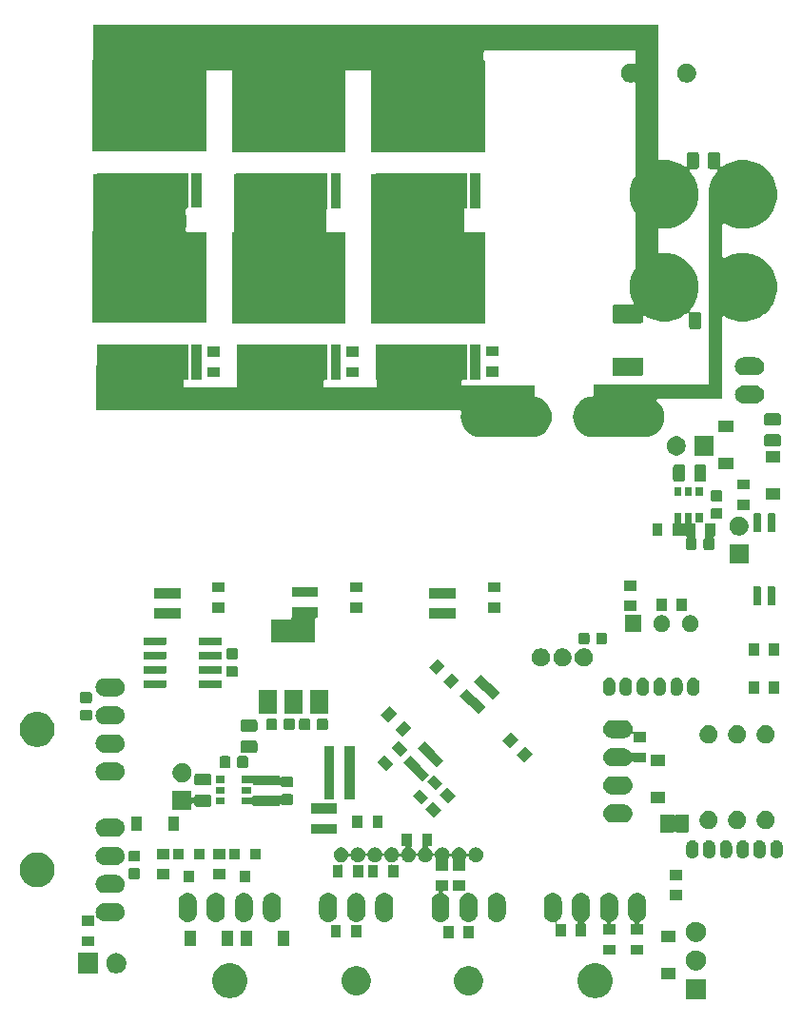
<source format=gbr>
G04 #@! TF.GenerationSoftware,KiCad,Pcbnew,(5.1.5)-3*
G04 #@! TF.CreationDate,2020-04-14T12:05:06+09:00*
G04 #@! TF.ProjectId,CAN_BLDCMD,43414e5f-424c-4444-934d-442e6b696361,rev?*
G04 #@! TF.SameCoordinates,Original*
G04 #@! TF.FileFunction,Soldermask,Bot*
G04 #@! TF.FilePolarity,Negative*
%FSLAX46Y46*%
G04 Gerber Fmt 4.6, Leading zero omitted, Abs format (unit mm)*
G04 Created by KiCad (PCBNEW (5.1.5)-3) date 2020-04-14 12:05:06*
%MOMM*%
%LPD*%
G04 APERTURE LIST*
%ADD10C,0.100000*%
G04 APERTURE END LIST*
D10*
G36*
X235776000Y-142891000D02*
G01*
X233974000Y-142891000D01*
X233974000Y-141089000D01*
X235776000Y-141089000D01*
X235776000Y-142891000D01*
G37*
G36*
X226122193Y-139712811D02*
G01*
X226352410Y-139758604D01*
X226634674Y-139875521D01*
X226888705Y-140045259D01*
X227104741Y-140261295D01*
X227274479Y-140515326D01*
X227391396Y-140797590D01*
X227451000Y-141097240D01*
X227451000Y-141402760D01*
X227391396Y-141702410D01*
X227274479Y-141984674D01*
X227104741Y-142238705D01*
X226888705Y-142454741D01*
X226634674Y-142624479D01*
X226352410Y-142741396D01*
X226202585Y-142771198D01*
X226052761Y-142801000D01*
X225747239Y-142801000D01*
X225597415Y-142771198D01*
X225447590Y-142741396D01*
X225165326Y-142624479D01*
X224911295Y-142454741D01*
X224695259Y-142238705D01*
X224525521Y-141984674D01*
X224408604Y-141702410D01*
X224349000Y-141402760D01*
X224349000Y-141097240D01*
X224408604Y-140797590D01*
X224525521Y-140515326D01*
X224695259Y-140261295D01*
X224911295Y-140045259D01*
X225165326Y-139875521D01*
X225447590Y-139758604D01*
X225677807Y-139712811D01*
X225747239Y-139699000D01*
X226052761Y-139699000D01*
X226122193Y-139712811D01*
G37*
G36*
X193622193Y-139712811D02*
G01*
X193852410Y-139758604D01*
X194134674Y-139875521D01*
X194388705Y-140045259D01*
X194604741Y-140261295D01*
X194774479Y-140515326D01*
X194891396Y-140797590D01*
X194951000Y-141097240D01*
X194951000Y-141402760D01*
X194891396Y-141702410D01*
X194774479Y-141984674D01*
X194604741Y-142238705D01*
X194388705Y-142454741D01*
X194134674Y-142624479D01*
X193852410Y-142741396D01*
X193702585Y-142771198D01*
X193552761Y-142801000D01*
X193247239Y-142801000D01*
X193097415Y-142771198D01*
X192947590Y-142741396D01*
X192665326Y-142624479D01*
X192411295Y-142454741D01*
X192195259Y-142238705D01*
X192025521Y-141984674D01*
X191908604Y-141702410D01*
X191849000Y-141402760D01*
X191849000Y-141097240D01*
X191908604Y-140797590D01*
X192025521Y-140515326D01*
X192195259Y-140261295D01*
X192411295Y-140045259D01*
X192665326Y-139875521D01*
X192947590Y-139758604D01*
X193177807Y-139712811D01*
X193247239Y-139699000D01*
X193552761Y-139699000D01*
X193622193Y-139712811D01*
G37*
G36*
X215029487Y-139998996D02*
G01*
X215266253Y-140097068D01*
X215266255Y-140097069D01*
X215479339Y-140239447D01*
X215660553Y-140420661D01*
X215781052Y-140601000D01*
X215802932Y-140633747D01*
X215901004Y-140870513D01*
X215951000Y-141121861D01*
X215951000Y-141378139D01*
X215901004Y-141629487D01*
X215870798Y-141702410D01*
X215802931Y-141866255D01*
X215660553Y-142079339D01*
X215479339Y-142260553D01*
X215266255Y-142402931D01*
X215266254Y-142402932D01*
X215266253Y-142402932D01*
X215029487Y-142501004D01*
X214778139Y-142551000D01*
X214521861Y-142551000D01*
X214270513Y-142501004D01*
X214033747Y-142402932D01*
X214033746Y-142402932D01*
X214033745Y-142402931D01*
X213820661Y-142260553D01*
X213639447Y-142079339D01*
X213497069Y-141866255D01*
X213429202Y-141702410D01*
X213398996Y-141629487D01*
X213349000Y-141378139D01*
X213349000Y-141121861D01*
X213398996Y-140870513D01*
X213497068Y-140633747D01*
X213518949Y-140601000D01*
X213639447Y-140420661D01*
X213820661Y-140239447D01*
X214033745Y-140097069D01*
X214033747Y-140097068D01*
X214270513Y-139998996D01*
X214521861Y-139949000D01*
X214778139Y-139949000D01*
X215029487Y-139998996D01*
G37*
G36*
X205029487Y-139998996D02*
G01*
X205266253Y-140097068D01*
X205266255Y-140097069D01*
X205479339Y-140239447D01*
X205660553Y-140420661D01*
X205781052Y-140601000D01*
X205802932Y-140633747D01*
X205901004Y-140870513D01*
X205951000Y-141121861D01*
X205951000Y-141378139D01*
X205901004Y-141629487D01*
X205870798Y-141702410D01*
X205802931Y-141866255D01*
X205660553Y-142079339D01*
X205479339Y-142260553D01*
X205266255Y-142402931D01*
X205266254Y-142402932D01*
X205266253Y-142402932D01*
X205029487Y-142501004D01*
X204778139Y-142551000D01*
X204521861Y-142551000D01*
X204270513Y-142501004D01*
X204033747Y-142402932D01*
X204033746Y-142402932D01*
X204033745Y-142402931D01*
X203820661Y-142260553D01*
X203639447Y-142079339D01*
X203497069Y-141866255D01*
X203429202Y-141702410D01*
X203398996Y-141629487D01*
X203349000Y-141378139D01*
X203349000Y-141121861D01*
X203398996Y-140870513D01*
X203497068Y-140633747D01*
X203518949Y-140601000D01*
X203639447Y-140420661D01*
X203820661Y-140239447D01*
X204033745Y-140097069D01*
X204033747Y-140097068D01*
X204270513Y-139998996D01*
X204521861Y-139949000D01*
X204778139Y-139949000D01*
X205029487Y-139998996D01*
G37*
G36*
X233101000Y-141151000D02*
G01*
X231799000Y-141151000D01*
X231799000Y-140149000D01*
X233101000Y-140149000D01*
X233101000Y-141151000D01*
G37*
G36*
X183403512Y-138803927D02*
G01*
X183552812Y-138833624D01*
X183716784Y-138901544D01*
X183864354Y-139000147D01*
X183989853Y-139125646D01*
X184088456Y-139273216D01*
X184156376Y-139437188D01*
X184191000Y-139611259D01*
X184191000Y-139788741D01*
X184156376Y-139962812D01*
X184088456Y-140126784D01*
X183989853Y-140274354D01*
X183864354Y-140399853D01*
X183716784Y-140498456D01*
X183552812Y-140566376D01*
X183403512Y-140596073D01*
X183378742Y-140601000D01*
X183201258Y-140601000D01*
X183176488Y-140596073D01*
X183027188Y-140566376D01*
X182863216Y-140498456D01*
X182715646Y-140399853D01*
X182590147Y-140274354D01*
X182491544Y-140126784D01*
X182423624Y-139962812D01*
X182389000Y-139788741D01*
X182389000Y-139611259D01*
X182423624Y-139437188D01*
X182491544Y-139273216D01*
X182590147Y-139125646D01*
X182715646Y-139000147D01*
X182863216Y-138901544D01*
X183027188Y-138833624D01*
X183176488Y-138803927D01*
X183201258Y-138799000D01*
X183378742Y-138799000D01*
X183403512Y-138803927D01*
G37*
G36*
X181651000Y-140601000D02*
G01*
X179849000Y-140601000D01*
X179849000Y-138799000D01*
X181651000Y-138799000D01*
X181651000Y-140601000D01*
G37*
G36*
X234988512Y-138553927D02*
G01*
X235137812Y-138583624D01*
X235301784Y-138651544D01*
X235449354Y-138750147D01*
X235574853Y-138875646D01*
X235673456Y-139023216D01*
X235741376Y-139187188D01*
X235776000Y-139361259D01*
X235776000Y-139538741D01*
X235741376Y-139712812D01*
X235673456Y-139876784D01*
X235574853Y-140024354D01*
X235449354Y-140149853D01*
X235301784Y-140248456D01*
X235137812Y-140316376D01*
X234988512Y-140346073D01*
X234963742Y-140351000D01*
X234786258Y-140351000D01*
X234761488Y-140346073D01*
X234612188Y-140316376D01*
X234448216Y-140248456D01*
X234300646Y-140149853D01*
X234175147Y-140024354D01*
X234076544Y-139876784D01*
X234008624Y-139712812D01*
X233974000Y-139538741D01*
X233974000Y-139361259D01*
X234008624Y-139187188D01*
X234076544Y-139023216D01*
X234175147Y-138875646D01*
X234300646Y-138750147D01*
X234448216Y-138651544D01*
X234612188Y-138583624D01*
X234761488Y-138553927D01*
X234786258Y-138549000D01*
X234963742Y-138549000D01*
X234988512Y-138553927D01*
G37*
G36*
X230201000Y-138951000D02*
G01*
X229099000Y-138951000D01*
X229099000Y-138049000D01*
X230201000Y-138049000D01*
X230201000Y-138951000D01*
G37*
G36*
X227701000Y-138951000D02*
G01*
X226599000Y-138951000D01*
X226599000Y-138049000D01*
X227701000Y-138049000D01*
X227701000Y-138951000D01*
G37*
G36*
X181301000Y-138201000D02*
G01*
X180199000Y-138201000D01*
X180199000Y-137299000D01*
X181301000Y-137299000D01*
X181301000Y-138201000D01*
G37*
G36*
X198651000Y-138151000D02*
G01*
X197649000Y-138151000D01*
X197649000Y-136849000D01*
X198651000Y-136849000D01*
X198651000Y-138151000D01*
G37*
G36*
X190351000Y-138151000D02*
G01*
X189349000Y-138151000D01*
X189349000Y-136849000D01*
X190351000Y-136849000D01*
X190351000Y-138151000D01*
G37*
G36*
X193651000Y-138151000D02*
G01*
X192649000Y-138151000D01*
X192649000Y-136849000D01*
X193651000Y-136849000D01*
X193651000Y-138151000D01*
G37*
G36*
X195351000Y-138151000D02*
G01*
X194349000Y-138151000D01*
X194349000Y-136849000D01*
X195351000Y-136849000D01*
X195351000Y-138151000D01*
G37*
G36*
X233101000Y-137851000D02*
G01*
X231799000Y-137851000D01*
X231799000Y-136849000D01*
X233101000Y-136849000D01*
X233101000Y-137851000D01*
G37*
G36*
X234987682Y-136013762D02*
G01*
X235137812Y-136043624D01*
X235301784Y-136111544D01*
X235449354Y-136210147D01*
X235574853Y-136335646D01*
X235673456Y-136483216D01*
X235741376Y-136647188D01*
X235776000Y-136821259D01*
X235776000Y-136998741D01*
X235741376Y-137172812D01*
X235673456Y-137336784D01*
X235574853Y-137484354D01*
X235449354Y-137609853D01*
X235301784Y-137708456D01*
X235137812Y-137776376D01*
X234988512Y-137806073D01*
X234963742Y-137811000D01*
X234786258Y-137811000D01*
X234761488Y-137806073D01*
X234612188Y-137776376D01*
X234448216Y-137708456D01*
X234300646Y-137609853D01*
X234175147Y-137484354D01*
X234076544Y-137336784D01*
X234008624Y-137172812D01*
X233974000Y-136998741D01*
X233974000Y-136821259D01*
X234008624Y-136647188D01*
X234076544Y-136483216D01*
X234175147Y-136335646D01*
X234300646Y-136210147D01*
X234448216Y-136111544D01*
X234612188Y-136043624D01*
X234762318Y-136013762D01*
X234786258Y-136009000D01*
X234963742Y-136009000D01*
X234987682Y-136013762D01*
G37*
G36*
X215101000Y-137451000D02*
G01*
X214199000Y-137451000D01*
X214199000Y-136349000D01*
X215101000Y-136349000D01*
X215101000Y-137451000D01*
G37*
G36*
X213301000Y-137451000D02*
G01*
X212399000Y-137451000D01*
X212399000Y-136349000D01*
X213301000Y-136349000D01*
X213301000Y-137451000D01*
G37*
G36*
X205101000Y-137426000D02*
G01*
X204199000Y-137426000D01*
X204199000Y-136324000D01*
X205101000Y-136324000D01*
X205101000Y-137426000D01*
G37*
G36*
X203301000Y-137426000D02*
G01*
X202399000Y-137426000D01*
X202399000Y-136324000D01*
X203301000Y-136324000D01*
X203301000Y-137426000D01*
G37*
G36*
X224807022Y-133460590D02*
G01*
X224891572Y-133486238D01*
X224958012Y-133506392D01*
X225097164Y-133580771D01*
X225219133Y-133680867D01*
X225319229Y-133802835D01*
X225393608Y-133941987D01*
X225408875Y-133992318D01*
X225439410Y-134092977D01*
X225451000Y-134210655D01*
X225451000Y-135289345D01*
X225439410Y-135407023D01*
X225418441Y-135476149D01*
X225393608Y-135558013D01*
X225319229Y-135697165D01*
X225219133Y-135819133D01*
X225097165Y-135919229D01*
X225013850Y-135963762D01*
X224993476Y-135977376D01*
X224976149Y-135994703D01*
X224962535Y-136015077D01*
X224953158Y-136037716D01*
X224948378Y-136061750D01*
X224948378Y-136086254D01*
X224953159Y-136110287D01*
X224962536Y-136132926D01*
X224976150Y-136153300D01*
X224993477Y-136170627D01*
X225013851Y-136184241D01*
X225036490Y-136193618D01*
X225072775Y-136199000D01*
X225101000Y-136199000D01*
X225101000Y-137301000D01*
X224199000Y-137301000D01*
X224199000Y-136199000D01*
X224227226Y-136199000D01*
X224251612Y-136196598D01*
X224275061Y-136189485D01*
X224296672Y-136177934D01*
X224315614Y-136162389D01*
X224331159Y-136143447D01*
X224342710Y-136121836D01*
X224349823Y-136098387D01*
X224352225Y-136074001D01*
X224349823Y-136049615D01*
X224342710Y-136026166D01*
X224331159Y-136004555D01*
X224315614Y-135985613D01*
X224286151Y-135963762D01*
X224202836Y-135919229D01*
X224080868Y-135819133D01*
X223980772Y-135697165D01*
X223906393Y-135558013D01*
X223881560Y-135476149D01*
X223860591Y-135407023D01*
X223849001Y-135289345D01*
X223849000Y-134210656D01*
X223860590Y-134092978D01*
X223906392Y-133941989D01*
X223906392Y-133941988D01*
X223980771Y-133802836D01*
X223980772Y-133802835D01*
X224080867Y-133680867D01*
X224202835Y-133580771D01*
X224341987Y-133506392D01*
X224408427Y-133486238D01*
X224492977Y-133460590D01*
X224650000Y-133445125D01*
X224807022Y-133460590D01*
G37*
G36*
X222307022Y-133460590D02*
G01*
X222391572Y-133486238D01*
X222458012Y-133506392D01*
X222597164Y-133580771D01*
X222719133Y-133680867D01*
X222819229Y-133802835D01*
X222893608Y-133941987D01*
X222908875Y-133992318D01*
X222939410Y-134092977D01*
X222951000Y-134210655D01*
X222951000Y-135289345D01*
X222939410Y-135407023D01*
X222918441Y-135476149D01*
X222893608Y-135558013D01*
X222819229Y-135697165D01*
X222719133Y-135819133D01*
X222597165Y-135919229D01*
X222513850Y-135963762D01*
X222493476Y-135977376D01*
X222476149Y-135994703D01*
X222462535Y-136015077D01*
X222453158Y-136037716D01*
X222448378Y-136061750D01*
X222448378Y-136086254D01*
X222453159Y-136110287D01*
X222462536Y-136132926D01*
X222476150Y-136153300D01*
X222493477Y-136170627D01*
X222513851Y-136184241D01*
X222536490Y-136193618D01*
X222572775Y-136199000D01*
X223301000Y-136199000D01*
X223301000Y-137301000D01*
X222399000Y-137301000D01*
X222399000Y-136168266D01*
X222396598Y-136143880D01*
X222389485Y-136120431D01*
X222377934Y-136098820D01*
X222362389Y-136079878D01*
X222343447Y-136064333D01*
X222321836Y-136052782D01*
X222298387Y-136045669D01*
X222261749Y-136043869D01*
X222150000Y-136054875D01*
X221992978Y-136039410D01*
X221878076Y-136004555D01*
X221841988Y-135993608D01*
X221702836Y-135919229D01*
X221580868Y-135819133D01*
X221480772Y-135697165D01*
X221406393Y-135558013D01*
X221381560Y-135476149D01*
X221360591Y-135407023D01*
X221349001Y-135289345D01*
X221349000Y-134210656D01*
X221360590Y-134092978D01*
X221406392Y-133941989D01*
X221406392Y-133941988D01*
X221480771Y-133802836D01*
X221480772Y-133802835D01*
X221580867Y-133680867D01*
X221702835Y-133580771D01*
X221841987Y-133506392D01*
X221908427Y-133486238D01*
X221992977Y-133460590D01*
X222150000Y-133445125D01*
X222307022Y-133460590D01*
G37*
G36*
X227307022Y-133460590D02*
G01*
X227391572Y-133486238D01*
X227458012Y-133506392D01*
X227597164Y-133580771D01*
X227719133Y-133680867D01*
X227819229Y-133802835D01*
X227893608Y-133941987D01*
X227908875Y-133992318D01*
X227939410Y-134092977D01*
X227951000Y-134210655D01*
X227951000Y-135289345D01*
X227939410Y-135407023D01*
X227918441Y-135476149D01*
X227893608Y-135558013D01*
X227819229Y-135697165D01*
X227719133Y-135819133D01*
X227597165Y-135919229D01*
X227458013Y-135993608D01*
X227422488Y-136004384D01*
X227399849Y-136013762D01*
X227379475Y-136027375D01*
X227362148Y-136044702D01*
X227348534Y-136065077D01*
X227339156Y-136087715D01*
X227334376Y-136111749D01*
X227334376Y-136136253D01*
X227339156Y-136160286D01*
X227348534Y-136182925D01*
X227362147Y-136203299D01*
X227379474Y-136220626D01*
X227399849Y-136234240D01*
X227422487Y-136243618D01*
X227446521Y-136248398D01*
X227458773Y-136249000D01*
X227701000Y-136249000D01*
X227701000Y-137151000D01*
X226599000Y-137151000D01*
X226599000Y-136249000D01*
X226841228Y-136249000D01*
X226865614Y-136246598D01*
X226889063Y-136239485D01*
X226910674Y-136227934D01*
X226929616Y-136212389D01*
X226945161Y-136193447D01*
X226956712Y-136171836D01*
X226963825Y-136148387D01*
X226966227Y-136124001D01*
X226963825Y-136099615D01*
X226956712Y-136076166D01*
X226945161Y-136054555D01*
X226929616Y-136035613D01*
X226910674Y-136020068D01*
X226889063Y-136008517D01*
X226877513Y-136004384D01*
X226841988Y-135993608D01*
X226702836Y-135919229D01*
X226580868Y-135819133D01*
X226480772Y-135697165D01*
X226406393Y-135558013D01*
X226381560Y-135476149D01*
X226360591Y-135407023D01*
X226349001Y-135289345D01*
X226349000Y-134210656D01*
X226360590Y-134092978D01*
X226406392Y-133941989D01*
X226406392Y-133941988D01*
X226480771Y-133802836D01*
X226480772Y-133802835D01*
X226580867Y-133680867D01*
X226702835Y-133580771D01*
X226841987Y-133506392D01*
X226908427Y-133486238D01*
X226992977Y-133460590D01*
X227150000Y-133445125D01*
X227307022Y-133460590D01*
G37*
G36*
X229807022Y-133460590D02*
G01*
X229891572Y-133486238D01*
X229958012Y-133506392D01*
X230097164Y-133580771D01*
X230219133Y-133680867D01*
X230319229Y-133802835D01*
X230393608Y-133941987D01*
X230408875Y-133992318D01*
X230439410Y-134092977D01*
X230451000Y-134210655D01*
X230451000Y-135289345D01*
X230439410Y-135407023D01*
X230418441Y-135476149D01*
X230393608Y-135558013D01*
X230319229Y-135697165D01*
X230219133Y-135819133D01*
X230097165Y-135919229D01*
X229958013Y-135993608D01*
X229922488Y-136004384D01*
X229899849Y-136013762D01*
X229879475Y-136027375D01*
X229862148Y-136044702D01*
X229848534Y-136065077D01*
X229839156Y-136087715D01*
X229834376Y-136111749D01*
X229834376Y-136136253D01*
X229839156Y-136160286D01*
X229848534Y-136182925D01*
X229862147Y-136203299D01*
X229879474Y-136220626D01*
X229899849Y-136234240D01*
X229922487Y-136243618D01*
X229946521Y-136248398D01*
X229958773Y-136249000D01*
X230201000Y-136249000D01*
X230201000Y-137151000D01*
X229099000Y-137151000D01*
X229099000Y-136249000D01*
X229341228Y-136249000D01*
X229365614Y-136246598D01*
X229389063Y-136239485D01*
X229410674Y-136227934D01*
X229429616Y-136212389D01*
X229445161Y-136193447D01*
X229456712Y-136171836D01*
X229463825Y-136148387D01*
X229466227Y-136124001D01*
X229463825Y-136099615D01*
X229456712Y-136076166D01*
X229445161Y-136054555D01*
X229429616Y-136035613D01*
X229410674Y-136020068D01*
X229389063Y-136008517D01*
X229377513Y-136004384D01*
X229341988Y-135993608D01*
X229202836Y-135919229D01*
X229080868Y-135819133D01*
X228980772Y-135697165D01*
X228906393Y-135558013D01*
X228881560Y-135476149D01*
X228860591Y-135407023D01*
X228849001Y-135289345D01*
X228849000Y-134210656D01*
X228860590Y-134092978D01*
X228906392Y-133941989D01*
X228906392Y-133941988D01*
X228980771Y-133802836D01*
X228980772Y-133802835D01*
X229080867Y-133680867D01*
X229202835Y-133580771D01*
X229341987Y-133506392D01*
X229408427Y-133486238D01*
X229492977Y-133460590D01*
X229650000Y-133445125D01*
X229807022Y-133460590D01*
G37*
G36*
X181315759Y-135513851D02*
G01*
X181306382Y-135536490D01*
X181301000Y-135572775D01*
X181301000Y-136401000D01*
X180199000Y-136401000D01*
X180199000Y-135499000D01*
X181325683Y-135499000D01*
X181315759Y-135513851D01*
G37*
G36*
X217307022Y-133460590D02*
G01*
X217391572Y-133486238D01*
X217458012Y-133506392D01*
X217597164Y-133580771D01*
X217719133Y-133680867D01*
X217819229Y-133802835D01*
X217893608Y-133941987D01*
X217908875Y-133992318D01*
X217939410Y-134092977D01*
X217951000Y-134210655D01*
X217951000Y-135289345D01*
X217939410Y-135407023D01*
X217918441Y-135476149D01*
X217893608Y-135558013D01*
X217819229Y-135697165D01*
X217719133Y-135819133D01*
X217597165Y-135919229D01*
X217458013Y-135993608D01*
X217421925Y-136004555D01*
X217307023Y-136039410D01*
X217150000Y-136054875D01*
X216992978Y-136039410D01*
X216878076Y-136004555D01*
X216841988Y-135993608D01*
X216702836Y-135919229D01*
X216580868Y-135819133D01*
X216480772Y-135697165D01*
X216406393Y-135558013D01*
X216381560Y-135476149D01*
X216360591Y-135407023D01*
X216349001Y-135289345D01*
X216349000Y-134210656D01*
X216360590Y-134092978D01*
X216406392Y-133941989D01*
X216406392Y-133941988D01*
X216480771Y-133802836D01*
X216480772Y-133802835D01*
X216580867Y-133680867D01*
X216702835Y-133580771D01*
X216841987Y-133506392D01*
X216908427Y-133486238D01*
X216992977Y-133460590D01*
X217150000Y-133445125D01*
X217307022Y-133460590D01*
G37*
G36*
X214807022Y-133460590D02*
G01*
X214891572Y-133486238D01*
X214958012Y-133506392D01*
X215097164Y-133580771D01*
X215219133Y-133680867D01*
X215319229Y-133802835D01*
X215393608Y-133941987D01*
X215408875Y-133992318D01*
X215439410Y-134092977D01*
X215451000Y-134210655D01*
X215451000Y-135289345D01*
X215439410Y-135407023D01*
X215418441Y-135476149D01*
X215393608Y-135558013D01*
X215319229Y-135697165D01*
X215219133Y-135819133D01*
X215097165Y-135919229D01*
X214958013Y-135993608D01*
X214921925Y-136004555D01*
X214807023Y-136039410D01*
X214650000Y-136054875D01*
X214492978Y-136039410D01*
X214378076Y-136004555D01*
X214341988Y-135993608D01*
X214202836Y-135919229D01*
X214080868Y-135819133D01*
X213980772Y-135697165D01*
X213906393Y-135558013D01*
X213881560Y-135476149D01*
X213860591Y-135407023D01*
X213849001Y-135289345D01*
X213849000Y-134210656D01*
X213860590Y-134092978D01*
X213906392Y-133941989D01*
X213906392Y-133941988D01*
X213980771Y-133802836D01*
X213980772Y-133802835D01*
X214080867Y-133680867D01*
X214202835Y-133580771D01*
X214341987Y-133506392D01*
X214377512Y-133495616D01*
X214400151Y-133486238D01*
X214420525Y-133472625D01*
X214437852Y-133455298D01*
X214437972Y-133455118D01*
X214451613Y-133459256D01*
X214475999Y-133461658D01*
X214488251Y-133461056D01*
X214492974Y-133460591D01*
X214492977Y-133460590D01*
X214650000Y-133445125D01*
X214807022Y-133460590D01*
G37*
G36*
X212851000Y-133251000D02*
G01*
X212458772Y-133251000D01*
X212434386Y-133253402D01*
X212410937Y-133260515D01*
X212389326Y-133272066D01*
X212370384Y-133287611D01*
X212354839Y-133306553D01*
X212343288Y-133328164D01*
X212336175Y-133351613D01*
X212333773Y-133375999D01*
X212336175Y-133400385D01*
X212343288Y-133423834D01*
X212354839Y-133445445D01*
X212370384Y-133464387D01*
X212389326Y-133479932D01*
X212410937Y-133491483D01*
X212422487Y-133495616D01*
X212458012Y-133506392D01*
X212597164Y-133580771D01*
X212719133Y-133680867D01*
X212819229Y-133802835D01*
X212893608Y-133941987D01*
X212908875Y-133992318D01*
X212939410Y-134092977D01*
X212951000Y-134210655D01*
X212951000Y-135289345D01*
X212939410Y-135407023D01*
X212918441Y-135476149D01*
X212893608Y-135558013D01*
X212819229Y-135697165D01*
X212719133Y-135819133D01*
X212597165Y-135919229D01*
X212458013Y-135993608D01*
X212421925Y-136004555D01*
X212307023Y-136039410D01*
X212150000Y-136054875D01*
X211992978Y-136039410D01*
X211878076Y-136004555D01*
X211841988Y-135993608D01*
X211702836Y-135919229D01*
X211580868Y-135819133D01*
X211480772Y-135697165D01*
X211406393Y-135558013D01*
X211381560Y-135476149D01*
X211360591Y-135407023D01*
X211349001Y-135289345D01*
X211349000Y-134210656D01*
X211360590Y-134092978D01*
X211406392Y-133941989D01*
X211406392Y-133941988D01*
X211480771Y-133802836D01*
X211480772Y-133802835D01*
X211580867Y-133680867D01*
X211702835Y-133580771D01*
X211841987Y-133506392D01*
X211877512Y-133495616D01*
X211900151Y-133486238D01*
X211920525Y-133472625D01*
X211937852Y-133455298D01*
X211951466Y-133434923D01*
X211960844Y-133412285D01*
X211965624Y-133388251D01*
X211965624Y-133363747D01*
X211960844Y-133339714D01*
X211951466Y-133317075D01*
X211937853Y-133296701D01*
X211920526Y-133279374D01*
X211900151Y-133265760D01*
X211877513Y-133256382D01*
X211853479Y-133251602D01*
X211841227Y-133251000D01*
X211749000Y-133251000D01*
X211749000Y-132349000D01*
X212851000Y-132349000D01*
X212851000Y-133251000D01*
G37*
G36*
X202307022Y-133460590D02*
G01*
X202391572Y-133486238D01*
X202458012Y-133506392D01*
X202597164Y-133580771D01*
X202719133Y-133680867D01*
X202819229Y-133802835D01*
X202893608Y-133941987D01*
X202908875Y-133992318D01*
X202939410Y-134092977D01*
X202951000Y-134210655D01*
X202951000Y-135289345D01*
X202939410Y-135407023D01*
X202918441Y-135476149D01*
X202893608Y-135558013D01*
X202819229Y-135697165D01*
X202719133Y-135819133D01*
X202597165Y-135919229D01*
X202458013Y-135993608D01*
X202421925Y-136004555D01*
X202307023Y-136039410D01*
X202150000Y-136054875D01*
X201992978Y-136039410D01*
X201878076Y-136004555D01*
X201841988Y-135993608D01*
X201702836Y-135919229D01*
X201580868Y-135819133D01*
X201480772Y-135697165D01*
X201406393Y-135558013D01*
X201381560Y-135476149D01*
X201360591Y-135407023D01*
X201349001Y-135289345D01*
X201349000Y-134210656D01*
X201360590Y-134092978D01*
X201406392Y-133941989D01*
X201406392Y-133941988D01*
X201480771Y-133802836D01*
X201480772Y-133802835D01*
X201580867Y-133680867D01*
X201702835Y-133580771D01*
X201841987Y-133506392D01*
X201908427Y-133486238D01*
X201992977Y-133460590D01*
X202150000Y-133445125D01*
X202307022Y-133460590D01*
G37*
G36*
X204807022Y-133460590D02*
G01*
X204891572Y-133486238D01*
X204958012Y-133506392D01*
X205097164Y-133580771D01*
X205219133Y-133680867D01*
X205319229Y-133802835D01*
X205393608Y-133941987D01*
X205408875Y-133992318D01*
X205439410Y-134092977D01*
X205451000Y-134210655D01*
X205451000Y-135289345D01*
X205439410Y-135407023D01*
X205418441Y-135476149D01*
X205393608Y-135558013D01*
X205319229Y-135697165D01*
X205219133Y-135819133D01*
X205097165Y-135919229D01*
X204958013Y-135993608D01*
X204921925Y-136004555D01*
X204807023Y-136039410D01*
X204650000Y-136054875D01*
X204492978Y-136039410D01*
X204378076Y-136004555D01*
X204341988Y-135993608D01*
X204202836Y-135919229D01*
X204080868Y-135819133D01*
X203980772Y-135697165D01*
X203906393Y-135558013D01*
X203881560Y-135476149D01*
X203860591Y-135407023D01*
X203849001Y-135289345D01*
X203849000Y-134210656D01*
X203860590Y-134092978D01*
X203906392Y-133941989D01*
X203906392Y-133941988D01*
X203980771Y-133802836D01*
X203980772Y-133802835D01*
X204080867Y-133680867D01*
X204202835Y-133580771D01*
X204341987Y-133506392D01*
X204408427Y-133486238D01*
X204492977Y-133460590D01*
X204650000Y-133445125D01*
X204807022Y-133460590D01*
G37*
G36*
X207307022Y-133460590D02*
G01*
X207391572Y-133486238D01*
X207458012Y-133506392D01*
X207597164Y-133580771D01*
X207719133Y-133680867D01*
X207819229Y-133802835D01*
X207893608Y-133941987D01*
X207908875Y-133992318D01*
X207939410Y-134092977D01*
X207951000Y-134210655D01*
X207951000Y-135289345D01*
X207939410Y-135407023D01*
X207918441Y-135476149D01*
X207893608Y-135558013D01*
X207819229Y-135697165D01*
X207719133Y-135819133D01*
X207597165Y-135919229D01*
X207458013Y-135993608D01*
X207421925Y-136004555D01*
X207307023Y-136039410D01*
X207150000Y-136054875D01*
X206992978Y-136039410D01*
X206878076Y-136004555D01*
X206841988Y-135993608D01*
X206702836Y-135919229D01*
X206580868Y-135819133D01*
X206480772Y-135697165D01*
X206406393Y-135558013D01*
X206381560Y-135476149D01*
X206360591Y-135407023D01*
X206349001Y-135289345D01*
X206349000Y-134210656D01*
X206360590Y-134092978D01*
X206406392Y-133941989D01*
X206406392Y-133941988D01*
X206480771Y-133802836D01*
X206480772Y-133802835D01*
X206580867Y-133680867D01*
X206702835Y-133580771D01*
X206841987Y-133506392D01*
X206908427Y-133486238D01*
X206992977Y-133460590D01*
X207150000Y-133445125D01*
X207307022Y-133460590D01*
G37*
G36*
X189807022Y-133460590D02*
G01*
X189891572Y-133486238D01*
X189958012Y-133506392D01*
X190097164Y-133580771D01*
X190219133Y-133680867D01*
X190319229Y-133802835D01*
X190393608Y-133941987D01*
X190408875Y-133992318D01*
X190439410Y-134092977D01*
X190451000Y-134210655D01*
X190451000Y-135289345D01*
X190439410Y-135407023D01*
X190418441Y-135476149D01*
X190393608Y-135558013D01*
X190319229Y-135697165D01*
X190219133Y-135819133D01*
X190097165Y-135919229D01*
X189958013Y-135993608D01*
X189921925Y-136004555D01*
X189807023Y-136039410D01*
X189650000Y-136054875D01*
X189492978Y-136039410D01*
X189378076Y-136004555D01*
X189341988Y-135993608D01*
X189202836Y-135919229D01*
X189080868Y-135819133D01*
X188980772Y-135697165D01*
X188906393Y-135558013D01*
X188881560Y-135476149D01*
X188860591Y-135407023D01*
X188849001Y-135289345D01*
X188849000Y-134210656D01*
X188860590Y-134092978D01*
X188906392Y-133941989D01*
X188906392Y-133941988D01*
X188980771Y-133802836D01*
X188980772Y-133802835D01*
X189080867Y-133680867D01*
X189202835Y-133580771D01*
X189341987Y-133506392D01*
X189408427Y-133486238D01*
X189492977Y-133460590D01*
X189650000Y-133445125D01*
X189807022Y-133460590D01*
G37*
G36*
X197307022Y-133460590D02*
G01*
X197391572Y-133486238D01*
X197458012Y-133506392D01*
X197597164Y-133580771D01*
X197719133Y-133680867D01*
X197819229Y-133802835D01*
X197893608Y-133941987D01*
X197908875Y-133992318D01*
X197939410Y-134092977D01*
X197951000Y-134210655D01*
X197951000Y-135289345D01*
X197939410Y-135407023D01*
X197918441Y-135476149D01*
X197893608Y-135558013D01*
X197819229Y-135697165D01*
X197719133Y-135819133D01*
X197597165Y-135919229D01*
X197458013Y-135993608D01*
X197421925Y-136004555D01*
X197307023Y-136039410D01*
X197150000Y-136054875D01*
X196992978Y-136039410D01*
X196878076Y-136004555D01*
X196841988Y-135993608D01*
X196702836Y-135919229D01*
X196580868Y-135819133D01*
X196480772Y-135697165D01*
X196406393Y-135558013D01*
X196381560Y-135476149D01*
X196360591Y-135407023D01*
X196349001Y-135289345D01*
X196349000Y-134210656D01*
X196360590Y-134092978D01*
X196406392Y-133941989D01*
X196406392Y-133941988D01*
X196480771Y-133802836D01*
X196480772Y-133802835D01*
X196580867Y-133680867D01*
X196702835Y-133580771D01*
X196841987Y-133506392D01*
X196908427Y-133486238D01*
X196992977Y-133460590D01*
X197150000Y-133445125D01*
X197307022Y-133460590D01*
G37*
G36*
X194807022Y-133460590D02*
G01*
X194891572Y-133486238D01*
X194958012Y-133506392D01*
X195097164Y-133580771D01*
X195219133Y-133680867D01*
X195319229Y-133802835D01*
X195393608Y-133941987D01*
X195408875Y-133992318D01*
X195439410Y-134092977D01*
X195451000Y-134210655D01*
X195451000Y-135289345D01*
X195439410Y-135407023D01*
X195418441Y-135476149D01*
X195393608Y-135558013D01*
X195319229Y-135697165D01*
X195219133Y-135819133D01*
X195097165Y-135919229D01*
X194958013Y-135993608D01*
X194921925Y-136004555D01*
X194807023Y-136039410D01*
X194650000Y-136054875D01*
X194492978Y-136039410D01*
X194378076Y-136004555D01*
X194341988Y-135993608D01*
X194202836Y-135919229D01*
X194080868Y-135819133D01*
X193980772Y-135697165D01*
X193906393Y-135558013D01*
X193881560Y-135476149D01*
X193860591Y-135407023D01*
X193849001Y-135289345D01*
X193849000Y-134210656D01*
X193860590Y-134092978D01*
X193906392Y-133941989D01*
X193906392Y-133941988D01*
X193980771Y-133802836D01*
X193980772Y-133802835D01*
X194080867Y-133680867D01*
X194202835Y-133580771D01*
X194341987Y-133506392D01*
X194408427Y-133486238D01*
X194492977Y-133460590D01*
X194650000Y-133445125D01*
X194807022Y-133460590D01*
G37*
G36*
X192307022Y-133460590D02*
G01*
X192391572Y-133486238D01*
X192458012Y-133506392D01*
X192597164Y-133580771D01*
X192719133Y-133680867D01*
X192819229Y-133802835D01*
X192893608Y-133941987D01*
X192908875Y-133992318D01*
X192939410Y-134092977D01*
X192951000Y-134210655D01*
X192951000Y-135289345D01*
X192939410Y-135407023D01*
X192918441Y-135476149D01*
X192893608Y-135558013D01*
X192819229Y-135697165D01*
X192719133Y-135819133D01*
X192597165Y-135919229D01*
X192458013Y-135993608D01*
X192421925Y-136004555D01*
X192307023Y-136039410D01*
X192150000Y-136054875D01*
X191992978Y-136039410D01*
X191878076Y-136004555D01*
X191841988Y-135993608D01*
X191702836Y-135919229D01*
X191580868Y-135819133D01*
X191480772Y-135697165D01*
X191406393Y-135558013D01*
X191381560Y-135476149D01*
X191360591Y-135407023D01*
X191349001Y-135289345D01*
X191349000Y-134210656D01*
X191360590Y-134092978D01*
X191406392Y-133941989D01*
X191406392Y-133941988D01*
X191480771Y-133802836D01*
X191480772Y-133802835D01*
X191580867Y-133680867D01*
X191702835Y-133580771D01*
X191841987Y-133506392D01*
X191908427Y-133486238D01*
X191992977Y-133460590D01*
X192150000Y-133445125D01*
X192307022Y-133460590D01*
G37*
G36*
X183328571Y-134352863D02*
G01*
X183407023Y-134360590D01*
X183507682Y-134391125D01*
X183558013Y-134406392D01*
X183697165Y-134480771D01*
X183819133Y-134580867D01*
X183919229Y-134702835D01*
X183993608Y-134841987D01*
X183993608Y-134841988D01*
X184039410Y-134992977D01*
X184054875Y-135150000D01*
X184039410Y-135307023D01*
X184030099Y-135337717D01*
X183993608Y-135458013D01*
X183919229Y-135597165D01*
X183819133Y-135719133D01*
X183697165Y-135819229D01*
X183558013Y-135893608D01*
X183507682Y-135908875D01*
X183407023Y-135939410D01*
X183328571Y-135947137D01*
X183289346Y-135951000D01*
X182210654Y-135951000D01*
X182171429Y-135947137D01*
X182092977Y-135939410D01*
X181992318Y-135908875D01*
X181941987Y-135893608D01*
X181802835Y-135819229D01*
X181680867Y-135719133D01*
X181580771Y-135597165D01*
X181536238Y-135513850D01*
X181522624Y-135493476D01*
X181505297Y-135476149D01*
X181484923Y-135462535D01*
X181462284Y-135453158D01*
X181448498Y-135450416D01*
X181454217Y-135443447D01*
X181465768Y-135421836D01*
X181472881Y-135398387D01*
X181475283Y-135374001D01*
X181469901Y-135337717D01*
X181460590Y-135307023D01*
X181445125Y-135150000D01*
X181460590Y-134992979D01*
X181460590Y-134992977D01*
X181506392Y-134841988D01*
X181506392Y-134841987D01*
X181580771Y-134702835D01*
X181680867Y-134580867D01*
X181802835Y-134480771D01*
X181941987Y-134406392D01*
X181992318Y-134391125D01*
X182092977Y-134360590D01*
X182171429Y-134352863D01*
X182210654Y-134349000D01*
X183289346Y-134349000D01*
X183328571Y-134352863D01*
G37*
G36*
X233651000Y-134101000D02*
G01*
X232549000Y-134101000D01*
X232549000Y-133199000D01*
X233651000Y-133199000D01*
X233651000Y-134101000D01*
G37*
G36*
X183323958Y-131852409D02*
G01*
X183407023Y-131860590D01*
X183507682Y-131891125D01*
X183558013Y-131906392D01*
X183697165Y-131980771D01*
X183819133Y-132080867D01*
X183919229Y-132202835D01*
X183993608Y-132341987D01*
X183993608Y-132341988D01*
X184039410Y-132492977D01*
X184054875Y-132650000D01*
X184039410Y-132807023D01*
X184013816Y-132891396D01*
X183993608Y-132958013D01*
X183919229Y-133097165D01*
X183819133Y-133219133D01*
X183697165Y-133319229D01*
X183558013Y-133393608D01*
X183507682Y-133408875D01*
X183407023Y-133439410D01*
X183348996Y-133445125D01*
X183289346Y-133451000D01*
X182210654Y-133451000D01*
X182151004Y-133445125D01*
X182092977Y-133439410D01*
X181992318Y-133408875D01*
X181941987Y-133393608D01*
X181802835Y-133319229D01*
X181680867Y-133219133D01*
X181580771Y-133097165D01*
X181506392Y-132958013D01*
X181486184Y-132891396D01*
X181460590Y-132807023D01*
X181445125Y-132650000D01*
X181460590Y-132492977D01*
X181506392Y-132341988D01*
X181506392Y-132341987D01*
X181580771Y-132202835D01*
X181680867Y-132080867D01*
X181802835Y-131980771D01*
X181941987Y-131906392D01*
X181992318Y-131891125D01*
X182092977Y-131860590D01*
X182176042Y-131852409D01*
X182210654Y-131849000D01*
X183289346Y-131849000D01*
X183323958Y-131852409D01*
G37*
G36*
X214351000Y-133251480D02*
G01*
X214341227Y-133251000D01*
X213249000Y-133251000D01*
X213249000Y-132349000D01*
X214351000Y-132349000D01*
X214351000Y-133251480D01*
G37*
G36*
X176458614Y-129860110D02*
G01*
X176702410Y-129908604D01*
X176984674Y-130025521D01*
X177238705Y-130195259D01*
X177454741Y-130411295D01*
X177624479Y-130665326D01*
X177741396Y-130947590D01*
X177801000Y-131247240D01*
X177801000Y-131552760D01*
X177741396Y-131852410D01*
X177624479Y-132134674D01*
X177454741Y-132388705D01*
X177238705Y-132604741D01*
X176984674Y-132774479D01*
X176702410Y-132891396D01*
X176552585Y-132921198D01*
X176402761Y-132951000D01*
X176097239Y-132951000D01*
X175947415Y-132921198D01*
X175797590Y-132891396D01*
X175515326Y-132774479D01*
X175261295Y-132604741D01*
X175045259Y-132388705D01*
X174875521Y-132134674D01*
X174758604Y-131852410D01*
X174699000Y-131552760D01*
X174699000Y-131247240D01*
X174758604Y-130947590D01*
X174875521Y-130665326D01*
X175045259Y-130411295D01*
X175261295Y-130195259D01*
X175515326Y-130025521D01*
X175797590Y-129908604D01*
X176041386Y-129860110D01*
X176097239Y-129849000D01*
X176402761Y-129849000D01*
X176458614Y-129860110D01*
G37*
G36*
X190201000Y-132501000D02*
G01*
X189299000Y-132501000D01*
X189299000Y-131499000D01*
X190201000Y-131499000D01*
X190201000Y-132501000D01*
G37*
G36*
X195201000Y-132501000D02*
G01*
X194299000Y-132501000D01*
X194299000Y-131499000D01*
X195201000Y-131499000D01*
X195201000Y-132501000D01*
G37*
G36*
X233651000Y-132301000D02*
G01*
X232549000Y-132301000D01*
X232549000Y-131399000D01*
X233651000Y-131399000D01*
X233651000Y-132301000D01*
G37*
G36*
X188001000Y-132251000D02*
G01*
X186899000Y-132251000D01*
X186899000Y-131349000D01*
X188001000Y-131349000D01*
X188001000Y-132251000D01*
G37*
G36*
X193001000Y-132251000D02*
G01*
X191899000Y-132251000D01*
X191899000Y-131349000D01*
X193001000Y-131349000D01*
X193001000Y-132251000D01*
G37*
G36*
X185279591Y-131253085D02*
G01*
X185313569Y-131263393D01*
X185344890Y-131280134D01*
X185372339Y-131302661D01*
X185394866Y-131330110D01*
X185411607Y-131361431D01*
X185421915Y-131395409D01*
X185426000Y-131436890D01*
X185426000Y-132038110D01*
X185421915Y-132079591D01*
X185411607Y-132113569D01*
X185394866Y-132144890D01*
X185372339Y-132172339D01*
X185344890Y-132194866D01*
X185313569Y-132211607D01*
X185279591Y-132221915D01*
X185238110Y-132226000D01*
X184561890Y-132226000D01*
X184520409Y-132221915D01*
X184486431Y-132211607D01*
X184455110Y-132194866D01*
X184427661Y-132172339D01*
X184405134Y-132144890D01*
X184388393Y-132113569D01*
X184378085Y-132079591D01*
X184374000Y-132038110D01*
X184374000Y-131436890D01*
X184378085Y-131395409D01*
X184388393Y-131361431D01*
X184405134Y-131330110D01*
X184427661Y-131302661D01*
X184455110Y-131280134D01*
X184486431Y-131263393D01*
X184520409Y-131253085D01*
X184561890Y-131249000D01*
X185238110Y-131249000D01*
X185279591Y-131253085D01*
G37*
G36*
X203317028Y-130927934D02*
G01*
X203338639Y-130939485D01*
X203362088Y-130946598D01*
X203386474Y-130949000D01*
X203451000Y-130949000D01*
X203451000Y-132051000D01*
X202549000Y-132051000D01*
X202549000Y-130949000D01*
X203213526Y-130949000D01*
X203237912Y-130946598D01*
X203261361Y-130939485D01*
X203282972Y-130927934D01*
X203300001Y-130913959D01*
X203317028Y-130927934D01*
G37*
G36*
X206317028Y-130927934D02*
G01*
X206338639Y-130939485D01*
X206362088Y-130946598D01*
X206386474Y-130949000D01*
X206601000Y-130949000D01*
X206601000Y-132051000D01*
X205699000Y-132051000D01*
X205699000Y-130949000D01*
X206213526Y-130949000D01*
X206237912Y-130946598D01*
X206261361Y-130939485D01*
X206282972Y-130927934D01*
X206300001Y-130913959D01*
X206317028Y-130927934D01*
G37*
G36*
X207817028Y-130927934D02*
G01*
X207838639Y-130939485D01*
X207862088Y-130946598D01*
X207886474Y-130949000D01*
X208401000Y-130949000D01*
X208401000Y-132051000D01*
X207499000Y-132051000D01*
X207499000Y-130949000D01*
X207713526Y-130949000D01*
X207737912Y-130946598D01*
X207761361Y-130939485D01*
X207782972Y-130927934D01*
X207800001Y-130913959D01*
X207817028Y-130927934D01*
G37*
G36*
X204817028Y-130927934D02*
G01*
X204838639Y-130939485D01*
X204862088Y-130946598D01*
X204886474Y-130949000D01*
X205251000Y-130949000D01*
X205251000Y-132051000D01*
X204349000Y-132051000D01*
X204349000Y-130949000D01*
X204713526Y-130949000D01*
X204737912Y-130946598D01*
X204761361Y-130939485D01*
X204782972Y-130927934D01*
X204800001Y-130913959D01*
X204817028Y-130927934D01*
G37*
G36*
X209601000Y-129286511D02*
G01*
X209599660Y-129287611D01*
X209584115Y-129306553D01*
X209572564Y-129328164D01*
X209565451Y-129351613D01*
X209563049Y-129375999D01*
X209565451Y-129400385D01*
X209572564Y-129423834D01*
X209584115Y-129445445D01*
X209599660Y-129464387D01*
X209618601Y-129479931D01*
X209714988Y-129544335D01*
X209805665Y-129635012D01*
X209876909Y-129741636D01*
X209918477Y-129841988D01*
X209925983Y-129860111D01*
X209927403Y-129867249D01*
X209934516Y-129890698D01*
X209946067Y-129912309D01*
X209961612Y-129931251D01*
X209980554Y-129946797D01*
X210002164Y-129958348D01*
X210025613Y-129965461D01*
X210049999Y-129967863D01*
X210074385Y-129965461D01*
X210097834Y-129958348D01*
X210119445Y-129946797D01*
X210138387Y-129931252D01*
X210153933Y-129912310D01*
X210165484Y-129890700D01*
X210172597Y-129867249D01*
X210174017Y-129860111D01*
X210181524Y-129841988D01*
X210223091Y-129741636D01*
X210294335Y-129635012D01*
X210385012Y-129544335D01*
X210481399Y-129479931D01*
X210500340Y-129464387D01*
X210515885Y-129445445D01*
X210527436Y-129423834D01*
X210534549Y-129400385D01*
X210536951Y-129375999D01*
X210534549Y-129351613D01*
X210527436Y-129328164D01*
X210515885Y-129306553D01*
X210500340Y-129287611D01*
X210499000Y-129286511D01*
X210499000Y-128149000D01*
X211401000Y-128149000D01*
X211401000Y-129251000D01*
X211188048Y-129251000D01*
X211163662Y-129253402D01*
X211140213Y-129260515D01*
X211118602Y-129272066D01*
X211099660Y-129287611D01*
X211084115Y-129306553D01*
X211072564Y-129328164D01*
X211065451Y-129351613D01*
X211063049Y-129375999D01*
X211065451Y-129400385D01*
X211072564Y-129423834D01*
X211084115Y-129445445D01*
X211099660Y-129464387D01*
X211118601Y-129479931D01*
X211214988Y-129544335D01*
X211305665Y-129635012D01*
X211376909Y-129741636D01*
X211418477Y-129841988D01*
X211425983Y-129860111D01*
X211427403Y-129867249D01*
X211434516Y-129890698D01*
X211446067Y-129912309D01*
X211461612Y-129931251D01*
X211480554Y-129946797D01*
X211502164Y-129958348D01*
X211525613Y-129965461D01*
X211549999Y-129967863D01*
X211574385Y-129965461D01*
X211597834Y-129958348D01*
X211619445Y-129946797D01*
X211638387Y-129931252D01*
X211653933Y-129912310D01*
X211665484Y-129890700D01*
X211672597Y-129867249D01*
X211674017Y-129860111D01*
X211681524Y-129841988D01*
X211723091Y-129741636D01*
X211794335Y-129635012D01*
X211885012Y-129544335D01*
X211991636Y-129473091D01*
X212110110Y-129424017D01*
X212111030Y-129423834D01*
X212235881Y-129399000D01*
X212364119Y-129399000D01*
X212488970Y-129423834D01*
X212489890Y-129424017D01*
X212608364Y-129473091D01*
X212714988Y-129544335D01*
X212805665Y-129635012D01*
X212876909Y-129741636D01*
X212918477Y-129841988D01*
X212925983Y-129860111D01*
X212927403Y-129867249D01*
X212934516Y-129890698D01*
X212946067Y-129912309D01*
X212961612Y-129931251D01*
X212980554Y-129946797D01*
X213002164Y-129958348D01*
X213025613Y-129965461D01*
X213049999Y-129967863D01*
X213074385Y-129965461D01*
X213097834Y-129958348D01*
X213119445Y-129946797D01*
X213138387Y-129931252D01*
X213153933Y-129912310D01*
X213165484Y-129890700D01*
X213172597Y-129867249D01*
X213174017Y-129860111D01*
X213181524Y-129841988D01*
X213223091Y-129741636D01*
X213294335Y-129635012D01*
X213385012Y-129544335D01*
X213491636Y-129473091D01*
X213610110Y-129424017D01*
X213611030Y-129423834D01*
X213735881Y-129399000D01*
X213864119Y-129399000D01*
X213988970Y-129423834D01*
X213989890Y-129424017D01*
X214108364Y-129473091D01*
X214214988Y-129544335D01*
X214305665Y-129635012D01*
X214376909Y-129741636D01*
X214418477Y-129841988D01*
X214425983Y-129860111D01*
X214427403Y-129867249D01*
X214434516Y-129890698D01*
X214446067Y-129912309D01*
X214461612Y-129931251D01*
X214480554Y-129946797D01*
X214502164Y-129958348D01*
X214525613Y-129965461D01*
X214549999Y-129967863D01*
X214574385Y-129965461D01*
X214597834Y-129958348D01*
X214619445Y-129946797D01*
X214638387Y-129931252D01*
X214653933Y-129912310D01*
X214665484Y-129890700D01*
X214672597Y-129867249D01*
X214674017Y-129860111D01*
X214681524Y-129841988D01*
X214723091Y-129741636D01*
X214794335Y-129635012D01*
X214885012Y-129544335D01*
X214991636Y-129473091D01*
X215110110Y-129424017D01*
X215111030Y-129423834D01*
X215235881Y-129399000D01*
X215364119Y-129399000D01*
X215488970Y-129423834D01*
X215489890Y-129424017D01*
X215608364Y-129473091D01*
X215714988Y-129544335D01*
X215805665Y-129635012D01*
X215834446Y-129678085D01*
X215876910Y-129741638D01*
X215925983Y-129860110D01*
X215951000Y-129985881D01*
X215951000Y-130114119D01*
X215925983Y-130239890D01*
X215891343Y-130323519D01*
X215876909Y-130358364D01*
X215805665Y-130464988D01*
X215714988Y-130555665D01*
X215608364Y-130626909D01*
X215608363Y-130626910D01*
X215608362Y-130626910D01*
X215489890Y-130675983D01*
X215364119Y-130701000D01*
X215235881Y-130701000D01*
X215110110Y-130675983D01*
X214991638Y-130626910D01*
X214991637Y-130626910D01*
X214991636Y-130626909D01*
X214885012Y-130555665D01*
X214794335Y-130464988D01*
X214723091Y-130358364D01*
X214674017Y-130239890D01*
X214672597Y-130232751D01*
X214665484Y-130209302D01*
X214653933Y-130187691D01*
X214638388Y-130168749D01*
X214619446Y-130153203D01*
X214597836Y-130141652D01*
X214574387Y-130134539D01*
X214550001Y-130132137D01*
X214525615Y-130134539D01*
X214502166Y-130141652D01*
X214480555Y-130153203D01*
X214461613Y-130168748D01*
X214446067Y-130187690D01*
X214434516Y-130209300D01*
X214427403Y-130232751D01*
X214425983Y-130239890D01*
X214401446Y-130299127D01*
X214376909Y-130358365D01*
X214372066Y-130365613D01*
X214360515Y-130387223D01*
X214353402Y-130410672D01*
X214351000Y-130435058D01*
X214351000Y-131451000D01*
X213249000Y-131451000D01*
X213249000Y-130435058D01*
X213246598Y-130410672D01*
X213239485Y-130387223D01*
X213227934Y-130365613D01*
X213223091Y-130358365D01*
X213198554Y-130299127D01*
X213174017Y-130239890D01*
X213172597Y-130232751D01*
X213165484Y-130209302D01*
X213153933Y-130187691D01*
X213138388Y-130168749D01*
X213119446Y-130153203D01*
X213097836Y-130141652D01*
X213074387Y-130134539D01*
X213050001Y-130132137D01*
X213025615Y-130134539D01*
X213002166Y-130141652D01*
X212980555Y-130153203D01*
X212961613Y-130168748D01*
X212946067Y-130187690D01*
X212934516Y-130209300D01*
X212927403Y-130232751D01*
X212925983Y-130239890D01*
X212901446Y-130299127D01*
X212876909Y-130358365D01*
X212872066Y-130365613D01*
X212860515Y-130387223D01*
X212853402Y-130410672D01*
X212851000Y-130435058D01*
X212851000Y-131451000D01*
X211749000Y-131451000D01*
X211749000Y-130435058D01*
X211746598Y-130410672D01*
X211739485Y-130387223D01*
X211727934Y-130365613D01*
X211723091Y-130358365D01*
X211698554Y-130299127D01*
X211674017Y-130239890D01*
X211672597Y-130232751D01*
X211665484Y-130209302D01*
X211653933Y-130187691D01*
X211638388Y-130168749D01*
X211619446Y-130153203D01*
X211597836Y-130141652D01*
X211574387Y-130134539D01*
X211550001Y-130132137D01*
X211525615Y-130134539D01*
X211502166Y-130141652D01*
X211480555Y-130153203D01*
X211461613Y-130168748D01*
X211446067Y-130187690D01*
X211434516Y-130209300D01*
X211427403Y-130232751D01*
X211425983Y-130239890D01*
X211376909Y-130358364D01*
X211305665Y-130464988D01*
X211214988Y-130555665D01*
X211108364Y-130626909D01*
X211108363Y-130626910D01*
X211108362Y-130626910D01*
X210989890Y-130675983D01*
X210864119Y-130701000D01*
X210735881Y-130701000D01*
X210610110Y-130675983D01*
X210491638Y-130626910D01*
X210491637Y-130626910D01*
X210491636Y-130626909D01*
X210385012Y-130555665D01*
X210294335Y-130464988D01*
X210223091Y-130358364D01*
X210174017Y-130239890D01*
X210172597Y-130232751D01*
X210165484Y-130209302D01*
X210153933Y-130187691D01*
X210138388Y-130168749D01*
X210119446Y-130153203D01*
X210097836Y-130141652D01*
X210074387Y-130134539D01*
X210050001Y-130132137D01*
X210025615Y-130134539D01*
X210002166Y-130141652D01*
X209980555Y-130153203D01*
X209961613Y-130168748D01*
X209946067Y-130187690D01*
X209934516Y-130209300D01*
X209927403Y-130232751D01*
X209925983Y-130239890D01*
X209876909Y-130358364D01*
X209805665Y-130464988D01*
X209714988Y-130555665D01*
X209608364Y-130626909D01*
X209608363Y-130626910D01*
X209608362Y-130626910D01*
X209489890Y-130675983D01*
X209364119Y-130701000D01*
X209235881Y-130701000D01*
X209110110Y-130675983D01*
X208991638Y-130626910D01*
X208991637Y-130626910D01*
X208991636Y-130626909D01*
X208885012Y-130555665D01*
X208794335Y-130464988D01*
X208723091Y-130358364D01*
X208674017Y-130239890D01*
X208672597Y-130232751D01*
X208665484Y-130209302D01*
X208653933Y-130187691D01*
X208638388Y-130168749D01*
X208619446Y-130153203D01*
X208597836Y-130141652D01*
X208574387Y-130134539D01*
X208550001Y-130132137D01*
X208525615Y-130134539D01*
X208502166Y-130141652D01*
X208480555Y-130153203D01*
X208461613Y-130168748D01*
X208446067Y-130187690D01*
X208434516Y-130209300D01*
X208427403Y-130232751D01*
X208425983Y-130239890D01*
X208376909Y-130358364D01*
X208305665Y-130464988D01*
X208214988Y-130555665D01*
X208108364Y-130626909D01*
X208108363Y-130626910D01*
X208108362Y-130626910D01*
X207989890Y-130675983D01*
X207862088Y-130701404D01*
X207838639Y-130708517D01*
X207817028Y-130720068D01*
X207800000Y-130734043D01*
X207782972Y-130720068D01*
X207761361Y-130708517D01*
X207737912Y-130701404D01*
X207610110Y-130675983D01*
X207491638Y-130626910D01*
X207491637Y-130626910D01*
X207491636Y-130626909D01*
X207385012Y-130555665D01*
X207294335Y-130464988D01*
X207223091Y-130358364D01*
X207174017Y-130239890D01*
X207172597Y-130232751D01*
X207165484Y-130209302D01*
X207153933Y-130187691D01*
X207138388Y-130168749D01*
X207119446Y-130153203D01*
X207097836Y-130141652D01*
X207074387Y-130134539D01*
X207050001Y-130132137D01*
X207025615Y-130134539D01*
X207002166Y-130141652D01*
X206980555Y-130153203D01*
X206961613Y-130168748D01*
X206946067Y-130187690D01*
X206934516Y-130209300D01*
X206927403Y-130232751D01*
X206925983Y-130239890D01*
X206876909Y-130358364D01*
X206805665Y-130464988D01*
X206714988Y-130555665D01*
X206608364Y-130626909D01*
X206608363Y-130626910D01*
X206608362Y-130626910D01*
X206489890Y-130675983D01*
X206362088Y-130701404D01*
X206338639Y-130708517D01*
X206317028Y-130720068D01*
X206300000Y-130734043D01*
X206282972Y-130720068D01*
X206261361Y-130708517D01*
X206237912Y-130701404D01*
X206110110Y-130675983D01*
X205991638Y-130626910D01*
X205991637Y-130626910D01*
X205991636Y-130626909D01*
X205885012Y-130555665D01*
X205794335Y-130464988D01*
X205723091Y-130358364D01*
X205674017Y-130239890D01*
X205672597Y-130232751D01*
X205665484Y-130209302D01*
X205653933Y-130187691D01*
X205638388Y-130168749D01*
X205619446Y-130153203D01*
X205597836Y-130141652D01*
X205574387Y-130134539D01*
X205550001Y-130132137D01*
X205525615Y-130134539D01*
X205502166Y-130141652D01*
X205480555Y-130153203D01*
X205461613Y-130168748D01*
X205446067Y-130187690D01*
X205434516Y-130209300D01*
X205427403Y-130232751D01*
X205425983Y-130239890D01*
X205376909Y-130358364D01*
X205305665Y-130464988D01*
X205214988Y-130555665D01*
X205108364Y-130626909D01*
X205108363Y-130626910D01*
X205108362Y-130626910D01*
X204989890Y-130675983D01*
X204862088Y-130701404D01*
X204838639Y-130708517D01*
X204817028Y-130720068D01*
X204800000Y-130734043D01*
X204782972Y-130720068D01*
X204761361Y-130708517D01*
X204737912Y-130701404D01*
X204610110Y-130675983D01*
X204491638Y-130626910D01*
X204491637Y-130626910D01*
X204491636Y-130626909D01*
X204385012Y-130555665D01*
X204294335Y-130464988D01*
X204223091Y-130358364D01*
X204174017Y-130239890D01*
X204172597Y-130232751D01*
X204165484Y-130209302D01*
X204153933Y-130187691D01*
X204138388Y-130168749D01*
X204119446Y-130153203D01*
X204097836Y-130141652D01*
X204074387Y-130134539D01*
X204050001Y-130132137D01*
X204025615Y-130134539D01*
X204002166Y-130141652D01*
X203980555Y-130153203D01*
X203961613Y-130168748D01*
X203946067Y-130187690D01*
X203934516Y-130209300D01*
X203927403Y-130232751D01*
X203925983Y-130239890D01*
X203876909Y-130358364D01*
X203805665Y-130464988D01*
X203714988Y-130555665D01*
X203608364Y-130626909D01*
X203608363Y-130626910D01*
X203608362Y-130626910D01*
X203489890Y-130675983D01*
X203362088Y-130701404D01*
X203338639Y-130708517D01*
X203317028Y-130720068D01*
X203300000Y-130734043D01*
X203282972Y-130720068D01*
X203261361Y-130708517D01*
X203237912Y-130701404D01*
X203110110Y-130675983D01*
X202991638Y-130626910D01*
X202991637Y-130626910D01*
X202991636Y-130626909D01*
X202885012Y-130555665D01*
X202794335Y-130464988D01*
X202723091Y-130358364D01*
X202708658Y-130323519D01*
X202674017Y-130239890D01*
X202649000Y-130114119D01*
X202649000Y-129985881D01*
X202674017Y-129860110D01*
X202723090Y-129741638D01*
X202765555Y-129678085D01*
X202794335Y-129635012D01*
X202885012Y-129544335D01*
X202991636Y-129473091D01*
X203110110Y-129424017D01*
X203111030Y-129423834D01*
X203235881Y-129399000D01*
X203364119Y-129399000D01*
X203488970Y-129423834D01*
X203489890Y-129424017D01*
X203608364Y-129473091D01*
X203714988Y-129544335D01*
X203805665Y-129635012D01*
X203876909Y-129741636D01*
X203918477Y-129841988D01*
X203925983Y-129860111D01*
X203927403Y-129867249D01*
X203934516Y-129890698D01*
X203946067Y-129912309D01*
X203961612Y-129931251D01*
X203980554Y-129946797D01*
X204002164Y-129958348D01*
X204025613Y-129965461D01*
X204049999Y-129967863D01*
X204074385Y-129965461D01*
X204097834Y-129958348D01*
X204119445Y-129946797D01*
X204138387Y-129931252D01*
X204153933Y-129912310D01*
X204165484Y-129890700D01*
X204172597Y-129867249D01*
X204174017Y-129860111D01*
X204181524Y-129841988D01*
X204223091Y-129741636D01*
X204294335Y-129635012D01*
X204385012Y-129544335D01*
X204491636Y-129473091D01*
X204610110Y-129424017D01*
X204611030Y-129423834D01*
X204735881Y-129399000D01*
X204864119Y-129399000D01*
X204988970Y-129423834D01*
X204989890Y-129424017D01*
X205108364Y-129473091D01*
X205214988Y-129544335D01*
X205305665Y-129635012D01*
X205376909Y-129741636D01*
X205418477Y-129841988D01*
X205425983Y-129860111D01*
X205427403Y-129867249D01*
X205434516Y-129890698D01*
X205446067Y-129912309D01*
X205461612Y-129931251D01*
X205480554Y-129946797D01*
X205502164Y-129958348D01*
X205525613Y-129965461D01*
X205549999Y-129967863D01*
X205574385Y-129965461D01*
X205597834Y-129958348D01*
X205619445Y-129946797D01*
X205638387Y-129931252D01*
X205653933Y-129912310D01*
X205665484Y-129890700D01*
X205672597Y-129867249D01*
X205674017Y-129860111D01*
X205681524Y-129841988D01*
X205723091Y-129741636D01*
X205794335Y-129635012D01*
X205885012Y-129544335D01*
X205991636Y-129473091D01*
X206110110Y-129424017D01*
X206111030Y-129423834D01*
X206235881Y-129399000D01*
X206364119Y-129399000D01*
X206488970Y-129423834D01*
X206489890Y-129424017D01*
X206608364Y-129473091D01*
X206714988Y-129544335D01*
X206805665Y-129635012D01*
X206876909Y-129741636D01*
X206918477Y-129841988D01*
X206925983Y-129860111D01*
X206927403Y-129867249D01*
X206934516Y-129890698D01*
X206946067Y-129912309D01*
X206961612Y-129931251D01*
X206980554Y-129946797D01*
X207002164Y-129958348D01*
X207025613Y-129965461D01*
X207049999Y-129967863D01*
X207074385Y-129965461D01*
X207097834Y-129958348D01*
X207119445Y-129946797D01*
X207138387Y-129931252D01*
X207153933Y-129912310D01*
X207165484Y-129890700D01*
X207172597Y-129867249D01*
X207174017Y-129860111D01*
X207181524Y-129841988D01*
X207223091Y-129741636D01*
X207294335Y-129635012D01*
X207385012Y-129544335D01*
X207491636Y-129473091D01*
X207610110Y-129424017D01*
X207611030Y-129423834D01*
X207735881Y-129399000D01*
X207864119Y-129399000D01*
X207988970Y-129423834D01*
X207989890Y-129424017D01*
X208108364Y-129473091D01*
X208214988Y-129544335D01*
X208305665Y-129635012D01*
X208376909Y-129741636D01*
X208418477Y-129841988D01*
X208425983Y-129860111D01*
X208427403Y-129867249D01*
X208434516Y-129890698D01*
X208446067Y-129912309D01*
X208461612Y-129931251D01*
X208480554Y-129946797D01*
X208502164Y-129958348D01*
X208525613Y-129965461D01*
X208549999Y-129967863D01*
X208574385Y-129965461D01*
X208597834Y-129958348D01*
X208619445Y-129946797D01*
X208638387Y-129931252D01*
X208653933Y-129912310D01*
X208665484Y-129890700D01*
X208672597Y-129867249D01*
X208674017Y-129860111D01*
X208681524Y-129841988D01*
X208723091Y-129741636D01*
X208794335Y-129635012D01*
X208885012Y-129544335D01*
X208981399Y-129479931D01*
X209000340Y-129464387D01*
X209015885Y-129445445D01*
X209027436Y-129423834D01*
X209034549Y-129400385D01*
X209036951Y-129375999D01*
X209034549Y-129351613D01*
X209027436Y-129328164D01*
X209015885Y-129306553D01*
X209000340Y-129287611D01*
X208981398Y-129272066D01*
X208959787Y-129260515D01*
X208936338Y-129253402D01*
X208911952Y-129251000D01*
X208699000Y-129251000D01*
X208699000Y-128149000D01*
X209601000Y-128149000D01*
X209601000Y-129286511D01*
G37*
G36*
X183315876Y-129351613D02*
G01*
X183407023Y-129360590D01*
X183507682Y-129391125D01*
X183558013Y-129406392D01*
X183697165Y-129480771D01*
X183819133Y-129580867D01*
X183919229Y-129702835D01*
X183993608Y-129841987D01*
X183993608Y-129841988D01*
X184039410Y-129992977D01*
X184054875Y-130150000D01*
X184039410Y-130307023D01*
X184009158Y-130406750D01*
X183993608Y-130458013D01*
X183919229Y-130597165D01*
X183819133Y-130719133D01*
X183697165Y-130819229D01*
X183558013Y-130893608D01*
X183507682Y-130908875D01*
X183407023Y-130939410D01*
X183334040Y-130946598D01*
X183289346Y-130951000D01*
X182210654Y-130951000D01*
X182165960Y-130946598D01*
X182092977Y-130939410D01*
X181992318Y-130908875D01*
X181941987Y-130893608D01*
X181802835Y-130819229D01*
X181680867Y-130719133D01*
X181580771Y-130597165D01*
X181506392Y-130458013D01*
X181490842Y-130406750D01*
X181460590Y-130307023D01*
X181445125Y-130150000D01*
X181460590Y-129992977D01*
X181506392Y-129841988D01*
X181506392Y-129841987D01*
X181580771Y-129702835D01*
X181680867Y-129580867D01*
X181802835Y-129480771D01*
X181941987Y-129406392D01*
X181992318Y-129391125D01*
X182092977Y-129360590D01*
X182184124Y-129351613D01*
X182210654Y-129349000D01*
X183289346Y-129349000D01*
X183315876Y-129351613D01*
G37*
G36*
X185279591Y-129678085D02*
G01*
X185313569Y-129688393D01*
X185344890Y-129705134D01*
X185372339Y-129727661D01*
X185394866Y-129755110D01*
X185411607Y-129786431D01*
X185421915Y-129820409D01*
X185426000Y-129861890D01*
X185426000Y-130463110D01*
X185421915Y-130504591D01*
X185411607Y-130538569D01*
X185394866Y-130569890D01*
X185372339Y-130597339D01*
X185344890Y-130619866D01*
X185313569Y-130636607D01*
X185279591Y-130646915D01*
X185238110Y-130651000D01*
X184561890Y-130651000D01*
X184520409Y-130646915D01*
X184486431Y-130636607D01*
X184455110Y-130619866D01*
X184427661Y-130597339D01*
X184405134Y-130569890D01*
X184388393Y-130538569D01*
X184378085Y-130504591D01*
X184374000Y-130463110D01*
X184374000Y-129861890D01*
X184378085Y-129820409D01*
X184388393Y-129786431D01*
X184405134Y-129755110D01*
X184427661Y-129727661D01*
X184455110Y-129705134D01*
X184486431Y-129688393D01*
X184520409Y-129678085D01*
X184561890Y-129674000D01*
X185238110Y-129674000D01*
X185279591Y-129678085D01*
G37*
G36*
X189251000Y-130501000D02*
G01*
X188349000Y-130501000D01*
X188349000Y-129499000D01*
X189251000Y-129499000D01*
X189251000Y-130501000D01*
G37*
G36*
X191151000Y-130501000D02*
G01*
X190249000Y-130501000D01*
X190249000Y-129499000D01*
X191151000Y-129499000D01*
X191151000Y-130501000D01*
G37*
G36*
X196151000Y-130501000D02*
G01*
X195249000Y-130501000D01*
X195249000Y-129499000D01*
X196151000Y-129499000D01*
X196151000Y-130501000D01*
G37*
G36*
X194251000Y-130501000D02*
G01*
X193349000Y-130501000D01*
X193349000Y-129499000D01*
X194251000Y-129499000D01*
X194251000Y-130501000D01*
G37*
G36*
X188001000Y-130451000D02*
G01*
X186899000Y-130451000D01*
X186899000Y-129549000D01*
X188001000Y-129549000D01*
X188001000Y-130451000D01*
G37*
G36*
X193001000Y-130451000D02*
G01*
X191899000Y-130451000D01*
X191899000Y-129549000D01*
X193001000Y-129549000D01*
X193001000Y-130451000D01*
G37*
G36*
X242158014Y-128744973D02*
G01*
X242261878Y-128776479D01*
X242305907Y-128800013D01*
X242357599Y-128827643D01*
X242357601Y-128827644D01*
X242357600Y-128827644D01*
X242441501Y-128896499D01*
X242510356Y-128980400D01*
X242561521Y-129076121D01*
X242593027Y-129179985D01*
X242601000Y-129260933D01*
X242601000Y-129839067D01*
X242593027Y-129920015D01*
X242561521Y-130023879D01*
X242561519Y-130023882D01*
X242510357Y-130119600D01*
X242441501Y-130203501D01*
X242357600Y-130272357D01*
X242292748Y-130307021D01*
X242261879Y-130323521D01*
X242158015Y-130355027D01*
X242050000Y-130365666D01*
X241941986Y-130355027D01*
X241838122Y-130323521D01*
X241807253Y-130307021D01*
X241742401Y-130272357D01*
X241658500Y-130203501D01*
X241589643Y-130119599D01*
X241538481Y-130023882D01*
X241526954Y-129985882D01*
X241506973Y-129920015D01*
X241499000Y-129839067D01*
X241499000Y-129260934D01*
X241506973Y-129179986D01*
X241538479Y-129076122D01*
X241589644Y-128980400D01*
X241658499Y-128896499D01*
X241742400Y-128827644D01*
X241742399Y-128827644D01*
X241742401Y-128827643D01*
X241794093Y-128800013D01*
X241838121Y-128776479D01*
X241941985Y-128744973D01*
X242050000Y-128734334D01*
X242158014Y-128744973D01*
G37*
G36*
X234658014Y-128744973D02*
G01*
X234761878Y-128776479D01*
X234805907Y-128800013D01*
X234857599Y-128827643D01*
X234857601Y-128827644D01*
X234857600Y-128827644D01*
X234941501Y-128896499D01*
X235010356Y-128980400D01*
X235061521Y-129076121D01*
X235093027Y-129179985D01*
X235101000Y-129260933D01*
X235101000Y-129839067D01*
X235093027Y-129920015D01*
X235061521Y-130023879D01*
X235061519Y-130023882D01*
X235010357Y-130119600D01*
X234941501Y-130203501D01*
X234857600Y-130272357D01*
X234792748Y-130307021D01*
X234761879Y-130323521D01*
X234658015Y-130355027D01*
X234550000Y-130365666D01*
X234441986Y-130355027D01*
X234338122Y-130323521D01*
X234307253Y-130307021D01*
X234242401Y-130272357D01*
X234158500Y-130203501D01*
X234089643Y-130119599D01*
X234038481Y-130023882D01*
X234026954Y-129985882D01*
X234006973Y-129920015D01*
X233999000Y-129839067D01*
X233999000Y-129260934D01*
X234006973Y-129179986D01*
X234038479Y-129076122D01*
X234089644Y-128980400D01*
X234158499Y-128896499D01*
X234242400Y-128827644D01*
X234242399Y-128827644D01*
X234242401Y-128827643D01*
X234294093Y-128800013D01*
X234338121Y-128776479D01*
X234441985Y-128744973D01*
X234550000Y-128734334D01*
X234658014Y-128744973D01*
G37*
G36*
X240658014Y-128744973D02*
G01*
X240761878Y-128776479D01*
X240805907Y-128800013D01*
X240857599Y-128827643D01*
X240857601Y-128827644D01*
X240857600Y-128827644D01*
X240941501Y-128896499D01*
X241010356Y-128980400D01*
X241061521Y-129076121D01*
X241093027Y-129179985D01*
X241101000Y-129260933D01*
X241101000Y-129839067D01*
X241093027Y-129920015D01*
X241061521Y-130023879D01*
X241061519Y-130023882D01*
X241010357Y-130119600D01*
X240941501Y-130203501D01*
X240857600Y-130272357D01*
X240792748Y-130307021D01*
X240761879Y-130323521D01*
X240658015Y-130355027D01*
X240550000Y-130365666D01*
X240441986Y-130355027D01*
X240338122Y-130323521D01*
X240307253Y-130307021D01*
X240242401Y-130272357D01*
X240158500Y-130203501D01*
X240089643Y-130119599D01*
X240038481Y-130023882D01*
X240026954Y-129985882D01*
X240006973Y-129920015D01*
X239999000Y-129839067D01*
X239999000Y-129260934D01*
X240006973Y-129179986D01*
X240038479Y-129076122D01*
X240089644Y-128980400D01*
X240158499Y-128896499D01*
X240242400Y-128827644D01*
X240242399Y-128827644D01*
X240242401Y-128827643D01*
X240294093Y-128800013D01*
X240338121Y-128776479D01*
X240441985Y-128744973D01*
X240550000Y-128734334D01*
X240658014Y-128744973D01*
G37*
G36*
X237658014Y-128744973D02*
G01*
X237761878Y-128776479D01*
X237805907Y-128800013D01*
X237857599Y-128827643D01*
X237857601Y-128827644D01*
X237857600Y-128827644D01*
X237941501Y-128896499D01*
X238010356Y-128980400D01*
X238061521Y-129076121D01*
X238093027Y-129179985D01*
X238101000Y-129260933D01*
X238101000Y-129839067D01*
X238093027Y-129920015D01*
X238061521Y-130023879D01*
X238061519Y-130023882D01*
X238010357Y-130119600D01*
X237941501Y-130203501D01*
X237857600Y-130272357D01*
X237792748Y-130307021D01*
X237761879Y-130323521D01*
X237658015Y-130355027D01*
X237550000Y-130365666D01*
X237441986Y-130355027D01*
X237338122Y-130323521D01*
X237307253Y-130307021D01*
X237242401Y-130272357D01*
X237158500Y-130203501D01*
X237089643Y-130119599D01*
X237038481Y-130023882D01*
X237026954Y-129985882D01*
X237006973Y-129920015D01*
X236999000Y-129839067D01*
X236999000Y-129260934D01*
X237006973Y-129179986D01*
X237038479Y-129076122D01*
X237089644Y-128980400D01*
X237158499Y-128896499D01*
X237242400Y-128827644D01*
X237242399Y-128827644D01*
X237242401Y-128827643D01*
X237294093Y-128800013D01*
X237338121Y-128776479D01*
X237441985Y-128744973D01*
X237550000Y-128734334D01*
X237658014Y-128744973D01*
G37*
G36*
X236158014Y-128744973D02*
G01*
X236261878Y-128776479D01*
X236305907Y-128800013D01*
X236357599Y-128827643D01*
X236357601Y-128827644D01*
X236357600Y-128827644D01*
X236441501Y-128896499D01*
X236510356Y-128980400D01*
X236561521Y-129076121D01*
X236593027Y-129179985D01*
X236601000Y-129260933D01*
X236601000Y-129839067D01*
X236593027Y-129920015D01*
X236561521Y-130023879D01*
X236561519Y-130023882D01*
X236510357Y-130119600D01*
X236441501Y-130203501D01*
X236357600Y-130272357D01*
X236292748Y-130307021D01*
X236261879Y-130323521D01*
X236158015Y-130355027D01*
X236050000Y-130365666D01*
X235941986Y-130355027D01*
X235838122Y-130323521D01*
X235807253Y-130307021D01*
X235742401Y-130272357D01*
X235658500Y-130203501D01*
X235589643Y-130119599D01*
X235538481Y-130023882D01*
X235526954Y-129985882D01*
X235506973Y-129920015D01*
X235499000Y-129839067D01*
X235499000Y-129260934D01*
X235506973Y-129179986D01*
X235538479Y-129076122D01*
X235589644Y-128980400D01*
X235658499Y-128896499D01*
X235742400Y-128827644D01*
X235742399Y-128827644D01*
X235742401Y-128827643D01*
X235794093Y-128800013D01*
X235838121Y-128776479D01*
X235941985Y-128744973D01*
X236050000Y-128734334D01*
X236158014Y-128744973D01*
G37*
G36*
X239158014Y-128744973D02*
G01*
X239261878Y-128776479D01*
X239305907Y-128800013D01*
X239357599Y-128827643D01*
X239357601Y-128827644D01*
X239357600Y-128827644D01*
X239441501Y-128896499D01*
X239510356Y-128980400D01*
X239561521Y-129076121D01*
X239593027Y-129179985D01*
X239601000Y-129260933D01*
X239601000Y-129839067D01*
X239593027Y-129920015D01*
X239561521Y-130023879D01*
X239561519Y-130023882D01*
X239510357Y-130119600D01*
X239441501Y-130203501D01*
X239357600Y-130272357D01*
X239292748Y-130307021D01*
X239261879Y-130323521D01*
X239158015Y-130355027D01*
X239050000Y-130365666D01*
X238941986Y-130355027D01*
X238838122Y-130323521D01*
X238807253Y-130307021D01*
X238742401Y-130272357D01*
X238658500Y-130203501D01*
X238589643Y-130119599D01*
X238538481Y-130023882D01*
X238526954Y-129985882D01*
X238506973Y-129920015D01*
X238499000Y-129839067D01*
X238499000Y-129260934D01*
X238506973Y-129179986D01*
X238538479Y-129076122D01*
X238589644Y-128980400D01*
X238658499Y-128896499D01*
X238742400Y-128827644D01*
X238742399Y-128827644D01*
X238742401Y-128827643D01*
X238794093Y-128800013D01*
X238838121Y-128776479D01*
X238941985Y-128744973D01*
X239050000Y-128734334D01*
X239158014Y-128744973D01*
G37*
G36*
X183328571Y-126852863D02*
G01*
X183407023Y-126860590D01*
X183470765Y-126879926D01*
X183558013Y-126906392D01*
X183697165Y-126980771D01*
X183819133Y-127080867D01*
X183919229Y-127202835D01*
X183993608Y-127341987D01*
X184008875Y-127392318D01*
X184039410Y-127492977D01*
X184054875Y-127650000D01*
X184039410Y-127807023D01*
X184008875Y-127907682D01*
X183993608Y-127958013D01*
X183919229Y-128097165D01*
X183819133Y-128219133D01*
X183697165Y-128319229D01*
X183558013Y-128393608D01*
X183507682Y-128408875D01*
X183407023Y-128439410D01*
X183328571Y-128447137D01*
X183289346Y-128451000D01*
X182210654Y-128451000D01*
X182171429Y-128447137D01*
X182092977Y-128439410D01*
X181992318Y-128408875D01*
X181941987Y-128393608D01*
X181802835Y-128319229D01*
X181680867Y-128219133D01*
X181580771Y-128097165D01*
X181506392Y-127958013D01*
X181491125Y-127907682D01*
X181460590Y-127807023D01*
X181445125Y-127650000D01*
X181460590Y-127492977D01*
X181491125Y-127392318D01*
X181506392Y-127341987D01*
X181580771Y-127202835D01*
X181680867Y-127080867D01*
X181802835Y-126980771D01*
X181941987Y-126906392D01*
X182029235Y-126879926D01*
X182092977Y-126860590D01*
X182171429Y-126852863D01*
X182210654Y-126849000D01*
X183289346Y-126849000D01*
X183328571Y-126852863D01*
G37*
G36*
X202951000Y-128201000D02*
G01*
X200649000Y-128201000D01*
X200649000Y-127299000D01*
X202951000Y-127299000D01*
X202951000Y-128201000D01*
G37*
G36*
X232884999Y-126449737D02*
G01*
X232894608Y-126452652D01*
X232903472Y-126457390D01*
X232911237Y-126463763D01*
X232921884Y-126476737D01*
X232928053Y-126485968D01*
X232945381Y-126503294D01*
X232965756Y-126516907D01*
X232988395Y-126526283D01*
X233012428Y-126531063D01*
X233036932Y-126531062D01*
X233060965Y-126526280D01*
X233083604Y-126516902D01*
X233103978Y-126503287D01*
X233121304Y-126485959D01*
X233128175Y-126476683D01*
X233138726Y-126463800D01*
X233140103Y-126462668D01*
X233146484Y-126457419D01*
X233155339Y-126452674D01*
X233158377Y-126451749D01*
X233164915Y-126449758D01*
X233164918Y-126449758D01*
X233164950Y-126449748D01*
X233175000Y-126448753D01*
X233175065Y-126448753D01*
X233181175Y-126448148D01*
X234168860Y-126448148D01*
X234184999Y-126449737D01*
X234194608Y-126452652D01*
X234203472Y-126457390D01*
X234211237Y-126463763D01*
X234217610Y-126471528D01*
X234222348Y-126480392D01*
X234225263Y-126490001D01*
X234226852Y-126506140D01*
X234226852Y-127993860D01*
X234225263Y-128009999D01*
X234222348Y-128019608D01*
X234217610Y-128028472D01*
X234211237Y-128036237D01*
X234203472Y-128042610D01*
X234194608Y-128047348D01*
X234184999Y-128050263D01*
X234168860Y-128051852D01*
X233181140Y-128051852D01*
X233165001Y-128050263D01*
X233155392Y-128047348D01*
X233146528Y-128042610D01*
X233138788Y-128036258D01*
X233138787Y-128036257D01*
X233138763Y-128036237D01*
X233132360Y-128028427D01*
X233132323Y-128028372D01*
X233124520Y-128018853D01*
X233124489Y-128018878D01*
X233113147Y-128005028D01*
X233094221Y-127989463D01*
X233072623Y-127977889D01*
X233049181Y-127970751D01*
X233024798Y-127968324D01*
X233000409Y-127970700D01*
X232976953Y-127977789D01*
X232955330Y-127989318D01*
X232936372Y-128004843D01*
X232920807Y-128023769D01*
X232918971Y-128026825D01*
X232917582Y-128028514D01*
X232917581Y-128028516D01*
X232912485Y-128034712D01*
X232911200Y-128036274D01*
X232903425Y-128042642D01*
X232897517Y-128045791D01*
X232894562Y-128047367D01*
X232884981Y-128050262D01*
X232884915Y-128050282D01*
X232868887Y-128051852D01*
X231731140Y-128051852D01*
X231715001Y-128050263D01*
X231705392Y-128047348D01*
X231696528Y-128042610D01*
X231688763Y-128036237D01*
X231682390Y-128028472D01*
X231677652Y-128019608D01*
X231674737Y-128009999D01*
X231673148Y-127993860D01*
X231673148Y-126506140D01*
X231674737Y-126490001D01*
X231677652Y-126480392D01*
X231682390Y-126471528D01*
X231688763Y-126463763D01*
X231696528Y-126457390D01*
X231705392Y-126452652D01*
X231715001Y-126449737D01*
X231731140Y-126448148D01*
X232868860Y-126448148D01*
X232884999Y-126449737D01*
G37*
G36*
X188901000Y-127951000D02*
G01*
X187899000Y-127951000D01*
X187899000Y-126649000D01*
X188901000Y-126649000D01*
X188901000Y-127951000D01*
G37*
G36*
X185601000Y-127951000D02*
G01*
X184599000Y-127951000D01*
X184599000Y-126649000D01*
X185601000Y-126649000D01*
X185601000Y-127951000D01*
G37*
G36*
X241327142Y-126178242D02*
G01*
X241475101Y-126239529D01*
X241608255Y-126328499D01*
X241721501Y-126441745D01*
X241810471Y-126574899D01*
X241871758Y-126722858D01*
X241903000Y-126879925D01*
X241903000Y-127040075D01*
X241871758Y-127197142D01*
X241810471Y-127345101D01*
X241721501Y-127478255D01*
X241608255Y-127591501D01*
X241475101Y-127680471D01*
X241327142Y-127741758D01*
X241170075Y-127773000D01*
X241009925Y-127773000D01*
X240852858Y-127741758D01*
X240704899Y-127680471D01*
X240571745Y-127591501D01*
X240458499Y-127478255D01*
X240369529Y-127345101D01*
X240308242Y-127197142D01*
X240277000Y-127040075D01*
X240277000Y-126879925D01*
X240308242Y-126722858D01*
X240369529Y-126574899D01*
X240458499Y-126441745D01*
X240571745Y-126328499D01*
X240704899Y-126239529D01*
X240852858Y-126178242D01*
X241009925Y-126147000D01*
X241170075Y-126147000D01*
X241327142Y-126178242D01*
G37*
G36*
X236247142Y-126178242D02*
G01*
X236395101Y-126239529D01*
X236528255Y-126328499D01*
X236641501Y-126441745D01*
X236730471Y-126574899D01*
X236791758Y-126722858D01*
X236823000Y-126879925D01*
X236823000Y-127040075D01*
X236791758Y-127197142D01*
X236730471Y-127345101D01*
X236641501Y-127478255D01*
X236528255Y-127591501D01*
X236395101Y-127680471D01*
X236247142Y-127741758D01*
X236090075Y-127773000D01*
X235929925Y-127773000D01*
X235772858Y-127741758D01*
X235624899Y-127680471D01*
X235491745Y-127591501D01*
X235378499Y-127478255D01*
X235289529Y-127345101D01*
X235228242Y-127197142D01*
X235197000Y-127040075D01*
X235197000Y-126879925D01*
X235228242Y-126722858D01*
X235289529Y-126574899D01*
X235378499Y-126441745D01*
X235491745Y-126328499D01*
X235624899Y-126239529D01*
X235772858Y-126178242D01*
X235929925Y-126147000D01*
X236090075Y-126147000D01*
X236247142Y-126178242D01*
G37*
G36*
X238787142Y-126178242D02*
G01*
X238935101Y-126239529D01*
X239068255Y-126328499D01*
X239181501Y-126441745D01*
X239270471Y-126574899D01*
X239331758Y-126722858D01*
X239363000Y-126879925D01*
X239363000Y-127040075D01*
X239331758Y-127197142D01*
X239270471Y-127345101D01*
X239181501Y-127478255D01*
X239068255Y-127591501D01*
X238935101Y-127680471D01*
X238787142Y-127741758D01*
X238630075Y-127773000D01*
X238469925Y-127773000D01*
X238312858Y-127741758D01*
X238164899Y-127680471D01*
X238031745Y-127591501D01*
X237918499Y-127478255D01*
X237829529Y-127345101D01*
X237768242Y-127197142D01*
X237737000Y-127040075D01*
X237737000Y-126879925D01*
X237768242Y-126722858D01*
X237829529Y-126574899D01*
X237918499Y-126441745D01*
X238031745Y-126328499D01*
X238164899Y-126239529D01*
X238312858Y-126178242D01*
X238469925Y-126147000D01*
X238630075Y-126147000D01*
X238787142Y-126178242D01*
G37*
G36*
X207001000Y-127701000D02*
G01*
X206099000Y-127701000D01*
X206099000Y-126599000D01*
X207001000Y-126599000D01*
X207001000Y-127701000D01*
G37*
G36*
X205201000Y-127701000D02*
G01*
X204299000Y-127701000D01*
X204299000Y-126599000D01*
X205201000Y-126599000D01*
X205201000Y-127701000D01*
G37*
G36*
X228497699Y-125577285D02*
G01*
X228582023Y-125585590D01*
X228682682Y-125616125D01*
X228733013Y-125631392D01*
X228872165Y-125705771D01*
X228994133Y-125805867D01*
X229094229Y-125927835D01*
X229168608Y-126066987D01*
X229180778Y-126107107D01*
X229214410Y-126217977D01*
X229229875Y-126375000D01*
X229214410Y-126532023D01*
X229201403Y-126574900D01*
X229168608Y-126683013D01*
X229094229Y-126822165D01*
X228994133Y-126944133D01*
X228872165Y-127044229D01*
X228733013Y-127118608D01*
X228682682Y-127133875D01*
X228582023Y-127164410D01*
X228503571Y-127172137D01*
X228464346Y-127176000D01*
X227385654Y-127176000D01*
X227346429Y-127172137D01*
X227267977Y-127164410D01*
X227167318Y-127133875D01*
X227116987Y-127118608D01*
X226977835Y-127044229D01*
X226855867Y-126944133D01*
X226755771Y-126822165D01*
X226681392Y-126683013D01*
X226648597Y-126574900D01*
X226635590Y-126532023D01*
X226620125Y-126375000D01*
X226635590Y-126217977D01*
X226669222Y-126107107D01*
X226681392Y-126066987D01*
X226755771Y-125927835D01*
X226855867Y-125805867D01*
X226977835Y-125705771D01*
X227116987Y-125631392D01*
X227167318Y-125616125D01*
X227267977Y-125585590D01*
X227352301Y-125577285D01*
X227385654Y-125574000D01*
X228464346Y-125574000D01*
X228497699Y-125577285D01*
G37*
G36*
X212222125Y-126107107D02*
G01*
X211584315Y-126744917D01*
X210805083Y-125965685D01*
X211442893Y-125327875D01*
X212222125Y-126107107D01*
G37*
G36*
X202951000Y-126401000D02*
G01*
X200649000Y-126401000D01*
X200649000Y-125499000D01*
X202951000Y-125499000D01*
X202951000Y-126401000D01*
G37*
G36*
X190001000Y-124885462D02*
G01*
X190003402Y-124909848D01*
X190010515Y-124933297D01*
X190022066Y-124954908D01*
X190037611Y-124973850D01*
X190056553Y-124989395D01*
X190078164Y-125000946D01*
X190101613Y-125008059D01*
X190125999Y-125010461D01*
X190150385Y-125008059D01*
X190173834Y-125000946D01*
X190195445Y-124989395D01*
X190214387Y-124973850D01*
X190229932Y-124954908D01*
X190241483Y-124933297D01*
X190248596Y-124909848D01*
X190250396Y-124897713D01*
X190253565Y-124865532D01*
X190265296Y-124826862D01*
X190284346Y-124791223D01*
X190309983Y-124759983D01*
X190341223Y-124734346D01*
X190376862Y-124715296D01*
X190415532Y-124703565D01*
X190461888Y-124699000D01*
X191538112Y-124699000D01*
X191584468Y-124703565D01*
X191623138Y-124715296D01*
X191658777Y-124734346D01*
X191690017Y-124759983D01*
X191715654Y-124791223D01*
X191734704Y-124826862D01*
X191746435Y-124865532D01*
X191751000Y-124911888D01*
X191751000Y-125563112D01*
X191746435Y-125609468D01*
X191734704Y-125648138D01*
X191715654Y-125683777D01*
X191690017Y-125715017D01*
X191658777Y-125740654D01*
X191623138Y-125759704D01*
X191584468Y-125771435D01*
X191538112Y-125776000D01*
X190461888Y-125776000D01*
X190415532Y-125771435D01*
X190376862Y-125759704D01*
X190341223Y-125740654D01*
X190309983Y-125715017D01*
X190284346Y-125683777D01*
X190265296Y-125648138D01*
X190253565Y-125609468D01*
X190250396Y-125577287D01*
X190245616Y-125553253D01*
X190236239Y-125530615D01*
X190222625Y-125510240D01*
X190205298Y-125492913D01*
X190184924Y-125479299D01*
X190162285Y-125469922D01*
X190138252Y-125465141D01*
X190113748Y-125465141D01*
X190089714Y-125469921D01*
X190067076Y-125479298D01*
X190046701Y-125492912D01*
X190029374Y-125510239D01*
X190015760Y-125530613D01*
X190006383Y-125553252D01*
X190001602Y-125577285D01*
X190001000Y-125589538D01*
X190001000Y-126101000D01*
X188299000Y-126101000D01*
X188299000Y-124399000D01*
X190001000Y-124399000D01*
X190001000Y-124885462D01*
G37*
G36*
X198879591Y-124653085D02*
G01*
X198913569Y-124663393D01*
X198944890Y-124680134D01*
X198972339Y-124702661D01*
X198994866Y-124730110D01*
X199011607Y-124761431D01*
X199021915Y-124795409D01*
X199026000Y-124836890D01*
X199026000Y-125438110D01*
X199021915Y-125479591D01*
X199011607Y-125513569D01*
X198994866Y-125544890D01*
X198972339Y-125572339D01*
X198944890Y-125594866D01*
X198913569Y-125611607D01*
X198879591Y-125621915D01*
X198838110Y-125626000D01*
X198161890Y-125626000D01*
X198120409Y-125621915D01*
X198086431Y-125611607D01*
X198055110Y-125594866D01*
X198027661Y-125572339D01*
X198022624Y-125566201D01*
X198005297Y-125548874D01*
X197984923Y-125535261D01*
X197962284Y-125525883D01*
X197938251Y-125521103D01*
X197913747Y-125521103D01*
X197889713Y-125525884D01*
X197867074Y-125535261D01*
X197846700Y-125548875D01*
X197829373Y-125566202D01*
X197815760Y-125586576D01*
X197806382Y-125609215D01*
X197801000Y-125645500D01*
X197801000Y-125701000D01*
X195449000Y-125701000D01*
X195449000Y-125680999D01*
X195446598Y-125656613D01*
X195439485Y-125633164D01*
X195427934Y-125611553D01*
X195412389Y-125592611D01*
X195393447Y-125577066D01*
X195371836Y-125565515D01*
X195348387Y-125558402D01*
X195324001Y-125556000D01*
X194459000Y-125556000D01*
X194459000Y-124944000D01*
X195324001Y-124944000D01*
X195348387Y-124941598D01*
X195371836Y-124934485D01*
X195393447Y-124922934D01*
X195412389Y-124907389D01*
X195427934Y-124888447D01*
X195439485Y-124866836D01*
X195446598Y-124843387D01*
X195449000Y-124819001D01*
X195449000Y-124799000D01*
X197893390Y-124799000D01*
X197917776Y-124796598D01*
X197941225Y-124789485D01*
X197962836Y-124777934D01*
X197981778Y-124762389D01*
X198003629Y-124732926D01*
X198005134Y-124730110D01*
X198027661Y-124702661D01*
X198055110Y-124680134D01*
X198086431Y-124663393D01*
X198120409Y-124653085D01*
X198161890Y-124649000D01*
X198838110Y-124649000D01*
X198879591Y-124653085D01*
G37*
G36*
X211072125Y-124957107D02*
G01*
X210434315Y-125594917D01*
X209655083Y-124815685D01*
X210292893Y-124177875D01*
X211072125Y-124957107D01*
G37*
G36*
X192941000Y-125556000D02*
G01*
X192139000Y-125556000D01*
X192139000Y-124944000D01*
X192941000Y-124944000D01*
X192941000Y-125556000D01*
G37*
G36*
X213494917Y-124834315D02*
G01*
X212857107Y-125472125D01*
X212077875Y-124692893D01*
X212715685Y-124055083D01*
X213494917Y-124834315D01*
G37*
G36*
X232126000Y-125451000D02*
G01*
X230824000Y-125451000D01*
X230824000Y-124449000D01*
X232126000Y-124449000D01*
X232126000Y-125451000D01*
G37*
G36*
X204501000Y-125101000D02*
G01*
X203599000Y-125101000D01*
X203599000Y-120399000D01*
X204501000Y-120399000D01*
X204501000Y-125101000D01*
G37*
G36*
X202701000Y-125101000D02*
G01*
X201799000Y-125101000D01*
X201799000Y-120399000D01*
X202701000Y-120399000D01*
X202701000Y-125101000D01*
G37*
G36*
X228503571Y-123077863D02*
G01*
X228582023Y-123085590D01*
X228679515Y-123115164D01*
X228733013Y-123131392D01*
X228872165Y-123205771D01*
X228994133Y-123305867D01*
X229094229Y-123427835D01*
X229168608Y-123566987D01*
X229183875Y-123617318D01*
X229214410Y-123717977D01*
X229229875Y-123875000D01*
X229214410Y-124032023D01*
X229183875Y-124132682D01*
X229168608Y-124183013D01*
X229094229Y-124322165D01*
X228994133Y-124444133D01*
X228872165Y-124544229D01*
X228733013Y-124618608D01*
X228682682Y-124633875D01*
X228582023Y-124664410D01*
X228503571Y-124672137D01*
X228464346Y-124676000D01*
X227385654Y-124676000D01*
X227346429Y-124672137D01*
X227267977Y-124664410D01*
X227167318Y-124633875D01*
X227116987Y-124618608D01*
X226977835Y-124544229D01*
X226855867Y-124444133D01*
X226755771Y-124322165D01*
X226681392Y-124183013D01*
X226666125Y-124132682D01*
X226635590Y-124032023D01*
X226620125Y-123875000D01*
X226635590Y-123717977D01*
X226666125Y-123617318D01*
X226681392Y-123566987D01*
X226755771Y-123427835D01*
X226855867Y-123305867D01*
X226977835Y-123205771D01*
X227116987Y-123131392D01*
X227170485Y-123115164D01*
X227267977Y-123085590D01*
X227346429Y-123077863D01*
X227385654Y-123074000D01*
X228464346Y-123074000D01*
X228503571Y-123077863D01*
G37*
G36*
X192941000Y-124606000D02*
G01*
X192139000Y-124606000D01*
X192139000Y-123994000D01*
X192941000Y-123994000D01*
X192941000Y-124606000D01*
G37*
G36*
X195263402Y-124001613D02*
G01*
X195261000Y-124025999D01*
X195261000Y-124606000D01*
X194459000Y-124606000D01*
X194459000Y-123994000D01*
X195265711Y-123994000D01*
X195263402Y-124001613D01*
G37*
G36*
X212344917Y-123684315D02*
G01*
X211707107Y-124322125D01*
X210927875Y-123542893D01*
X211565685Y-122905083D01*
X212344917Y-123684315D01*
G37*
G36*
X197801000Y-123054500D02*
G01*
X197803402Y-123078886D01*
X197810515Y-123102335D01*
X197822066Y-123123946D01*
X197837611Y-123142888D01*
X197856553Y-123158433D01*
X197878164Y-123169984D01*
X197901613Y-123177097D01*
X197925999Y-123179499D01*
X197950385Y-123177097D01*
X197973834Y-123169984D01*
X197995445Y-123158433D01*
X198022624Y-123133799D01*
X198027661Y-123127661D01*
X198055110Y-123105134D01*
X198086431Y-123088393D01*
X198120409Y-123078085D01*
X198161890Y-123074000D01*
X198838110Y-123074000D01*
X198879591Y-123078085D01*
X198913569Y-123088393D01*
X198944890Y-123105134D01*
X198972339Y-123127661D01*
X198994866Y-123155110D01*
X199011607Y-123186431D01*
X199021915Y-123220409D01*
X199026000Y-123261890D01*
X199026000Y-123863110D01*
X199021915Y-123904591D01*
X199011607Y-123938569D01*
X198994866Y-123969890D01*
X198972339Y-123997339D01*
X198944890Y-124019866D01*
X198913569Y-124036607D01*
X198879591Y-124046915D01*
X198838110Y-124051000D01*
X198161890Y-124051000D01*
X198120409Y-124046915D01*
X198086431Y-124036607D01*
X198055110Y-124019866D01*
X198027661Y-123997339D01*
X198005134Y-123969890D01*
X198003629Y-123967074D01*
X197990015Y-123946700D01*
X197972688Y-123929373D01*
X197952313Y-123915759D01*
X197929674Y-123906382D01*
X197893390Y-123901000D01*
X195444289Y-123901000D01*
X195446598Y-123893387D01*
X195449000Y-123869001D01*
X195449000Y-123780999D01*
X195446598Y-123756613D01*
X195439485Y-123733164D01*
X195427934Y-123711553D01*
X195412389Y-123692611D01*
X195393447Y-123677066D01*
X195371836Y-123665515D01*
X195348387Y-123658402D01*
X195324001Y-123656000D01*
X194459000Y-123656000D01*
X194459000Y-123044000D01*
X195324001Y-123044000D01*
X195348387Y-123041598D01*
X195371836Y-123034485D01*
X195393447Y-123022934D01*
X195412389Y-123007389D01*
X195419274Y-122999000D01*
X197801000Y-122999000D01*
X197801000Y-123054500D01*
G37*
G36*
X191584468Y-122828565D02*
G01*
X191623138Y-122840296D01*
X191658777Y-122859346D01*
X191690017Y-122884983D01*
X191715654Y-122916223D01*
X191734704Y-122951862D01*
X191746435Y-122990532D01*
X191751000Y-123036888D01*
X191751000Y-123688112D01*
X191746435Y-123734468D01*
X191734704Y-123773138D01*
X191715654Y-123808777D01*
X191690017Y-123840017D01*
X191658777Y-123865654D01*
X191623138Y-123884704D01*
X191584468Y-123896435D01*
X191538112Y-123901000D01*
X190461888Y-123901000D01*
X190415532Y-123896435D01*
X190376862Y-123884704D01*
X190341223Y-123865654D01*
X190309983Y-123840017D01*
X190284346Y-123808777D01*
X190265296Y-123773138D01*
X190253565Y-123734468D01*
X190249000Y-123688112D01*
X190249000Y-123036888D01*
X190253565Y-122990532D01*
X190265296Y-122951862D01*
X190284346Y-122916223D01*
X190309983Y-122884983D01*
X190341223Y-122859346D01*
X190376862Y-122840296D01*
X190415532Y-122828565D01*
X190461888Y-122824000D01*
X191538112Y-122824000D01*
X191584468Y-122828565D01*
G37*
G36*
X192941000Y-123656000D02*
G01*
X192139000Y-123656000D01*
X192139000Y-123044000D01*
X192941000Y-123044000D01*
X192941000Y-123656000D01*
G37*
G36*
X189398228Y-121931703D02*
G01*
X189553100Y-121995853D01*
X189692481Y-122088985D01*
X189811015Y-122207519D01*
X189904147Y-122346900D01*
X189968297Y-122501772D01*
X190001000Y-122666184D01*
X190001000Y-122833816D01*
X189968297Y-122998228D01*
X189904147Y-123153100D01*
X189811015Y-123292481D01*
X189692481Y-123411015D01*
X189553100Y-123504147D01*
X189398228Y-123568297D01*
X189233816Y-123601000D01*
X189066184Y-123601000D01*
X188901772Y-123568297D01*
X188746900Y-123504147D01*
X188607519Y-123411015D01*
X188488985Y-123292481D01*
X188395853Y-123153100D01*
X188331703Y-122998228D01*
X188299000Y-122833816D01*
X188299000Y-122666184D01*
X188331703Y-122501772D01*
X188395853Y-122346900D01*
X188488985Y-122207519D01*
X188607519Y-122088985D01*
X188746900Y-121995853D01*
X188901772Y-121931703D01*
X189066184Y-121899000D01*
X189233816Y-121899000D01*
X189398228Y-121931703D01*
G37*
G36*
X210272125Y-122007107D02*
G01*
X210272125Y-122007108D01*
X210392893Y-122127876D01*
X210392893Y-122127875D01*
X211172125Y-122907107D01*
X210534315Y-123544917D01*
X209755083Y-122765685D01*
X209755084Y-122765685D01*
X209634316Y-122644917D01*
X209634315Y-122644917D01*
X208855083Y-121865685D01*
X209492893Y-121227875D01*
X210272125Y-122007107D01*
G37*
G36*
X183309652Y-121851000D02*
G01*
X183407023Y-121860590D01*
X183507682Y-121891125D01*
X183558013Y-121906392D01*
X183697165Y-121980771D01*
X183819133Y-122080867D01*
X183919229Y-122202835D01*
X183993608Y-122341987D01*
X183993608Y-122341988D01*
X184039410Y-122492977D01*
X184054875Y-122650000D01*
X184039410Y-122807023D01*
X184028043Y-122844495D01*
X183993608Y-122958013D01*
X183919229Y-123097165D01*
X183819133Y-123219133D01*
X183697165Y-123319229D01*
X183558013Y-123393608D01*
X183507682Y-123408875D01*
X183407023Y-123439410D01*
X183328571Y-123447137D01*
X183289346Y-123451000D01*
X182210654Y-123451000D01*
X182171429Y-123447137D01*
X182092977Y-123439410D01*
X181992318Y-123408875D01*
X181941987Y-123393608D01*
X181802835Y-123319229D01*
X181680867Y-123219133D01*
X181580771Y-123097165D01*
X181506392Y-122958013D01*
X181471957Y-122844495D01*
X181460590Y-122807023D01*
X181445125Y-122650000D01*
X181460590Y-122492977D01*
X181506392Y-122341988D01*
X181506392Y-122341987D01*
X181580771Y-122202835D01*
X181680867Y-122080867D01*
X181802835Y-121980771D01*
X181941987Y-121906392D01*
X181992318Y-121891125D01*
X182092977Y-121860590D01*
X182190348Y-121851000D01*
X182210654Y-121849000D01*
X183289346Y-121849000D01*
X183309652Y-121851000D01*
G37*
G36*
X207922125Y-121957107D02*
G01*
X207284315Y-122594917D01*
X206505083Y-121815685D01*
X207142893Y-121177875D01*
X207922125Y-121957107D01*
G37*
G36*
X194879591Y-121278085D02*
G01*
X194913569Y-121288393D01*
X194944890Y-121305134D01*
X194972339Y-121327661D01*
X194994866Y-121355110D01*
X195011607Y-121386431D01*
X195021915Y-121420409D01*
X195026000Y-121461890D01*
X195026000Y-122138110D01*
X195021915Y-122179591D01*
X195011607Y-122213569D01*
X194994866Y-122244890D01*
X194972339Y-122272339D01*
X194944890Y-122294866D01*
X194913569Y-122311607D01*
X194879591Y-122321915D01*
X194838110Y-122326000D01*
X194236890Y-122326000D01*
X194195409Y-122321915D01*
X194161431Y-122311607D01*
X194130110Y-122294866D01*
X194102661Y-122272339D01*
X194080134Y-122244890D01*
X194063393Y-122213569D01*
X194053085Y-122179591D01*
X194049000Y-122138110D01*
X194049000Y-121461890D01*
X194053085Y-121420409D01*
X194063393Y-121386431D01*
X194080134Y-121355110D01*
X194102661Y-121327661D01*
X194130110Y-121305134D01*
X194161431Y-121288393D01*
X194195409Y-121278085D01*
X194236890Y-121274000D01*
X194838110Y-121274000D01*
X194879591Y-121278085D01*
G37*
G36*
X193304591Y-121278085D02*
G01*
X193338569Y-121288393D01*
X193369890Y-121305134D01*
X193397339Y-121327661D01*
X193419866Y-121355110D01*
X193436607Y-121386431D01*
X193446915Y-121420409D01*
X193451000Y-121461890D01*
X193451000Y-122138110D01*
X193446915Y-122179591D01*
X193436607Y-122213569D01*
X193419866Y-122244890D01*
X193397339Y-122272339D01*
X193369890Y-122294866D01*
X193338569Y-122311607D01*
X193304591Y-122321915D01*
X193263110Y-122326000D01*
X192661890Y-122326000D01*
X192620409Y-122321915D01*
X192586431Y-122311607D01*
X192555110Y-122294866D01*
X192527661Y-122272339D01*
X192505134Y-122244890D01*
X192488393Y-122213569D01*
X192478085Y-122179591D01*
X192474000Y-122138110D01*
X192474000Y-121461890D01*
X192478085Y-121420409D01*
X192488393Y-121386431D01*
X192505134Y-121355110D01*
X192527661Y-121327661D01*
X192555110Y-121305134D01*
X192586431Y-121288393D01*
X192620409Y-121278085D01*
X192661890Y-121274000D01*
X193263110Y-121274000D01*
X193304591Y-121278085D01*
G37*
G36*
X211544917Y-120734315D02*
G01*
X211544917Y-120734316D01*
X211665685Y-120855084D01*
X211665685Y-120855083D01*
X212444917Y-121634315D01*
X211807107Y-122272125D01*
X211027875Y-121492893D01*
X211027876Y-121492893D01*
X210907108Y-121372125D01*
X210907107Y-121372125D01*
X210127875Y-120592893D01*
X210765685Y-119955083D01*
X211544917Y-120734315D01*
G37*
G36*
X228503571Y-120577863D02*
G01*
X228582023Y-120585590D01*
X228682682Y-120616125D01*
X228733013Y-120631392D01*
X228832024Y-120684315D01*
X228872165Y-120705771D01*
X228994133Y-120805867D01*
X229094229Y-120927835D01*
X229094230Y-120927837D01*
X229113762Y-120964378D01*
X229127376Y-120984753D01*
X229144703Y-121002080D01*
X229165077Y-121015693D01*
X229187716Y-121025071D01*
X229211749Y-121029851D01*
X229236253Y-121029851D01*
X229260287Y-121025070D01*
X229282925Y-121015693D01*
X229303300Y-121002079D01*
X229320627Y-120984752D01*
X229334240Y-120964378D01*
X229340610Y-120949000D01*
X230451000Y-120949000D01*
X230451000Y-121851000D01*
X229349000Y-121851000D01*
X229349000Y-121844546D01*
X229346598Y-121820160D01*
X229339485Y-121796711D01*
X229327934Y-121775100D01*
X229312389Y-121756158D01*
X229293447Y-121740613D01*
X229271836Y-121729062D01*
X229248387Y-121721949D01*
X229224001Y-121719547D01*
X229199615Y-121721949D01*
X229176166Y-121729062D01*
X229154555Y-121740613D01*
X229135613Y-121756158D01*
X229113762Y-121785622D01*
X229097746Y-121815585D01*
X229094229Y-121822165D01*
X229058513Y-121865685D01*
X228994133Y-121944133D01*
X228872165Y-122044229D01*
X228733013Y-122118608D01*
X228682682Y-122133875D01*
X228582023Y-122164410D01*
X228503571Y-122172137D01*
X228464346Y-122176000D01*
X227385654Y-122176000D01*
X227346429Y-122172137D01*
X227267977Y-122164410D01*
X227167318Y-122133875D01*
X227116987Y-122118608D01*
X226977835Y-122044229D01*
X226855867Y-121944133D01*
X226755771Y-121822165D01*
X226681392Y-121683013D01*
X226655907Y-121599000D01*
X226635590Y-121532023D01*
X226620125Y-121375000D01*
X226635590Y-121217977D01*
X226681392Y-121066988D01*
X226681392Y-121066987D01*
X226755771Y-120927835D01*
X226855867Y-120805867D01*
X226977835Y-120705771D01*
X227116987Y-120631392D01*
X227167318Y-120616125D01*
X227267977Y-120585590D01*
X227346429Y-120577863D01*
X227385654Y-120574000D01*
X228464346Y-120574000D01*
X228503571Y-120577863D01*
G37*
G36*
X232126000Y-122151000D02*
G01*
X230824000Y-122151000D01*
X230824000Y-121149000D01*
X232126000Y-121149000D01*
X232126000Y-122151000D01*
G37*
G36*
X220344917Y-121065685D02*
G01*
X219565685Y-121844917D01*
X218927875Y-121207107D01*
X219707107Y-120427875D01*
X220344917Y-121065685D01*
G37*
G36*
X209194917Y-120684315D02*
G01*
X208557107Y-121322125D01*
X207777875Y-120542893D01*
X208415685Y-119905083D01*
X209194917Y-120684315D01*
G37*
G36*
X195684468Y-119903565D02*
G01*
X195723138Y-119915296D01*
X195758777Y-119934346D01*
X195790017Y-119959983D01*
X195815654Y-119991223D01*
X195834704Y-120026862D01*
X195846435Y-120065532D01*
X195851000Y-120111888D01*
X195851000Y-120763112D01*
X195846435Y-120809468D01*
X195834704Y-120848138D01*
X195815654Y-120883777D01*
X195790017Y-120915017D01*
X195758777Y-120940654D01*
X195723138Y-120959704D01*
X195684468Y-120971435D01*
X195638112Y-120976000D01*
X194561888Y-120976000D01*
X194515532Y-120971435D01*
X194476862Y-120959704D01*
X194441223Y-120940654D01*
X194409983Y-120915017D01*
X194384346Y-120883777D01*
X194365296Y-120848138D01*
X194353565Y-120809468D01*
X194349000Y-120763112D01*
X194349000Y-120111888D01*
X194353565Y-120065532D01*
X194365296Y-120026862D01*
X194384346Y-119991223D01*
X194409983Y-119959983D01*
X194441223Y-119934346D01*
X194476862Y-119915296D01*
X194515532Y-119903565D01*
X194561888Y-119899000D01*
X195638112Y-119899000D01*
X195684468Y-119903565D01*
G37*
G36*
X183323958Y-119352409D02*
G01*
X183407023Y-119360590D01*
X183507682Y-119391125D01*
X183558013Y-119406392D01*
X183697165Y-119480771D01*
X183819133Y-119580867D01*
X183919229Y-119702835D01*
X183993608Y-119841987D01*
X183993608Y-119841988D01*
X184039410Y-119992977D01*
X184054875Y-120150000D01*
X184039410Y-120307023D01*
X184013816Y-120391396D01*
X183993608Y-120458013D01*
X183919229Y-120597165D01*
X183819133Y-120719133D01*
X183697165Y-120819229D01*
X183558013Y-120893608D01*
X183507682Y-120908875D01*
X183407023Y-120939410D01*
X183328571Y-120947137D01*
X183289346Y-120951000D01*
X182210654Y-120951000D01*
X182171429Y-120947137D01*
X182092977Y-120939410D01*
X181992318Y-120908875D01*
X181941987Y-120893608D01*
X181802835Y-120819229D01*
X181680867Y-120719133D01*
X181580771Y-120597165D01*
X181506392Y-120458013D01*
X181486184Y-120391396D01*
X181460590Y-120307023D01*
X181445125Y-120150000D01*
X181460590Y-119992977D01*
X181506392Y-119841988D01*
X181506392Y-119841987D01*
X181580771Y-119702835D01*
X181680867Y-119580867D01*
X181802835Y-119480771D01*
X181941987Y-119406392D01*
X181992318Y-119391125D01*
X182092977Y-119360590D01*
X182176042Y-119352409D01*
X182210654Y-119349000D01*
X183289346Y-119349000D01*
X183323958Y-119352409D01*
G37*
G36*
X219072125Y-119792893D02*
G01*
X218292893Y-120572125D01*
X217655083Y-119934315D01*
X218434315Y-119155083D01*
X219072125Y-119792893D01*
G37*
G36*
X176552585Y-117378802D02*
G01*
X176702410Y-117408604D01*
X176984674Y-117525521D01*
X177238705Y-117695259D01*
X177454741Y-117911295D01*
X177624479Y-118165326D01*
X177741396Y-118447590D01*
X177765146Y-118566988D01*
X177801000Y-118747239D01*
X177801000Y-119052761D01*
X177784793Y-119134240D01*
X177741396Y-119352410D01*
X177624479Y-119634674D01*
X177454741Y-119888705D01*
X177238705Y-120104741D01*
X176984674Y-120274479D01*
X176702410Y-120391396D01*
X176552585Y-120421198D01*
X176402761Y-120451000D01*
X176097239Y-120451000D01*
X175947415Y-120421198D01*
X175797590Y-120391396D01*
X175515326Y-120274479D01*
X175261295Y-120104741D01*
X175045259Y-119888705D01*
X174875521Y-119634674D01*
X174758604Y-119352410D01*
X174715207Y-119134240D01*
X174699000Y-119052761D01*
X174699000Y-118747239D01*
X174734854Y-118566988D01*
X174758604Y-118447590D01*
X174875521Y-118165326D01*
X175045259Y-117911295D01*
X175261295Y-117695259D01*
X175515326Y-117525521D01*
X175797590Y-117408604D01*
X175947415Y-117378802D01*
X176097239Y-117349000D01*
X176402761Y-117349000D01*
X176552585Y-117378802D01*
G37*
G36*
X238787142Y-118558242D02*
G01*
X238935101Y-118619529D01*
X239068255Y-118708499D01*
X239181501Y-118821745D01*
X239270471Y-118954899D01*
X239331758Y-119102858D01*
X239363000Y-119259925D01*
X239363000Y-119420075D01*
X239331758Y-119577142D01*
X239270471Y-119725101D01*
X239181501Y-119858255D01*
X239068255Y-119971501D01*
X238935101Y-120060471D01*
X238787142Y-120121758D01*
X238630075Y-120153000D01*
X238469925Y-120153000D01*
X238312858Y-120121758D01*
X238164899Y-120060471D01*
X238031745Y-119971501D01*
X237918499Y-119858255D01*
X237829529Y-119725101D01*
X237768242Y-119577142D01*
X237737000Y-119420075D01*
X237737000Y-119259925D01*
X237768242Y-119102858D01*
X237829529Y-118954899D01*
X237918499Y-118821745D01*
X238031745Y-118708499D01*
X238164899Y-118619529D01*
X238312858Y-118558242D01*
X238469925Y-118527000D01*
X238630075Y-118527000D01*
X238787142Y-118558242D01*
G37*
G36*
X236247142Y-118558242D02*
G01*
X236395101Y-118619529D01*
X236528255Y-118708499D01*
X236641501Y-118821745D01*
X236730471Y-118954899D01*
X236791758Y-119102858D01*
X236823000Y-119259925D01*
X236823000Y-119420075D01*
X236791758Y-119577142D01*
X236730471Y-119725101D01*
X236641501Y-119858255D01*
X236528255Y-119971501D01*
X236395101Y-120060471D01*
X236247142Y-120121758D01*
X236090075Y-120153000D01*
X235929925Y-120153000D01*
X235772858Y-120121758D01*
X235624899Y-120060471D01*
X235491745Y-119971501D01*
X235378499Y-119858255D01*
X235289529Y-119725101D01*
X235228242Y-119577142D01*
X235197000Y-119420075D01*
X235197000Y-119259925D01*
X235228242Y-119102858D01*
X235289529Y-118954899D01*
X235378499Y-118821745D01*
X235491745Y-118708499D01*
X235624899Y-118619529D01*
X235772858Y-118558242D01*
X235929925Y-118527000D01*
X236090075Y-118527000D01*
X236247142Y-118558242D01*
G37*
G36*
X241327142Y-118558242D02*
G01*
X241475101Y-118619529D01*
X241608255Y-118708499D01*
X241721501Y-118821745D01*
X241810471Y-118954899D01*
X241871758Y-119102858D01*
X241903000Y-119259925D01*
X241903000Y-119420075D01*
X241871758Y-119577142D01*
X241810471Y-119725101D01*
X241721501Y-119858255D01*
X241608255Y-119971501D01*
X241475101Y-120060471D01*
X241327142Y-120121758D01*
X241170075Y-120153000D01*
X241009925Y-120153000D01*
X240852858Y-120121758D01*
X240704899Y-120060471D01*
X240571745Y-119971501D01*
X240458499Y-119858255D01*
X240369529Y-119725101D01*
X240308242Y-119577142D01*
X240277000Y-119420075D01*
X240277000Y-119259925D01*
X240308242Y-119102858D01*
X240369529Y-118954899D01*
X240458499Y-118821745D01*
X240571745Y-118708499D01*
X240704899Y-118619529D01*
X240852858Y-118558242D01*
X241009925Y-118527000D01*
X241170075Y-118527000D01*
X241327142Y-118558242D01*
G37*
G36*
X228472265Y-118074780D02*
G01*
X228582023Y-118085590D01*
X228682682Y-118116125D01*
X228733013Y-118131392D01*
X228872165Y-118205771D01*
X228994133Y-118305867D01*
X229094229Y-118427835D01*
X229168608Y-118566987D01*
X229168608Y-118566988D01*
X229214410Y-118717977D01*
X229221317Y-118788110D01*
X229229875Y-118875000D01*
X229216407Y-119011749D01*
X229216407Y-119036253D01*
X229221187Y-119060287D01*
X229230565Y-119082925D01*
X229244179Y-119103300D01*
X229261506Y-119120627D01*
X229281880Y-119134240D01*
X229304519Y-119143618D01*
X229340804Y-119149000D01*
X230451000Y-119149000D01*
X230451000Y-120051000D01*
X229349000Y-120051000D01*
X229349000Y-119344546D01*
X229346598Y-119320160D01*
X229339485Y-119296711D01*
X229327934Y-119275100D01*
X229312389Y-119256158D01*
X229293447Y-119240613D01*
X229271836Y-119229062D01*
X229248387Y-119221949D01*
X229224001Y-119219547D01*
X229199615Y-119221949D01*
X229176166Y-119229062D01*
X229154555Y-119240613D01*
X229135613Y-119256158D01*
X229113762Y-119285622D01*
X229097746Y-119315585D01*
X229094229Y-119322165D01*
X229013877Y-119420075D01*
X228994133Y-119444133D01*
X228872165Y-119544229D01*
X228733013Y-119618608D01*
X228682682Y-119633875D01*
X228582023Y-119664410D01*
X228503571Y-119672137D01*
X228464346Y-119676000D01*
X227385654Y-119676000D01*
X227346429Y-119672137D01*
X227267977Y-119664410D01*
X227167318Y-119633875D01*
X227116987Y-119618608D01*
X226977835Y-119544229D01*
X226855867Y-119444133D01*
X226755771Y-119322165D01*
X226681392Y-119183013D01*
X226655129Y-119096435D01*
X226635590Y-119032023D01*
X226620125Y-118875000D01*
X226635590Y-118717977D01*
X226681392Y-118566988D01*
X226681392Y-118566987D01*
X226755771Y-118427835D01*
X226855867Y-118305867D01*
X226977835Y-118205771D01*
X227116987Y-118131392D01*
X227167318Y-118116125D01*
X227267977Y-118085590D01*
X227377735Y-118074780D01*
X227385654Y-118074000D01*
X228464346Y-118074000D01*
X228472265Y-118074780D01*
G37*
G36*
X209544917Y-118765685D02*
G01*
X208765685Y-119544917D01*
X208127875Y-118907107D01*
X208907107Y-118127875D01*
X209544917Y-118765685D01*
G37*
G36*
X195684468Y-118028565D02*
G01*
X195723138Y-118040296D01*
X195758777Y-118059346D01*
X195790017Y-118084983D01*
X195815654Y-118116223D01*
X195834704Y-118151862D01*
X195846435Y-118190532D01*
X195851000Y-118236888D01*
X195851000Y-118888112D01*
X195846435Y-118934468D01*
X195834704Y-118973138D01*
X195815654Y-119008777D01*
X195790017Y-119040017D01*
X195758777Y-119065654D01*
X195723138Y-119084704D01*
X195684468Y-119096435D01*
X195638112Y-119101000D01*
X194561888Y-119101000D01*
X194515532Y-119096435D01*
X194476862Y-119084704D01*
X194441223Y-119065654D01*
X194409983Y-119040017D01*
X194384346Y-119008777D01*
X194365296Y-118973138D01*
X194353565Y-118934468D01*
X194349000Y-118888112D01*
X194349000Y-118236888D01*
X194353565Y-118190532D01*
X194365296Y-118151862D01*
X194384346Y-118116223D01*
X194409983Y-118084983D01*
X194441223Y-118059346D01*
X194476862Y-118040296D01*
X194515532Y-118028565D01*
X194561888Y-118024000D01*
X195638112Y-118024000D01*
X195684468Y-118028565D01*
G37*
G36*
X201979591Y-117928085D02*
G01*
X202013569Y-117938393D01*
X202044890Y-117955134D01*
X202072339Y-117977661D01*
X202094866Y-118005110D01*
X202111607Y-118036431D01*
X202121915Y-118070409D01*
X202126000Y-118111890D01*
X202126000Y-118788110D01*
X202121915Y-118829591D01*
X202111607Y-118863569D01*
X202094866Y-118894890D01*
X202072339Y-118922339D01*
X202044890Y-118944866D01*
X202013569Y-118961607D01*
X201979591Y-118971915D01*
X201938110Y-118976000D01*
X201336890Y-118976000D01*
X201295409Y-118971915D01*
X201261431Y-118961607D01*
X201230110Y-118944866D01*
X201202661Y-118922339D01*
X201180134Y-118894890D01*
X201163393Y-118863569D01*
X201153085Y-118829591D01*
X201149000Y-118788110D01*
X201149000Y-118111890D01*
X201153085Y-118070409D01*
X201163393Y-118036431D01*
X201180134Y-118005110D01*
X201202661Y-117977661D01*
X201230110Y-117955134D01*
X201261431Y-117938393D01*
X201295409Y-117928085D01*
X201336890Y-117924000D01*
X201938110Y-117924000D01*
X201979591Y-117928085D01*
G37*
G36*
X197454591Y-117928085D02*
G01*
X197488569Y-117938393D01*
X197519890Y-117955134D01*
X197547339Y-117977661D01*
X197569866Y-118005110D01*
X197586607Y-118036431D01*
X197596915Y-118070409D01*
X197601000Y-118111890D01*
X197601000Y-118788110D01*
X197596915Y-118829591D01*
X197586607Y-118863569D01*
X197569866Y-118894890D01*
X197547339Y-118922339D01*
X197519890Y-118944866D01*
X197488569Y-118961607D01*
X197454591Y-118971915D01*
X197413110Y-118976000D01*
X196811890Y-118976000D01*
X196770409Y-118971915D01*
X196736431Y-118961607D01*
X196705110Y-118944866D01*
X196677661Y-118922339D01*
X196655134Y-118894890D01*
X196638393Y-118863569D01*
X196628085Y-118829591D01*
X196624000Y-118788110D01*
X196624000Y-118111890D01*
X196628085Y-118070409D01*
X196638393Y-118036431D01*
X196655134Y-118005110D01*
X196677661Y-117977661D01*
X196705110Y-117955134D01*
X196736431Y-117938393D01*
X196770409Y-117928085D01*
X196811890Y-117924000D01*
X197413110Y-117924000D01*
X197454591Y-117928085D01*
G37*
G36*
X199029591Y-117928085D02*
G01*
X199063569Y-117938393D01*
X199094890Y-117955134D01*
X199122339Y-117977661D01*
X199144866Y-118005110D01*
X199161607Y-118036431D01*
X199171915Y-118070409D01*
X199176000Y-118111890D01*
X199176000Y-118788110D01*
X199171915Y-118829591D01*
X199161607Y-118863569D01*
X199144866Y-118894890D01*
X199122339Y-118922339D01*
X199094890Y-118944866D01*
X199063569Y-118961607D01*
X199029591Y-118971915D01*
X198988110Y-118976000D01*
X198386890Y-118976000D01*
X198345409Y-118971915D01*
X198311431Y-118961607D01*
X198280110Y-118944866D01*
X198252661Y-118922339D01*
X198230134Y-118894890D01*
X198213393Y-118863569D01*
X198203085Y-118829591D01*
X198199000Y-118788110D01*
X198199000Y-118111890D01*
X198203085Y-118070409D01*
X198213393Y-118036431D01*
X198230134Y-118005110D01*
X198252661Y-117977661D01*
X198280110Y-117955134D01*
X198311431Y-117938393D01*
X198345409Y-117928085D01*
X198386890Y-117924000D01*
X198988110Y-117924000D01*
X199029591Y-117928085D01*
G37*
G36*
X200404591Y-117928085D02*
G01*
X200438569Y-117938393D01*
X200469890Y-117955134D01*
X200497339Y-117977661D01*
X200519866Y-118005110D01*
X200536607Y-118036431D01*
X200546915Y-118070409D01*
X200551000Y-118111890D01*
X200551000Y-118788110D01*
X200546915Y-118829591D01*
X200536607Y-118863569D01*
X200519866Y-118894890D01*
X200497339Y-118922339D01*
X200469890Y-118944866D01*
X200438569Y-118961607D01*
X200404591Y-118971915D01*
X200363110Y-118976000D01*
X199761890Y-118976000D01*
X199720409Y-118971915D01*
X199686431Y-118961607D01*
X199655110Y-118944866D01*
X199627661Y-118922339D01*
X199605134Y-118894890D01*
X199588393Y-118863569D01*
X199578085Y-118829591D01*
X199574000Y-118788110D01*
X199574000Y-118111890D01*
X199578085Y-118070409D01*
X199588393Y-118036431D01*
X199605134Y-118005110D01*
X199627661Y-117977661D01*
X199655110Y-117955134D01*
X199686431Y-117938393D01*
X199720409Y-117928085D01*
X199761890Y-117924000D01*
X200363110Y-117924000D01*
X200404591Y-117928085D01*
G37*
G36*
X183328571Y-116852863D02*
G01*
X183407023Y-116860590D01*
X183507682Y-116891125D01*
X183558013Y-116906392D01*
X183697165Y-116980771D01*
X183819133Y-117080867D01*
X183919229Y-117202835D01*
X183993608Y-117341987D01*
X183995735Y-117349000D01*
X184039410Y-117492977D01*
X184054875Y-117650000D01*
X184039410Y-117807023D01*
X184016742Y-117881750D01*
X183993608Y-117958013D01*
X183919229Y-118097165D01*
X183819133Y-118219133D01*
X183697165Y-118319229D01*
X183558013Y-118393608D01*
X183507682Y-118408875D01*
X183407023Y-118439410D01*
X183328571Y-118447137D01*
X183289346Y-118451000D01*
X182210654Y-118451000D01*
X182171429Y-118447137D01*
X182092977Y-118439410D01*
X181992318Y-118408875D01*
X181941987Y-118393608D01*
X181802835Y-118319229D01*
X181680867Y-118219133D01*
X181580771Y-118097165D01*
X181506392Y-117958013D01*
X181483258Y-117881750D01*
X181460590Y-117807023D01*
X181445125Y-117650000D01*
X181460590Y-117492977D01*
X181504265Y-117349000D01*
X181506392Y-117341987D01*
X181580771Y-117202835D01*
X181680867Y-117080867D01*
X181802835Y-116980771D01*
X181941987Y-116906392D01*
X181992318Y-116891125D01*
X182092977Y-116860590D01*
X182171429Y-116852863D01*
X182210654Y-116849000D01*
X183289346Y-116849000D01*
X183328571Y-116852863D01*
G37*
G36*
X208272125Y-117492893D02*
G01*
X207492893Y-118272125D01*
X206855083Y-117634315D01*
X207634315Y-116855083D01*
X208272125Y-117492893D01*
G37*
G36*
X180979591Y-117153085D02*
G01*
X181013569Y-117163393D01*
X181044890Y-117180134D01*
X181072339Y-117202661D01*
X181094866Y-117230110D01*
X181111607Y-117261431D01*
X181121915Y-117295409D01*
X181126000Y-117336890D01*
X181126000Y-117938110D01*
X181121915Y-117979591D01*
X181111607Y-118013569D01*
X181094866Y-118044890D01*
X181072339Y-118072339D01*
X181044890Y-118094866D01*
X181013569Y-118111607D01*
X180979591Y-118121915D01*
X180938110Y-118126000D01*
X180261890Y-118126000D01*
X180220409Y-118121915D01*
X180186431Y-118111607D01*
X180155110Y-118094866D01*
X180127661Y-118072339D01*
X180105134Y-118044890D01*
X180088393Y-118013569D01*
X180078085Y-117979591D01*
X180074000Y-117938110D01*
X180074000Y-117336890D01*
X180078085Y-117295409D01*
X180088393Y-117261431D01*
X180105134Y-117230110D01*
X180127661Y-117202661D01*
X180155110Y-117180134D01*
X180186431Y-117163393D01*
X180220409Y-117153085D01*
X180261890Y-117149000D01*
X180938110Y-117149000D01*
X180979591Y-117153085D01*
G37*
G36*
X215272125Y-116057107D02*
G01*
X215272125Y-116057108D01*
X215279505Y-116064488D01*
X215298447Y-116080033D01*
X215320058Y-116091584D01*
X215343507Y-116098697D01*
X215365922Y-116100905D01*
X215392893Y-116127876D01*
X215392893Y-116127875D01*
X216172125Y-116907107D01*
X215534315Y-117544917D01*
X214755083Y-116765685D01*
X214755084Y-116765685D01*
X214747703Y-116758304D01*
X214728761Y-116742759D01*
X214707150Y-116731208D01*
X214683701Y-116724095D01*
X214661286Y-116721887D01*
X214634316Y-116694917D01*
X214634315Y-116694917D01*
X213855083Y-115915685D01*
X214492893Y-115277875D01*
X215272125Y-116057107D01*
G37*
G36*
X199851000Y-117501000D02*
G01*
X198249000Y-117501000D01*
X198249000Y-115399000D01*
X199851000Y-115399000D01*
X199851000Y-117501000D01*
G37*
G36*
X202151000Y-117501000D02*
G01*
X200549000Y-117501000D01*
X200549000Y-115399000D01*
X202151000Y-115399000D01*
X202151000Y-117501000D01*
G37*
G36*
X197551000Y-117501000D02*
G01*
X195949000Y-117501000D01*
X195949000Y-115399000D01*
X197551000Y-115399000D01*
X197551000Y-117501000D01*
G37*
G36*
X180979591Y-115578085D02*
G01*
X181013569Y-115588393D01*
X181044890Y-115605134D01*
X181072339Y-115627661D01*
X181094866Y-115655110D01*
X181111607Y-115686431D01*
X181121915Y-115720409D01*
X181126000Y-115761890D01*
X181126000Y-116363110D01*
X181121915Y-116404591D01*
X181111607Y-116438569D01*
X181094866Y-116469890D01*
X181072339Y-116497339D01*
X181044890Y-116519866D01*
X181013569Y-116536607D01*
X180979591Y-116546915D01*
X180938110Y-116551000D01*
X180261890Y-116551000D01*
X180220409Y-116546915D01*
X180186431Y-116536607D01*
X180155110Y-116519866D01*
X180127661Y-116497339D01*
X180105134Y-116469890D01*
X180088393Y-116438569D01*
X180078085Y-116404591D01*
X180074000Y-116363110D01*
X180074000Y-115761890D01*
X180078085Y-115720409D01*
X180088393Y-115686431D01*
X180105134Y-115655110D01*
X180127661Y-115627661D01*
X180155110Y-115605134D01*
X180186431Y-115588393D01*
X180220409Y-115578085D01*
X180261890Y-115574000D01*
X180938110Y-115574000D01*
X180979591Y-115578085D01*
G37*
G36*
X216544917Y-114784315D02*
G01*
X216544917Y-114784316D01*
X216552297Y-114791696D01*
X216571239Y-114807241D01*
X216592850Y-114818792D01*
X216616299Y-114825905D01*
X216638714Y-114828113D01*
X216665685Y-114855084D01*
X216665685Y-114855083D01*
X217444917Y-115634315D01*
X216807107Y-116272125D01*
X216027875Y-115492893D01*
X216027876Y-115492893D01*
X216020495Y-115485512D01*
X216001553Y-115469967D01*
X215979942Y-115458416D01*
X215956493Y-115451303D01*
X215934078Y-115449095D01*
X215907108Y-115422125D01*
X215907107Y-115422125D01*
X215127875Y-114642893D01*
X215765685Y-114005083D01*
X216544917Y-114784315D01*
G37*
G36*
X183328571Y-114352863D02*
G01*
X183407023Y-114360590D01*
X183507682Y-114391125D01*
X183558013Y-114406392D01*
X183697165Y-114480771D01*
X183819133Y-114580867D01*
X183919229Y-114702835D01*
X183993608Y-114841987D01*
X184008875Y-114892318D01*
X184039410Y-114992977D01*
X184054875Y-115150000D01*
X184039410Y-115307023D01*
X184014522Y-115389067D01*
X183993608Y-115458013D01*
X183919229Y-115597165D01*
X183819133Y-115719133D01*
X183697165Y-115819229D01*
X183558013Y-115893608D01*
X183520369Y-115905027D01*
X183407023Y-115939410D01*
X183328571Y-115947137D01*
X183289346Y-115951000D01*
X182210654Y-115951000D01*
X182171429Y-115947137D01*
X182092977Y-115939410D01*
X181979631Y-115905027D01*
X181941987Y-115893608D01*
X181802835Y-115819229D01*
X181680867Y-115719133D01*
X181580771Y-115597165D01*
X181506392Y-115458013D01*
X181485478Y-115389067D01*
X181460590Y-115307023D01*
X181445125Y-115150000D01*
X181460590Y-114992977D01*
X181491125Y-114892318D01*
X181506392Y-114841987D01*
X181580771Y-114702835D01*
X181680867Y-114580867D01*
X181802835Y-114480771D01*
X181941987Y-114406392D01*
X181992318Y-114391125D01*
X182092977Y-114360590D01*
X182171429Y-114352863D01*
X182210654Y-114349000D01*
X183289346Y-114349000D01*
X183328571Y-114352863D01*
G37*
G36*
X228758015Y-114294973D02*
G01*
X228861879Y-114326479D01*
X228889055Y-114341005D01*
X228957600Y-114377643D01*
X229041501Y-114446499D01*
X229110357Y-114530400D01*
X229137332Y-114580867D01*
X229161521Y-114626121D01*
X229193027Y-114729985D01*
X229201000Y-114810933D01*
X229201000Y-115389067D01*
X229193027Y-115470015D01*
X229161521Y-115573879D01*
X229139453Y-115615164D01*
X229118102Y-115655110D01*
X229110356Y-115669600D01*
X229041501Y-115753501D01*
X228972645Y-115810009D01*
X228957599Y-115822357D01*
X228905907Y-115849987D01*
X228861878Y-115873521D01*
X228758014Y-115905027D01*
X228650000Y-115915666D01*
X228541985Y-115905027D01*
X228438121Y-115873521D01*
X228394093Y-115849987D01*
X228342401Y-115822357D01*
X228329643Y-115811887D01*
X228258499Y-115753501D01*
X228189644Y-115669600D01*
X228170784Y-115634315D01*
X228140728Y-115578085D01*
X228138479Y-115573878D01*
X228106973Y-115470014D01*
X228099000Y-115389066D01*
X228099000Y-114810933D01*
X228106973Y-114729985D01*
X228138480Y-114626121D01*
X228138481Y-114626118D01*
X228189643Y-114530401D01*
X228258500Y-114446499D01*
X228342401Y-114377643D01*
X228410946Y-114341005D01*
X228438122Y-114326479D01*
X228541986Y-114294973D01*
X228650000Y-114284334D01*
X228758015Y-114294973D01*
G37*
G36*
X230258015Y-114294973D02*
G01*
X230361879Y-114326479D01*
X230389055Y-114341005D01*
X230457600Y-114377643D01*
X230541501Y-114446499D01*
X230610357Y-114530400D01*
X230637332Y-114580867D01*
X230661521Y-114626121D01*
X230693027Y-114729985D01*
X230701000Y-114810933D01*
X230701000Y-115389067D01*
X230693027Y-115470015D01*
X230661521Y-115573879D01*
X230639453Y-115615164D01*
X230618102Y-115655110D01*
X230610356Y-115669600D01*
X230541501Y-115753501D01*
X230472645Y-115810009D01*
X230457599Y-115822357D01*
X230405907Y-115849987D01*
X230361878Y-115873521D01*
X230258014Y-115905027D01*
X230150000Y-115915666D01*
X230041985Y-115905027D01*
X229938121Y-115873521D01*
X229894093Y-115849987D01*
X229842401Y-115822357D01*
X229829643Y-115811887D01*
X229758499Y-115753501D01*
X229689644Y-115669600D01*
X229670784Y-115634315D01*
X229640728Y-115578085D01*
X229638479Y-115573878D01*
X229606973Y-115470014D01*
X229599000Y-115389066D01*
X229599000Y-114810933D01*
X229606973Y-114729985D01*
X229638480Y-114626121D01*
X229638481Y-114626118D01*
X229689643Y-114530401D01*
X229758500Y-114446499D01*
X229842401Y-114377643D01*
X229910946Y-114341005D01*
X229938122Y-114326479D01*
X230041986Y-114294973D01*
X230150000Y-114284334D01*
X230258015Y-114294973D01*
G37*
G36*
X227258015Y-114294973D02*
G01*
X227361879Y-114326479D01*
X227389055Y-114341005D01*
X227457600Y-114377643D01*
X227541501Y-114446499D01*
X227610357Y-114530400D01*
X227637332Y-114580867D01*
X227661521Y-114626121D01*
X227693027Y-114729985D01*
X227701000Y-114810933D01*
X227701000Y-115389067D01*
X227693027Y-115470015D01*
X227661521Y-115573879D01*
X227639453Y-115615164D01*
X227618102Y-115655110D01*
X227610356Y-115669600D01*
X227541501Y-115753501D01*
X227472645Y-115810009D01*
X227457599Y-115822357D01*
X227405907Y-115849987D01*
X227361878Y-115873521D01*
X227258014Y-115905027D01*
X227150000Y-115915666D01*
X227041985Y-115905027D01*
X226938121Y-115873521D01*
X226894093Y-115849987D01*
X226842401Y-115822357D01*
X226829643Y-115811887D01*
X226758499Y-115753501D01*
X226689644Y-115669600D01*
X226670784Y-115634315D01*
X226640728Y-115578085D01*
X226638479Y-115573878D01*
X226606973Y-115470014D01*
X226599000Y-115389066D01*
X226599000Y-114810933D01*
X226606973Y-114729985D01*
X226638480Y-114626121D01*
X226638481Y-114626118D01*
X226689643Y-114530401D01*
X226758500Y-114446499D01*
X226842401Y-114377643D01*
X226910946Y-114341005D01*
X226938122Y-114326479D01*
X227041986Y-114294973D01*
X227150000Y-114284334D01*
X227258015Y-114294973D01*
G37*
G36*
X231758015Y-114294973D02*
G01*
X231861879Y-114326479D01*
X231889055Y-114341005D01*
X231957600Y-114377643D01*
X232041501Y-114446499D01*
X232110357Y-114530400D01*
X232137332Y-114580867D01*
X232161521Y-114626121D01*
X232193027Y-114729985D01*
X232201000Y-114810933D01*
X232201000Y-115389067D01*
X232193027Y-115470015D01*
X232161521Y-115573879D01*
X232139453Y-115615164D01*
X232118102Y-115655110D01*
X232110356Y-115669600D01*
X232041501Y-115753501D01*
X231972645Y-115810009D01*
X231957599Y-115822357D01*
X231905907Y-115849987D01*
X231861878Y-115873521D01*
X231758014Y-115905027D01*
X231650000Y-115915666D01*
X231541985Y-115905027D01*
X231438121Y-115873521D01*
X231394093Y-115849987D01*
X231342401Y-115822357D01*
X231329643Y-115811887D01*
X231258499Y-115753501D01*
X231189644Y-115669600D01*
X231170784Y-115634315D01*
X231140728Y-115578085D01*
X231138479Y-115573878D01*
X231106973Y-115470014D01*
X231099000Y-115389066D01*
X231099000Y-114810933D01*
X231106973Y-114729985D01*
X231138480Y-114626121D01*
X231138481Y-114626118D01*
X231189643Y-114530401D01*
X231258500Y-114446499D01*
X231342401Y-114377643D01*
X231410946Y-114341005D01*
X231438122Y-114326479D01*
X231541986Y-114294973D01*
X231650000Y-114284334D01*
X231758015Y-114294973D01*
G37*
G36*
X233258015Y-114294973D02*
G01*
X233361879Y-114326479D01*
X233389055Y-114341005D01*
X233457600Y-114377643D01*
X233541501Y-114446499D01*
X233610357Y-114530400D01*
X233637332Y-114580867D01*
X233661521Y-114626121D01*
X233693027Y-114729985D01*
X233701000Y-114810933D01*
X233701000Y-115389067D01*
X233693027Y-115470015D01*
X233661521Y-115573879D01*
X233639453Y-115615164D01*
X233618102Y-115655110D01*
X233610356Y-115669600D01*
X233541501Y-115753501D01*
X233472645Y-115810009D01*
X233457599Y-115822357D01*
X233405907Y-115849987D01*
X233361878Y-115873521D01*
X233258014Y-115905027D01*
X233150000Y-115915666D01*
X233041985Y-115905027D01*
X232938121Y-115873521D01*
X232894093Y-115849987D01*
X232842401Y-115822357D01*
X232829643Y-115811887D01*
X232758499Y-115753501D01*
X232689644Y-115669600D01*
X232670784Y-115634315D01*
X232640728Y-115578085D01*
X232638479Y-115573878D01*
X232606973Y-115470014D01*
X232599000Y-115389066D01*
X232599000Y-114810933D01*
X232606973Y-114729985D01*
X232638480Y-114626121D01*
X232638481Y-114626118D01*
X232689643Y-114530401D01*
X232758500Y-114446499D01*
X232842401Y-114377643D01*
X232910946Y-114341005D01*
X232938122Y-114326479D01*
X233041986Y-114294973D01*
X233150000Y-114284334D01*
X233258015Y-114294973D01*
G37*
G36*
X234758015Y-114294973D02*
G01*
X234861879Y-114326479D01*
X234889055Y-114341005D01*
X234957600Y-114377643D01*
X235041501Y-114446499D01*
X235110357Y-114530400D01*
X235137332Y-114580867D01*
X235161521Y-114626121D01*
X235193027Y-114729985D01*
X235201000Y-114810933D01*
X235201000Y-115389067D01*
X235193027Y-115470015D01*
X235161521Y-115573879D01*
X235139453Y-115615164D01*
X235118102Y-115655110D01*
X235110356Y-115669600D01*
X235041501Y-115753501D01*
X234972645Y-115810009D01*
X234957599Y-115822357D01*
X234905907Y-115849987D01*
X234861878Y-115873521D01*
X234758014Y-115905027D01*
X234650000Y-115915666D01*
X234541985Y-115905027D01*
X234438121Y-115873521D01*
X234394093Y-115849987D01*
X234342401Y-115822357D01*
X234329643Y-115811887D01*
X234258499Y-115753501D01*
X234189644Y-115669600D01*
X234170784Y-115634315D01*
X234140728Y-115578085D01*
X234138479Y-115573878D01*
X234106973Y-115470014D01*
X234099000Y-115389066D01*
X234099000Y-114810933D01*
X234106973Y-114729985D01*
X234138480Y-114626121D01*
X234138481Y-114626118D01*
X234189643Y-114530401D01*
X234258500Y-114446499D01*
X234342401Y-114377643D01*
X234410946Y-114341005D01*
X234438122Y-114326479D01*
X234541986Y-114294973D01*
X234650000Y-114284334D01*
X234758015Y-114294973D01*
G37*
G36*
X240501000Y-115751000D02*
G01*
X239599000Y-115751000D01*
X239599000Y-114649000D01*
X240501000Y-114649000D01*
X240501000Y-115751000D01*
G37*
G36*
X242301000Y-115751000D02*
G01*
X241399000Y-115751000D01*
X241399000Y-114649000D01*
X242301000Y-114649000D01*
X242301000Y-115751000D01*
G37*
G36*
X213794917Y-114515685D02*
G01*
X213015685Y-115294917D01*
X212377875Y-114657107D01*
X213157107Y-113877875D01*
X213794917Y-114515685D01*
G37*
G36*
X192609928Y-114506764D02*
G01*
X192631009Y-114513160D01*
X192650445Y-114523548D01*
X192667476Y-114537524D01*
X192681452Y-114554555D01*
X192691840Y-114573991D01*
X192698236Y-114595072D01*
X192701000Y-114623140D01*
X192701000Y-115086860D01*
X192698236Y-115114928D01*
X192691840Y-115136009D01*
X192681452Y-115155445D01*
X192667476Y-115172476D01*
X192650445Y-115186452D01*
X192631009Y-115196840D01*
X192609928Y-115203236D01*
X192581860Y-115206000D01*
X190768140Y-115206000D01*
X190740072Y-115203236D01*
X190718991Y-115196840D01*
X190699555Y-115186452D01*
X190682524Y-115172476D01*
X190668548Y-115155445D01*
X190658160Y-115136009D01*
X190651764Y-115114928D01*
X190649000Y-115086860D01*
X190649000Y-114623140D01*
X190651764Y-114595072D01*
X190658160Y-114573991D01*
X190668548Y-114554555D01*
X190682524Y-114537524D01*
X190699555Y-114523548D01*
X190718991Y-114513160D01*
X190740072Y-114506764D01*
X190768140Y-114504000D01*
X192581860Y-114504000D01*
X192609928Y-114506764D01*
G37*
G36*
X187659928Y-114506764D02*
G01*
X187681009Y-114513160D01*
X187700445Y-114523548D01*
X187717476Y-114537524D01*
X187731452Y-114554555D01*
X187741840Y-114573991D01*
X187748236Y-114595072D01*
X187751000Y-114623140D01*
X187751000Y-115086860D01*
X187748236Y-115114928D01*
X187741840Y-115136009D01*
X187731452Y-115155445D01*
X187717476Y-115172476D01*
X187700445Y-115186452D01*
X187681009Y-115196840D01*
X187659928Y-115203236D01*
X187631860Y-115206000D01*
X185818140Y-115206000D01*
X185790072Y-115203236D01*
X185768991Y-115196840D01*
X185749555Y-115186452D01*
X185732524Y-115172476D01*
X185718548Y-115155445D01*
X185708160Y-115136009D01*
X185701764Y-115114928D01*
X185699000Y-115086860D01*
X185699000Y-114623140D01*
X185701764Y-114595072D01*
X185708160Y-114573991D01*
X185718548Y-114554555D01*
X185732524Y-114537524D01*
X185749555Y-114523548D01*
X185768991Y-114513160D01*
X185790072Y-114506764D01*
X185818140Y-114504000D01*
X187631860Y-114504000D01*
X187659928Y-114506764D01*
G37*
G36*
X193979591Y-113253085D02*
G01*
X194013569Y-113263393D01*
X194044890Y-113280134D01*
X194072339Y-113302661D01*
X194094866Y-113330110D01*
X194111607Y-113361431D01*
X194121915Y-113395409D01*
X194126000Y-113436890D01*
X194126000Y-114038110D01*
X194121915Y-114079591D01*
X194111607Y-114113569D01*
X194094866Y-114144890D01*
X194072339Y-114172339D01*
X194044890Y-114194866D01*
X194013569Y-114211607D01*
X193979591Y-114221915D01*
X193938110Y-114226000D01*
X193261890Y-114226000D01*
X193220409Y-114221915D01*
X193186431Y-114211607D01*
X193155110Y-114194866D01*
X193127661Y-114172339D01*
X193105134Y-114144890D01*
X193088393Y-114113569D01*
X193078085Y-114079591D01*
X193074000Y-114038110D01*
X193074000Y-113436890D01*
X193078085Y-113395409D01*
X193088393Y-113361431D01*
X193105134Y-113330110D01*
X193127661Y-113302661D01*
X193155110Y-113280134D01*
X193186431Y-113263393D01*
X193220409Y-113253085D01*
X193261890Y-113249000D01*
X193938110Y-113249000D01*
X193979591Y-113253085D01*
G37*
G36*
X212522125Y-113242893D02*
G01*
X211742893Y-114022125D01*
X211105083Y-113384315D01*
X211884315Y-112605083D01*
X212522125Y-113242893D01*
G37*
G36*
X187659928Y-113236764D02*
G01*
X187681009Y-113243160D01*
X187700445Y-113253548D01*
X187717476Y-113267524D01*
X187731452Y-113284555D01*
X187741840Y-113303991D01*
X187748236Y-113325072D01*
X187751000Y-113353140D01*
X187751000Y-113816860D01*
X187748236Y-113844928D01*
X187741840Y-113866009D01*
X187731452Y-113885445D01*
X187717476Y-113902476D01*
X187700445Y-113916452D01*
X187681009Y-113926840D01*
X187659928Y-113933236D01*
X187631860Y-113936000D01*
X185818140Y-113936000D01*
X185790072Y-113933236D01*
X185768991Y-113926840D01*
X185749555Y-113916452D01*
X185732524Y-113902476D01*
X185718548Y-113885445D01*
X185708160Y-113866009D01*
X185701764Y-113844928D01*
X185699000Y-113816860D01*
X185699000Y-113353140D01*
X185701764Y-113325072D01*
X185708160Y-113303991D01*
X185718548Y-113284555D01*
X185732524Y-113267524D01*
X185749555Y-113253548D01*
X185768991Y-113243160D01*
X185790072Y-113236764D01*
X185818140Y-113234000D01*
X187631860Y-113234000D01*
X187659928Y-113236764D01*
G37*
G36*
X192609928Y-113236764D02*
G01*
X192631009Y-113243160D01*
X192650445Y-113253548D01*
X192667476Y-113267524D01*
X192681452Y-113284555D01*
X192691840Y-113303991D01*
X192698236Y-113325072D01*
X192701000Y-113353140D01*
X192701000Y-113816860D01*
X192698236Y-113844928D01*
X192691840Y-113866009D01*
X192681452Y-113885445D01*
X192667476Y-113902476D01*
X192650445Y-113916452D01*
X192631009Y-113926840D01*
X192609928Y-113933236D01*
X192581860Y-113936000D01*
X190768140Y-113936000D01*
X190740072Y-113933236D01*
X190718991Y-113926840D01*
X190699555Y-113916452D01*
X190682524Y-113902476D01*
X190668548Y-113885445D01*
X190658160Y-113866009D01*
X190651764Y-113844928D01*
X190649000Y-113816860D01*
X190649000Y-113353140D01*
X190651764Y-113325072D01*
X190658160Y-113303991D01*
X190668548Y-113284555D01*
X190682524Y-113267524D01*
X190699555Y-113253548D01*
X190718991Y-113243160D01*
X190740072Y-113236764D01*
X190768140Y-113234000D01*
X192581860Y-113234000D01*
X192609928Y-113236764D01*
G37*
G36*
X223237142Y-111718242D02*
G01*
X223385101Y-111779529D01*
X223518255Y-111868499D01*
X223631501Y-111981745D01*
X223720471Y-112114899D01*
X223781758Y-112262858D01*
X223813000Y-112419925D01*
X223813000Y-112580075D01*
X223781758Y-112737142D01*
X223720471Y-112885101D01*
X223631501Y-113018255D01*
X223518255Y-113131501D01*
X223385101Y-113220471D01*
X223237142Y-113281758D01*
X223080075Y-113313000D01*
X222919925Y-113313000D01*
X222762858Y-113281758D01*
X222614899Y-113220471D01*
X222481745Y-113131501D01*
X222368499Y-113018255D01*
X222279529Y-112885101D01*
X222218242Y-112737142D01*
X222187000Y-112580075D01*
X222187000Y-112419925D01*
X222218242Y-112262858D01*
X222279529Y-112114899D01*
X222368499Y-111981745D01*
X222481745Y-111868499D01*
X222614899Y-111779529D01*
X222762858Y-111718242D01*
X222919925Y-111687000D01*
X223080075Y-111687000D01*
X223237142Y-111718242D01*
G37*
G36*
X221327142Y-111718242D02*
G01*
X221475101Y-111779529D01*
X221608255Y-111868499D01*
X221721501Y-111981745D01*
X221810471Y-112114899D01*
X221871758Y-112262858D01*
X221903000Y-112419925D01*
X221903000Y-112580075D01*
X221871758Y-112737142D01*
X221810471Y-112885101D01*
X221721501Y-113018255D01*
X221608255Y-113131501D01*
X221475101Y-113220471D01*
X221327142Y-113281758D01*
X221170075Y-113313000D01*
X221009925Y-113313000D01*
X220852858Y-113281758D01*
X220704899Y-113220471D01*
X220571745Y-113131501D01*
X220458499Y-113018255D01*
X220369529Y-112885101D01*
X220308242Y-112737142D01*
X220277000Y-112580075D01*
X220277000Y-112419925D01*
X220308242Y-112262858D01*
X220369529Y-112114899D01*
X220458499Y-111981745D01*
X220571745Y-111868499D01*
X220704899Y-111779529D01*
X220852858Y-111718242D01*
X221009925Y-111687000D01*
X221170075Y-111687000D01*
X221327142Y-111718242D01*
G37*
G36*
X225147142Y-111718242D02*
G01*
X225295101Y-111779529D01*
X225428255Y-111868499D01*
X225541501Y-111981745D01*
X225630471Y-112114899D01*
X225691758Y-112262858D01*
X225723000Y-112419925D01*
X225723000Y-112580075D01*
X225691758Y-112737142D01*
X225630471Y-112885101D01*
X225541501Y-113018255D01*
X225428255Y-113131501D01*
X225295101Y-113220471D01*
X225147142Y-113281758D01*
X224990075Y-113313000D01*
X224829925Y-113313000D01*
X224672858Y-113281758D01*
X224524899Y-113220471D01*
X224391745Y-113131501D01*
X224278499Y-113018255D01*
X224189529Y-112885101D01*
X224128242Y-112737142D01*
X224097000Y-112580075D01*
X224097000Y-112419925D01*
X224128242Y-112262858D01*
X224189529Y-112114899D01*
X224278499Y-111981745D01*
X224391745Y-111868499D01*
X224524899Y-111779529D01*
X224672858Y-111718242D01*
X224829925Y-111687000D01*
X224990075Y-111687000D01*
X225147142Y-111718242D01*
G37*
G36*
X187659928Y-111966764D02*
G01*
X187681009Y-111973160D01*
X187700445Y-111983548D01*
X187717476Y-111997524D01*
X187731452Y-112014555D01*
X187741840Y-112033991D01*
X187748236Y-112055072D01*
X187751000Y-112083140D01*
X187751000Y-112546860D01*
X187748236Y-112574928D01*
X187741840Y-112596009D01*
X187731452Y-112615445D01*
X187717476Y-112632476D01*
X187700445Y-112646452D01*
X187681009Y-112656840D01*
X187659928Y-112663236D01*
X187631860Y-112666000D01*
X185818140Y-112666000D01*
X185790072Y-112663236D01*
X185768991Y-112656840D01*
X185749555Y-112646452D01*
X185732524Y-112632476D01*
X185718548Y-112615445D01*
X185708160Y-112596009D01*
X185701764Y-112574928D01*
X185699000Y-112546860D01*
X185699000Y-112083140D01*
X185701764Y-112055072D01*
X185708160Y-112033991D01*
X185718548Y-112014555D01*
X185732524Y-111997524D01*
X185749555Y-111983548D01*
X185768991Y-111973160D01*
X185790072Y-111966764D01*
X185818140Y-111964000D01*
X187631860Y-111964000D01*
X187659928Y-111966764D01*
G37*
G36*
X192609928Y-111966764D02*
G01*
X192631009Y-111973160D01*
X192650445Y-111983548D01*
X192667476Y-111997524D01*
X192681452Y-112014555D01*
X192691840Y-112033991D01*
X192698236Y-112055072D01*
X192701000Y-112083140D01*
X192701000Y-112546860D01*
X192698236Y-112574928D01*
X192691840Y-112596009D01*
X192681452Y-112615445D01*
X192667476Y-112632476D01*
X192650445Y-112646452D01*
X192631009Y-112656840D01*
X192609928Y-112663236D01*
X192581860Y-112666000D01*
X190768140Y-112666000D01*
X190740072Y-112663236D01*
X190718991Y-112656840D01*
X190699555Y-112646452D01*
X190682524Y-112632476D01*
X190668548Y-112615445D01*
X190658160Y-112596009D01*
X190651764Y-112574928D01*
X190649000Y-112546860D01*
X190649000Y-112083140D01*
X190651764Y-112055072D01*
X190658160Y-112033991D01*
X190668548Y-112014555D01*
X190682524Y-111997524D01*
X190699555Y-111983548D01*
X190718991Y-111973160D01*
X190740072Y-111966764D01*
X190768140Y-111964000D01*
X192581860Y-111964000D01*
X192609928Y-111966764D01*
G37*
G36*
X193979591Y-111678085D02*
G01*
X194013569Y-111688393D01*
X194044890Y-111705134D01*
X194072339Y-111727661D01*
X194094866Y-111755110D01*
X194111607Y-111786431D01*
X194121915Y-111820409D01*
X194126000Y-111861890D01*
X194126000Y-112463110D01*
X194121915Y-112504591D01*
X194111607Y-112538569D01*
X194094866Y-112569890D01*
X194072339Y-112597339D01*
X194044890Y-112619866D01*
X194013569Y-112636607D01*
X193979591Y-112646915D01*
X193938110Y-112651000D01*
X193261890Y-112651000D01*
X193220409Y-112646915D01*
X193186431Y-112636607D01*
X193155110Y-112619866D01*
X193127661Y-112597339D01*
X193105134Y-112569890D01*
X193088393Y-112538569D01*
X193078085Y-112504591D01*
X193074000Y-112463110D01*
X193074000Y-111861890D01*
X193078085Y-111820409D01*
X193088393Y-111786431D01*
X193105134Y-111755110D01*
X193127661Y-111727661D01*
X193155110Y-111705134D01*
X193186431Y-111688393D01*
X193220409Y-111678085D01*
X193261890Y-111674000D01*
X193938110Y-111674000D01*
X193979591Y-111678085D01*
G37*
G36*
X242301000Y-112326000D02*
G01*
X241399000Y-112326000D01*
X241399000Y-111224000D01*
X242301000Y-111224000D01*
X242301000Y-112326000D01*
G37*
G36*
X240501000Y-112326000D02*
G01*
X239599000Y-112326000D01*
X239599000Y-111224000D01*
X240501000Y-111224000D01*
X240501000Y-112326000D01*
G37*
G36*
X192609928Y-110696764D02*
G01*
X192631009Y-110703160D01*
X192650445Y-110713548D01*
X192667476Y-110727524D01*
X192681452Y-110744555D01*
X192691840Y-110763991D01*
X192698236Y-110785072D01*
X192701000Y-110813140D01*
X192701000Y-111276860D01*
X192698236Y-111304928D01*
X192691840Y-111326009D01*
X192681452Y-111345445D01*
X192667476Y-111362476D01*
X192650445Y-111376452D01*
X192631009Y-111386840D01*
X192609928Y-111393236D01*
X192581860Y-111396000D01*
X190768140Y-111396000D01*
X190740072Y-111393236D01*
X190718991Y-111386840D01*
X190699555Y-111376452D01*
X190682524Y-111362476D01*
X190668548Y-111345445D01*
X190658160Y-111326009D01*
X190651764Y-111304928D01*
X190649000Y-111276860D01*
X190649000Y-110813140D01*
X190651764Y-110785072D01*
X190658160Y-110763991D01*
X190668548Y-110744555D01*
X190682524Y-110727524D01*
X190699555Y-110713548D01*
X190718991Y-110703160D01*
X190740072Y-110696764D01*
X190768140Y-110694000D01*
X192581860Y-110694000D01*
X192609928Y-110696764D01*
G37*
G36*
X187659928Y-110696764D02*
G01*
X187681009Y-110703160D01*
X187700445Y-110713548D01*
X187717476Y-110727524D01*
X187731452Y-110744555D01*
X187741840Y-110763991D01*
X187748236Y-110785072D01*
X187751000Y-110813140D01*
X187751000Y-111276860D01*
X187748236Y-111304928D01*
X187741840Y-111326009D01*
X187731452Y-111345445D01*
X187717476Y-111362476D01*
X187700445Y-111376452D01*
X187681009Y-111386840D01*
X187659928Y-111393236D01*
X187631860Y-111396000D01*
X185818140Y-111396000D01*
X185790072Y-111393236D01*
X185768991Y-111386840D01*
X185749555Y-111376452D01*
X185732524Y-111362476D01*
X185718548Y-111345445D01*
X185708160Y-111326009D01*
X185701764Y-111304928D01*
X185699000Y-111276860D01*
X185699000Y-110813140D01*
X185701764Y-110785072D01*
X185708160Y-110763991D01*
X185718548Y-110744555D01*
X185732524Y-110727524D01*
X185749555Y-110713548D01*
X185768991Y-110703160D01*
X185790072Y-110696764D01*
X185818140Y-110694000D01*
X187631860Y-110694000D01*
X187659928Y-110696764D01*
G37*
G36*
X225254591Y-110278085D02*
G01*
X225288569Y-110288393D01*
X225319890Y-110305134D01*
X225347339Y-110327661D01*
X225369866Y-110355110D01*
X225386607Y-110386431D01*
X225396915Y-110420409D01*
X225401000Y-110461890D01*
X225401000Y-111138110D01*
X225396915Y-111179591D01*
X225386607Y-111213569D01*
X225369866Y-111244890D01*
X225347339Y-111272339D01*
X225319890Y-111294866D01*
X225288569Y-111311607D01*
X225254591Y-111321915D01*
X225213110Y-111326000D01*
X224611890Y-111326000D01*
X224570409Y-111321915D01*
X224536431Y-111311607D01*
X224505110Y-111294866D01*
X224477661Y-111272339D01*
X224455134Y-111244890D01*
X224438393Y-111213569D01*
X224428085Y-111179591D01*
X224424000Y-111138110D01*
X224424000Y-110461890D01*
X224428085Y-110420409D01*
X224438393Y-110386431D01*
X224455134Y-110355110D01*
X224477661Y-110327661D01*
X224505110Y-110305134D01*
X224536431Y-110288393D01*
X224570409Y-110278085D01*
X224611890Y-110274000D01*
X225213110Y-110274000D01*
X225254591Y-110278085D01*
G37*
G36*
X226829591Y-110278085D02*
G01*
X226863569Y-110288393D01*
X226894890Y-110305134D01*
X226922339Y-110327661D01*
X226944866Y-110355110D01*
X226961607Y-110386431D01*
X226971915Y-110420409D01*
X226976000Y-110461890D01*
X226976000Y-111138110D01*
X226971915Y-111179591D01*
X226961607Y-111213569D01*
X226944866Y-111244890D01*
X226922339Y-111272339D01*
X226894890Y-111294866D01*
X226863569Y-111311607D01*
X226829591Y-111321915D01*
X226788110Y-111326000D01*
X226186890Y-111326000D01*
X226145409Y-111321915D01*
X226111431Y-111311607D01*
X226080110Y-111294866D01*
X226052661Y-111272339D01*
X226030134Y-111244890D01*
X226013393Y-111213569D01*
X226003085Y-111179591D01*
X225999000Y-111138110D01*
X225999000Y-110461890D01*
X226003085Y-110420409D01*
X226013393Y-110386431D01*
X226030134Y-110355110D01*
X226052661Y-110327661D01*
X226080110Y-110305134D01*
X226111431Y-110288393D01*
X226145409Y-110278085D01*
X226186890Y-110274000D01*
X226788110Y-110274000D01*
X226829591Y-110278085D01*
G37*
G36*
X201251000Y-108926000D02*
G01*
X201125999Y-108926000D01*
X201101613Y-108928402D01*
X201078164Y-108935515D01*
X201056553Y-108947066D01*
X201037611Y-108962611D01*
X201022066Y-108981553D01*
X201010515Y-109003164D01*
X201003402Y-109026613D01*
X201001000Y-109050999D01*
X201001000Y-111201000D01*
X197099000Y-111201000D01*
X197099000Y-109099000D01*
X198774001Y-109099000D01*
X198798387Y-109096598D01*
X198821836Y-109089485D01*
X198843447Y-109077934D01*
X198862389Y-109062389D01*
X198877934Y-109043447D01*
X198889485Y-109021836D01*
X198896598Y-108998387D01*
X198899000Y-108974001D01*
X198899000Y-108024000D01*
X201251000Y-108024000D01*
X201251000Y-108926000D01*
G37*
G36*
X234459425Y-108729599D02*
G01*
X234583621Y-108754302D01*
X234720022Y-108810801D01*
X234842779Y-108892825D01*
X234947175Y-108997221D01*
X235029199Y-109119978D01*
X235085698Y-109256379D01*
X235114500Y-109401181D01*
X235114500Y-109548819D01*
X235085698Y-109693621D01*
X235029199Y-109830022D01*
X234947175Y-109952779D01*
X234842779Y-110057175D01*
X234720022Y-110139199D01*
X234583621Y-110195698D01*
X234459425Y-110220401D01*
X234438820Y-110224500D01*
X234291180Y-110224500D01*
X234270575Y-110220401D01*
X234146379Y-110195698D01*
X234009978Y-110139199D01*
X233887221Y-110057175D01*
X233782825Y-109952779D01*
X233700801Y-109830022D01*
X233644302Y-109693621D01*
X233615500Y-109548819D01*
X233615500Y-109401181D01*
X233644302Y-109256379D01*
X233700801Y-109119978D01*
X233782825Y-108997221D01*
X233887221Y-108892825D01*
X234009978Y-108810801D01*
X234146379Y-108754302D01*
X234270575Y-108729599D01*
X234291180Y-108725500D01*
X234438820Y-108725500D01*
X234459425Y-108729599D01*
G37*
G36*
X231919425Y-108729599D02*
G01*
X232043621Y-108754302D01*
X232180022Y-108810801D01*
X232302779Y-108892825D01*
X232407175Y-108997221D01*
X232489199Y-109119978D01*
X232545698Y-109256379D01*
X232574500Y-109401181D01*
X232574500Y-109548819D01*
X232545698Y-109693621D01*
X232489199Y-109830022D01*
X232407175Y-109952779D01*
X232302779Y-110057175D01*
X232180022Y-110139199D01*
X232043621Y-110195698D01*
X231919425Y-110220401D01*
X231898820Y-110224500D01*
X231751180Y-110224500D01*
X231730575Y-110220401D01*
X231606379Y-110195698D01*
X231469978Y-110139199D01*
X231347221Y-110057175D01*
X231242825Y-109952779D01*
X231160801Y-109830022D01*
X231104302Y-109693621D01*
X231075500Y-109548819D01*
X231075500Y-109401181D01*
X231104302Y-109256379D01*
X231160801Y-109119978D01*
X231242825Y-108997221D01*
X231347221Y-108892825D01*
X231469978Y-108810801D01*
X231606379Y-108754302D01*
X231730575Y-108729599D01*
X231751180Y-108725500D01*
X231898820Y-108725500D01*
X231919425Y-108729599D01*
G37*
G36*
X230034500Y-110224500D02*
G01*
X228535500Y-110224500D01*
X228535500Y-108725500D01*
X230034500Y-108725500D01*
X230034500Y-110224500D01*
G37*
G36*
X213501000Y-109051000D02*
G01*
X211149000Y-109051000D01*
X211149000Y-108149000D01*
X213501000Y-108149000D01*
X213501000Y-109051000D01*
G37*
G36*
X189001000Y-109051000D02*
G01*
X186649000Y-109051000D01*
X186649000Y-108149000D01*
X189001000Y-108149000D01*
X189001000Y-109051000D01*
G37*
G36*
X217451000Y-108501000D02*
G01*
X216349000Y-108501000D01*
X216349000Y-107599000D01*
X217451000Y-107599000D01*
X217451000Y-108501000D01*
G37*
G36*
X205201000Y-108501000D02*
G01*
X204099000Y-108501000D01*
X204099000Y-107599000D01*
X205201000Y-107599000D01*
X205201000Y-108501000D01*
G37*
G36*
X192951000Y-108501000D02*
G01*
X191849000Y-108501000D01*
X191849000Y-107599000D01*
X192951000Y-107599000D01*
X192951000Y-108501000D01*
G37*
G36*
X234076000Y-108376000D02*
G01*
X233174000Y-108376000D01*
X233174000Y-107274000D01*
X234076000Y-107274000D01*
X234076000Y-108376000D01*
G37*
G36*
X232276000Y-108376000D02*
G01*
X231374000Y-108376000D01*
X231374000Y-107274000D01*
X232276000Y-107274000D01*
X232276000Y-108376000D01*
G37*
G36*
X229601000Y-108351000D02*
G01*
X228499000Y-108351000D01*
X228499000Y-107449000D01*
X229601000Y-107449000D01*
X229601000Y-108351000D01*
G37*
G36*
X241854987Y-106176524D02*
G01*
X241873730Y-106182210D01*
X241890997Y-106191439D01*
X241906136Y-106203864D01*
X241918561Y-106219003D01*
X241927790Y-106236270D01*
X241933476Y-106255013D01*
X241936000Y-106280640D01*
X241936000Y-107769360D01*
X241933476Y-107794987D01*
X241927790Y-107813730D01*
X241918561Y-107830997D01*
X241906136Y-107846136D01*
X241890997Y-107858561D01*
X241873730Y-107867790D01*
X241854987Y-107873476D01*
X241829360Y-107876000D01*
X241390640Y-107876000D01*
X241365013Y-107873476D01*
X241346270Y-107867790D01*
X241329003Y-107858561D01*
X241313864Y-107846136D01*
X241301439Y-107830997D01*
X241292210Y-107813730D01*
X241286524Y-107794987D01*
X241284000Y-107769360D01*
X241284000Y-106280640D01*
X241286524Y-106255013D01*
X241292210Y-106236270D01*
X241301439Y-106219003D01*
X241313864Y-106203864D01*
X241329003Y-106191439D01*
X241346270Y-106182210D01*
X241365013Y-106176524D01*
X241390640Y-106174000D01*
X241829360Y-106174000D01*
X241854987Y-106176524D01*
G37*
G36*
X240584987Y-106176524D02*
G01*
X240603730Y-106182210D01*
X240620997Y-106191439D01*
X240636136Y-106203864D01*
X240648561Y-106219003D01*
X240657790Y-106236270D01*
X240663476Y-106255013D01*
X240666000Y-106280640D01*
X240666000Y-107769360D01*
X240663476Y-107794987D01*
X240657790Y-107813730D01*
X240648561Y-107830997D01*
X240636136Y-107846136D01*
X240620997Y-107858561D01*
X240603730Y-107867790D01*
X240584987Y-107873476D01*
X240559360Y-107876000D01*
X240120640Y-107876000D01*
X240095013Y-107873476D01*
X240076270Y-107867790D01*
X240059003Y-107858561D01*
X240043864Y-107846136D01*
X240031439Y-107830997D01*
X240022210Y-107813730D01*
X240016524Y-107794987D01*
X240014000Y-107769360D01*
X240014000Y-106280640D01*
X240016524Y-106255013D01*
X240022210Y-106236270D01*
X240031439Y-106219003D01*
X240043864Y-106203864D01*
X240059003Y-106191439D01*
X240076270Y-106182210D01*
X240095013Y-106176524D01*
X240120640Y-106174000D01*
X240559360Y-106174000D01*
X240584987Y-106176524D01*
G37*
G36*
X189001000Y-107251000D02*
G01*
X186649000Y-107251000D01*
X186649000Y-106349000D01*
X189001000Y-106349000D01*
X189001000Y-107251000D01*
G37*
G36*
X213501000Y-107251000D02*
G01*
X211149000Y-107251000D01*
X211149000Y-106349000D01*
X213501000Y-106349000D01*
X213501000Y-107251000D01*
G37*
G36*
X201251000Y-107126000D02*
G01*
X198899000Y-107126000D01*
X198899000Y-106224000D01*
X201251000Y-106224000D01*
X201251000Y-107126000D01*
G37*
G36*
X205201000Y-106701000D02*
G01*
X204099000Y-106701000D01*
X204099000Y-105799000D01*
X205201000Y-105799000D01*
X205201000Y-106701000D01*
G37*
G36*
X217451000Y-106701000D02*
G01*
X216349000Y-106701000D01*
X216349000Y-105799000D01*
X217451000Y-105799000D01*
X217451000Y-106701000D01*
G37*
G36*
X192951000Y-106701000D02*
G01*
X191849000Y-106701000D01*
X191849000Y-105799000D01*
X192951000Y-105799000D01*
X192951000Y-106701000D01*
G37*
G36*
X229601000Y-106551000D02*
G01*
X228499000Y-106551000D01*
X228499000Y-105649000D01*
X229601000Y-105649000D01*
X229601000Y-106551000D01*
G37*
G36*
X239551000Y-104151000D02*
G01*
X237849000Y-104151000D01*
X237849000Y-102449000D01*
X239551000Y-102449000D01*
X239551000Y-104151000D01*
G37*
G36*
X233581000Y-100474001D02*
G01*
X233583402Y-100498387D01*
X233590515Y-100521836D01*
X233602066Y-100543447D01*
X233617611Y-100562389D01*
X233636553Y-100577934D01*
X233658164Y-100589485D01*
X233681613Y-100596598D01*
X233705999Y-100599000D01*
X233794001Y-100599000D01*
X233818387Y-100596598D01*
X233841836Y-100589485D01*
X233863447Y-100577934D01*
X233882389Y-100562389D01*
X233897934Y-100543447D01*
X233909485Y-100521836D01*
X233916598Y-100498387D01*
X233919000Y-100474001D01*
X233919000Y-99659000D01*
X234531000Y-99659000D01*
X234531000Y-100474001D01*
X234533402Y-100498387D01*
X234540515Y-100521836D01*
X234552066Y-100543447D01*
X234567611Y-100562389D01*
X234586553Y-100577934D01*
X234608164Y-100589485D01*
X234631613Y-100596598D01*
X234655999Y-100599000D01*
X234744001Y-100599000D01*
X234768387Y-100596598D01*
X234791836Y-100589485D01*
X234801147Y-100584508D01*
X234801000Y-100585999D01*
X234801000Y-101793390D01*
X234803402Y-101817776D01*
X234810515Y-101841225D01*
X234822066Y-101862836D01*
X234837611Y-101881778D01*
X234867074Y-101903629D01*
X234869890Y-101905134D01*
X234897339Y-101927661D01*
X234919866Y-101955110D01*
X234936607Y-101986431D01*
X234946915Y-102020409D01*
X234951000Y-102061890D01*
X234951000Y-102738110D01*
X234946915Y-102779591D01*
X234936607Y-102813569D01*
X234919866Y-102844890D01*
X234897339Y-102872339D01*
X234869890Y-102894866D01*
X234838569Y-102911607D01*
X234804591Y-102921915D01*
X234763110Y-102926000D01*
X234161890Y-102926000D01*
X234120409Y-102921915D01*
X234086431Y-102911607D01*
X234055110Y-102894866D01*
X234027661Y-102872339D01*
X234005134Y-102844890D01*
X233988393Y-102813569D01*
X233978085Y-102779591D01*
X233974000Y-102738110D01*
X233974000Y-102061890D01*
X233978085Y-102020409D01*
X233988393Y-101986431D01*
X234005134Y-101955110D01*
X234027661Y-101927661D01*
X234033799Y-101922624D01*
X234051126Y-101905297D01*
X234064739Y-101884923D01*
X234074117Y-101862284D01*
X234078897Y-101838251D01*
X234078897Y-101813747D01*
X234074116Y-101789713D01*
X234064739Y-101767074D01*
X234051125Y-101746700D01*
X234033798Y-101729373D01*
X234013424Y-101715760D01*
X233990785Y-101706382D01*
X233954500Y-101701000D01*
X232799000Y-101701000D01*
X232799000Y-100599000D01*
X232844001Y-100599000D01*
X232868387Y-100596598D01*
X232891836Y-100589485D01*
X232913447Y-100577934D01*
X232932389Y-100562389D01*
X232947934Y-100543447D01*
X232959485Y-100521836D01*
X232966598Y-100498387D01*
X232969000Y-100474001D01*
X232969000Y-99659000D01*
X233581000Y-99659000D01*
X233581000Y-100474001D01*
G37*
G36*
X236601000Y-101701000D02*
G01*
X236545500Y-101701000D01*
X236521114Y-101703402D01*
X236497665Y-101710515D01*
X236476054Y-101722066D01*
X236457112Y-101737611D01*
X236441567Y-101756553D01*
X236430016Y-101778164D01*
X236422903Y-101801613D01*
X236420501Y-101825999D01*
X236422903Y-101850385D01*
X236430016Y-101873834D01*
X236441567Y-101895445D01*
X236466201Y-101922624D01*
X236472339Y-101927661D01*
X236494866Y-101955110D01*
X236511607Y-101986431D01*
X236521915Y-102020409D01*
X236526000Y-102061890D01*
X236526000Y-102738110D01*
X236521915Y-102779591D01*
X236511607Y-102813569D01*
X236494866Y-102844890D01*
X236472339Y-102872339D01*
X236444890Y-102894866D01*
X236413569Y-102911607D01*
X236379591Y-102921915D01*
X236338110Y-102926000D01*
X235736890Y-102926000D01*
X235695409Y-102921915D01*
X235661431Y-102911607D01*
X235630110Y-102894866D01*
X235602661Y-102872339D01*
X235580134Y-102844890D01*
X235563393Y-102813569D01*
X235553085Y-102779591D01*
X235549000Y-102738110D01*
X235549000Y-102061890D01*
X235553085Y-102020409D01*
X235563393Y-101986431D01*
X235580134Y-101955110D01*
X235602661Y-101927661D01*
X235630110Y-101905134D01*
X235632926Y-101903629D01*
X235653300Y-101890015D01*
X235670627Y-101872688D01*
X235684241Y-101852313D01*
X235693618Y-101829674D01*
X235699000Y-101793390D01*
X235699000Y-100599000D01*
X236601000Y-100599000D01*
X236601000Y-101701000D01*
G37*
G36*
X231901000Y-101701000D02*
G01*
X230999000Y-101701000D01*
X230999000Y-100599000D01*
X231901000Y-100599000D01*
X231901000Y-101701000D01*
G37*
G36*
X238948228Y-99981703D02*
G01*
X239103100Y-100045853D01*
X239242481Y-100138985D01*
X239361015Y-100257519D01*
X239454147Y-100396900D01*
X239518297Y-100551772D01*
X239551000Y-100716184D01*
X239551000Y-100883816D01*
X239518297Y-101048228D01*
X239454147Y-101203100D01*
X239361015Y-101342481D01*
X239242481Y-101461015D01*
X239103100Y-101554147D01*
X238948228Y-101618297D01*
X238783816Y-101651000D01*
X238616184Y-101651000D01*
X238451772Y-101618297D01*
X238296900Y-101554147D01*
X238157519Y-101461015D01*
X238038985Y-101342481D01*
X237945853Y-101203100D01*
X237881703Y-101048228D01*
X237849000Y-100883816D01*
X237849000Y-100716184D01*
X237881703Y-100551772D01*
X237945853Y-100396900D01*
X238038985Y-100257519D01*
X238157519Y-100138985D01*
X238296900Y-100045853D01*
X238451772Y-99981703D01*
X238616184Y-99949000D01*
X238783816Y-99949000D01*
X238948228Y-99981703D01*
G37*
G36*
X241854987Y-99676524D02*
G01*
X241873730Y-99682210D01*
X241890997Y-99691439D01*
X241906136Y-99703864D01*
X241918561Y-99719003D01*
X241927790Y-99736270D01*
X241933476Y-99755013D01*
X241936000Y-99780640D01*
X241936000Y-101269360D01*
X241933476Y-101294987D01*
X241927790Y-101313730D01*
X241918561Y-101330997D01*
X241906136Y-101346136D01*
X241890997Y-101358561D01*
X241873730Y-101367790D01*
X241854987Y-101373476D01*
X241829360Y-101376000D01*
X241390640Y-101376000D01*
X241365013Y-101373476D01*
X241346270Y-101367790D01*
X241329003Y-101358561D01*
X241313864Y-101346136D01*
X241301439Y-101330997D01*
X241292210Y-101313730D01*
X241286524Y-101294987D01*
X241284000Y-101269360D01*
X241284000Y-99780640D01*
X241286524Y-99755013D01*
X241292210Y-99736270D01*
X241301439Y-99719003D01*
X241313864Y-99703864D01*
X241329003Y-99691439D01*
X241346270Y-99682210D01*
X241365013Y-99676524D01*
X241390640Y-99674000D01*
X241829360Y-99674000D01*
X241854987Y-99676524D01*
G37*
G36*
X240584987Y-99676524D02*
G01*
X240603730Y-99682210D01*
X240620997Y-99691439D01*
X240636136Y-99703864D01*
X240648561Y-99719003D01*
X240657790Y-99736270D01*
X240663476Y-99755013D01*
X240666000Y-99780640D01*
X240666000Y-101269360D01*
X240663476Y-101294987D01*
X240657790Y-101313730D01*
X240648561Y-101330997D01*
X240636136Y-101346136D01*
X240620997Y-101358561D01*
X240603730Y-101367790D01*
X240584987Y-101373476D01*
X240559360Y-101376000D01*
X240120640Y-101376000D01*
X240095013Y-101373476D01*
X240076270Y-101367790D01*
X240059003Y-101358561D01*
X240043864Y-101346136D01*
X240031439Y-101330997D01*
X240022210Y-101313730D01*
X240016524Y-101294987D01*
X240014000Y-101269360D01*
X240014000Y-99780640D01*
X240016524Y-99755013D01*
X240022210Y-99736270D01*
X240031439Y-99719003D01*
X240043864Y-99703864D01*
X240059003Y-99691439D01*
X240076270Y-99682210D01*
X240095013Y-99676524D01*
X240120640Y-99674000D01*
X240559360Y-99674000D01*
X240584987Y-99676524D01*
G37*
G36*
X235481000Y-100461000D02*
G01*
X234925999Y-100461000D01*
X234901613Y-100463402D01*
X234878164Y-100470515D01*
X234868853Y-100475492D01*
X234869000Y-100474001D01*
X234869000Y-99659000D01*
X235481000Y-99659000D01*
X235481000Y-100461000D01*
G37*
G36*
X237104591Y-99203085D02*
G01*
X237138569Y-99213393D01*
X237169890Y-99230134D01*
X237197339Y-99252661D01*
X237219866Y-99280110D01*
X237236607Y-99311431D01*
X237246915Y-99345409D01*
X237251000Y-99386890D01*
X237251000Y-99988110D01*
X237246915Y-100029591D01*
X237236607Y-100063569D01*
X237219866Y-100094890D01*
X237197339Y-100122339D01*
X237169890Y-100144866D01*
X237138569Y-100161607D01*
X237104591Y-100171915D01*
X237063110Y-100176000D01*
X236386890Y-100176000D01*
X236345409Y-100171915D01*
X236311431Y-100161607D01*
X236280110Y-100144866D01*
X236252661Y-100122339D01*
X236230134Y-100094890D01*
X236213393Y-100063569D01*
X236203085Y-100029591D01*
X236199000Y-99988110D01*
X236199000Y-99386890D01*
X236203085Y-99345409D01*
X236213393Y-99311431D01*
X236230134Y-99280110D01*
X236252661Y-99252661D01*
X236280110Y-99230134D01*
X236311431Y-99213393D01*
X236345409Y-99203085D01*
X236386890Y-99199000D01*
X237063110Y-99199000D01*
X237104591Y-99203085D01*
G37*
G36*
X239651000Y-99351000D02*
G01*
X238549000Y-99351000D01*
X238549000Y-98449000D01*
X239651000Y-98449000D01*
X239651000Y-99351000D01*
G37*
G36*
X237104591Y-97628085D02*
G01*
X237138569Y-97638393D01*
X237169890Y-97655134D01*
X237197339Y-97677661D01*
X237219866Y-97705110D01*
X237236607Y-97736431D01*
X237246915Y-97770409D01*
X237251000Y-97811890D01*
X237251000Y-98413110D01*
X237246915Y-98454591D01*
X237236607Y-98488569D01*
X237219866Y-98519890D01*
X237197339Y-98547339D01*
X237169890Y-98569866D01*
X237138569Y-98586607D01*
X237104591Y-98596915D01*
X237063110Y-98601000D01*
X236386890Y-98601000D01*
X236345409Y-98596915D01*
X236311431Y-98586607D01*
X236280110Y-98569866D01*
X236252661Y-98547339D01*
X236230134Y-98519890D01*
X236213393Y-98488569D01*
X236203085Y-98454591D01*
X236199000Y-98413110D01*
X236199000Y-97811890D01*
X236203085Y-97770409D01*
X236213393Y-97736431D01*
X236230134Y-97705110D01*
X236252661Y-97677661D01*
X236280110Y-97655134D01*
X236311431Y-97638393D01*
X236345409Y-97628085D01*
X236386890Y-97624000D01*
X237063110Y-97624000D01*
X237104591Y-97628085D01*
G37*
G36*
X242376000Y-98451000D02*
G01*
X241074000Y-98451000D01*
X241074000Y-97449000D01*
X242376000Y-97449000D01*
X242376000Y-98451000D01*
G37*
G36*
X235481000Y-98141000D02*
G01*
X234869000Y-98141000D01*
X234869000Y-97339000D01*
X235481000Y-97339000D01*
X235481000Y-98141000D01*
G37*
G36*
X233581000Y-98141000D02*
G01*
X232969000Y-98141000D01*
X232969000Y-97339000D01*
X233581000Y-97339000D01*
X233581000Y-98141000D01*
G37*
G36*
X234531000Y-98141000D02*
G01*
X233919000Y-98141000D01*
X233919000Y-97339000D01*
X234531000Y-97339000D01*
X234531000Y-98141000D01*
G37*
G36*
X239651000Y-97551000D02*
G01*
X238549000Y-97551000D01*
X238549000Y-96649000D01*
X239651000Y-96649000D01*
X239651000Y-97551000D01*
G37*
G36*
X233759468Y-95353565D02*
G01*
X233798138Y-95365296D01*
X233833777Y-95384346D01*
X233865017Y-95409983D01*
X233890654Y-95441223D01*
X233909704Y-95476862D01*
X233921435Y-95515532D01*
X233926000Y-95561888D01*
X233926000Y-96638112D01*
X233921435Y-96684468D01*
X233909704Y-96723138D01*
X233890654Y-96758777D01*
X233865017Y-96790017D01*
X233833777Y-96815654D01*
X233798138Y-96834704D01*
X233759468Y-96846435D01*
X233713112Y-96851000D01*
X233061888Y-96851000D01*
X233015532Y-96846435D01*
X232976862Y-96834704D01*
X232941223Y-96815654D01*
X232909983Y-96790017D01*
X232884346Y-96758777D01*
X232865296Y-96723138D01*
X232853565Y-96684468D01*
X232849000Y-96638112D01*
X232849000Y-95561888D01*
X232853565Y-95515532D01*
X232865296Y-95476862D01*
X232884346Y-95441223D01*
X232909983Y-95409983D01*
X232941223Y-95384346D01*
X232976862Y-95365296D01*
X233015532Y-95353565D01*
X233061888Y-95349000D01*
X233713112Y-95349000D01*
X233759468Y-95353565D01*
G37*
G36*
X235634468Y-95353565D02*
G01*
X235673138Y-95365296D01*
X235708777Y-95384346D01*
X235740017Y-95409983D01*
X235765654Y-95441223D01*
X235784704Y-95476862D01*
X235796435Y-95515532D01*
X235801000Y-95561888D01*
X235801000Y-96638112D01*
X235796435Y-96684468D01*
X235784704Y-96723138D01*
X235765654Y-96758777D01*
X235740017Y-96790017D01*
X235708777Y-96815654D01*
X235673138Y-96834704D01*
X235634468Y-96846435D01*
X235588112Y-96851000D01*
X234936888Y-96851000D01*
X234890532Y-96846435D01*
X234851862Y-96834704D01*
X234816223Y-96815654D01*
X234784983Y-96790017D01*
X234759346Y-96758777D01*
X234740296Y-96723138D01*
X234728565Y-96684468D01*
X234724000Y-96638112D01*
X234724000Y-95561888D01*
X234728565Y-95515532D01*
X234740296Y-95476862D01*
X234759346Y-95441223D01*
X234784983Y-95409983D01*
X234816223Y-95384346D01*
X234851862Y-95365296D01*
X234890532Y-95353565D01*
X234936888Y-95349000D01*
X235588112Y-95349000D01*
X235634468Y-95353565D01*
G37*
G36*
X238201000Y-95751000D02*
G01*
X236899000Y-95751000D01*
X236899000Y-94749000D01*
X238201000Y-94749000D01*
X238201000Y-95751000D01*
G37*
G36*
X242376000Y-95151000D02*
G01*
X241074000Y-95151000D01*
X241074000Y-94149000D01*
X242376000Y-94149000D01*
X242376000Y-95151000D01*
G37*
G36*
X236476000Y-94526000D02*
G01*
X234774000Y-94526000D01*
X234774000Y-92824000D01*
X236476000Y-92824000D01*
X236476000Y-94526000D01*
G37*
G36*
X233373228Y-92856703D02*
G01*
X233528100Y-92920853D01*
X233667481Y-93013985D01*
X233786015Y-93132519D01*
X233879147Y-93271900D01*
X233943297Y-93426772D01*
X233976000Y-93591184D01*
X233976000Y-93758816D01*
X233943297Y-93923228D01*
X233879147Y-94078100D01*
X233786015Y-94217481D01*
X233667481Y-94336015D01*
X233528100Y-94429147D01*
X233373228Y-94493297D01*
X233208816Y-94526000D01*
X233041184Y-94526000D01*
X232876772Y-94493297D01*
X232721900Y-94429147D01*
X232582519Y-94336015D01*
X232463985Y-94217481D01*
X232370853Y-94078100D01*
X232306703Y-93923228D01*
X232274000Y-93758816D01*
X232274000Y-93591184D01*
X232306703Y-93426772D01*
X232370853Y-93271900D01*
X232463985Y-93132519D01*
X232582519Y-93013985D01*
X232721900Y-92920853D01*
X232876772Y-92856703D01*
X233041184Y-92824000D01*
X233208816Y-92824000D01*
X233373228Y-92856703D01*
G37*
G36*
X242284468Y-92653565D02*
G01*
X242323138Y-92665296D01*
X242358777Y-92684346D01*
X242390017Y-92709983D01*
X242415654Y-92741223D01*
X242434704Y-92776862D01*
X242446435Y-92815532D01*
X242451000Y-92861888D01*
X242451000Y-93513112D01*
X242446435Y-93559468D01*
X242434704Y-93598138D01*
X242415654Y-93633777D01*
X242390017Y-93665017D01*
X242358777Y-93690654D01*
X242323138Y-93709704D01*
X242284468Y-93721435D01*
X242238112Y-93726000D01*
X241161888Y-93726000D01*
X241115532Y-93721435D01*
X241076862Y-93709704D01*
X241041223Y-93690654D01*
X241009983Y-93665017D01*
X240984346Y-93633777D01*
X240965296Y-93598138D01*
X240953565Y-93559468D01*
X240949000Y-93513112D01*
X240949000Y-92861888D01*
X240953565Y-92815532D01*
X240965296Y-92776862D01*
X240984346Y-92741223D01*
X241009983Y-92709983D01*
X241041223Y-92684346D01*
X241076862Y-92665296D01*
X241115532Y-92653565D01*
X241161888Y-92649000D01*
X242238112Y-92649000D01*
X242284468Y-92653565D01*
G37*
G36*
X189701000Y-87751000D02*
G01*
X189374999Y-87751000D01*
X189350613Y-87753402D01*
X189327164Y-87760515D01*
X189305553Y-87772066D01*
X189286611Y-87787611D01*
X189271066Y-87806553D01*
X189259515Y-87828164D01*
X189252402Y-87851613D01*
X189250000Y-87875999D01*
X189250000Y-88375001D01*
X189252402Y-88399387D01*
X189259515Y-88422836D01*
X189271066Y-88444447D01*
X189286611Y-88463389D01*
X189305553Y-88478934D01*
X189327164Y-88490485D01*
X189350613Y-88497598D01*
X189374999Y-88500000D01*
X193875001Y-88500000D01*
X193899387Y-88497598D01*
X193922836Y-88490485D01*
X193944447Y-88478934D01*
X193963389Y-88463389D01*
X193978934Y-88444447D01*
X193990485Y-88422836D01*
X193997598Y-88399387D01*
X194000000Y-88375001D01*
X194000000Y-87925999D01*
X193999000Y-87915847D01*
X193999000Y-84699000D01*
X202101000Y-84699000D01*
X202101000Y-87801000D01*
X201874999Y-87801000D01*
X201850613Y-87803402D01*
X201827164Y-87810515D01*
X201805553Y-87822066D01*
X201786611Y-87837611D01*
X201771066Y-87856553D01*
X201759515Y-87878164D01*
X201752402Y-87901613D01*
X201750000Y-87925999D01*
X201750000Y-88375001D01*
X201752402Y-88399387D01*
X201759515Y-88422836D01*
X201771066Y-88444447D01*
X201786611Y-88463389D01*
X201805553Y-88478934D01*
X201827164Y-88490485D01*
X201850613Y-88497598D01*
X201874999Y-88500000D01*
X206375001Y-88500000D01*
X206399387Y-88497598D01*
X206422836Y-88490485D01*
X206444447Y-88478934D01*
X206463389Y-88463389D01*
X206478934Y-88444447D01*
X206490485Y-88422836D01*
X206497598Y-88399387D01*
X206500000Y-88375001D01*
X206500000Y-87925999D01*
X206497598Y-87901613D01*
X206490485Y-87878164D01*
X206478934Y-87856553D01*
X206463389Y-87837611D01*
X206444447Y-87822066D01*
X206422836Y-87810515D01*
X206399387Y-87803402D01*
X206399000Y-87803364D01*
X206399000Y-84699000D01*
X214501000Y-84699000D01*
X214501000Y-87801000D01*
X214124999Y-87801000D01*
X214100613Y-87803402D01*
X214077164Y-87810515D01*
X214055553Y-87822066D01*
X214036611Y-87837611D01*
X214021066Y-87856553D01*
X214009515Y-87878164D01*
X214002402Y-87901613D01*
X214000000Y-87925999D01*
X214000000Y-88175001D01*
X214002402Y-88199387D01*
X214009515Y-88222836D01*
X214021066Y-88244447D01*
X214036611Y-88263389D01*
X214055553Y-88278934D01*
X214077164Y-88290485D01*
X214100613Y-88297598D01*
X214124999Y-88300000D01*
X220500000Y-88300000D01*
X220500000Y-89201617D01*
X220502402Y-89226003D01*
X220509515Y-89249452D01*
X220521066Y-89271063D01*
X220536611Y-89290005D01*
X220555553Y-89305550D01*
X220577164Y-89317101D01*
X220591306Y-89321391D01*
X220591277Y-89321486D01*
X220603055Y-89325059D01*
X220603058Y-89325059D01*
X220942548Y-89428042D01*
X220942550Y-89428043D01*
X221255422Y-89595277D01*
X221467383Y-89769229D01*
X221529661Y-89820339D01*
X221754722Y-90094577D01*
X221921958Y-90407452D01*
X222024941Y-90746942D01*
X222059714Y-91100000D01*
X222024941Y-91453058D01*
X221921958Y-91792548D01*
X221921957Y-91792550D01*
X221754723Y-92105422D01*
X221529661Y-92379661D01*
X221255422Y-92604723D01*
X220942550Y-92771957D01*
X220942548Y-92771958D01*
X220603058Y-92874941D01*
X220426669Y-92892314D01*
X220338476Y-92901000D01*
X215661524Y-92901000D01*
X215573331Y-92892314D01*
X215396942Y-92874941D01*
X215057452Y-92771958D01*
X215057450Y-92771957D01*
X214744578Y-92604723D01*
X214470339Y-92379661D01*
X214245277Y-92105422D01*
X214078043Y-91792550D01*
X214078042Y-91792548D01*
X213975059Y-91453058D01*
X213940286Y-91100000D01*
X213975059Y-90746942D01*
X214001046Y-90661273D01*
X214005824Y-90637251D01*
X214005824Y-90612747D01*
X214001044Y-90588714D01*
X213991666Y-90566075D01*
X213978053Y-90545701D01*
X213960726Y-90528374D01*
X213940351Y-90514760D01*
X213917713Y-90505382D01*
X213893679Y-90500602D01*
X213881427Y-90500000D01*
X181500000Y-90500000D01*
X181500000Y-86500000D01*
X181502073Y-86500000D01*
X181510287Y-86497508D01*
X181532926Y-86488131D01*
X181553300Y-86474517D01*
X181570627Y-86457190D01*
X181584241Y-86436816D01*
X181593618Y-86414177D01*
X181599000Y-86377892D01*
X181599000Y-84649000D01*
X189701000Y-84649000D01*
X189701000Y-87751000D01*
G37*
G36*
X236859468Y-67553565D02*
G01*
X236898138Y-67565296D01*
X236933777Y-67584346D01*
X236965017Y-67609983D01*
X236990654Y-67641223D01*
X237009704Y-67676862D01*
X237021435Y-67715532D01*
X237026000Y-67761888D01*
X237026000Y-68749131D01*
X237028402Y-68773517D01*
X237035515Y-68796966D01*
X237047066Y-68818577D01*
X237062611Y-68837519D01*
X237081553Y-68853064D01*
X237103164Y-68864615D01*
X237126613Y-68871728D01*
X237150999Y-68874130D01*
X237175385Y-68871728D01*
X237198834Y-68864615D01*
X237220442Y-68853066D01*
X237604810Y-68596239D01*
X237604811Y-68596238D01*
X238160057Y-68366248D01*
X238749501Y-68249000D01*
X239350499Y-68249000D01*
X239939943Y-68366248D01*
X240495189Y-68596238D01*
X240495190Y-68596239D01*
X240994899Y-68930134D01*
X241419866Y-69355101D01*
X241520788Y-69506141D01*
X241753762Y-69854811D01*
X241983752Y-70410057D01*
X242101000Y-70999501D01*
X242101000Y-71600499D01*
X241983752Y-72189943D01*
X241753762Y-72745189D01*
X241753761Y-72745190D01*
X241419866Y-73244899D01*
X240994899Y-73669866D01*
X240743347Y-73837948D01*
X240495189Y-74003762D01*
X239939943Y-74233752D01*
X239350499Y-74351000D01*
X238749501Y-74351000D01*
X238160057Y-74233752D01*
X237604811Y-74003762D01*
X237444445Y-73896609D01*
X237422834Y-73885058D01*
X237399385Y-73877945D01*
X237374999Y-73875543D01*
X237350613Y-73877945D01*
X237327164Y-73885058D01*
X237305553Y-73896609D01*
X237286611Y-73912154D01*
X237271066Y-73931096D01*
X237259515Y-73952707D01*
X237252402Y-73976156D01*
X237250000Y-74000542D01*
X237250000Y-76849458D01*
X237252402Y-76873844D01*
X237259515Y-76897293D01*
X237271066Y-76918904D01*
X237286611Y-76937846D01*
X237305553Y-76953391D01*
X237327164Y-76964942D01*
X237350613Y-76972055D01*
X237374999Y-76974457D01*
X237399385Y-76972055D01*
X237422834Y-76964942D01*
X237444445Y-76953391D01*
X237604811Y-76846238D01*
X238160057Y-76616248D01*
X238749501Y-76499000D01*
X239350499Y-76499000D01*
X239939943Y-76616248D01*
X240495189Y-76846238D01*
X240495190Y-76846239D01*
X240994899Y-77180134D01*
X241419866Y-77605101D01*
X241419867Y-77605103D01*
X241753762Y-78104811D01*
X241983752Y-78660057D01*
X242101000Y-79249501D01*
X242101000Y-79850499D01*
X241983752Y-80439943D01*
X241753762Y-80995189D01*
X241650786Y-81149303D01*
X241419866Y-81494899D01*
X240994899Y-81919866D01*
X240934023Y-81960542D01*
X240495189Y-82253762D01*
X239939943Y-82483752D01*
X239350499Y-82601000D01*
X238749501Y-82601000D01*
X238160057Y-82483752D01*
X237604811Y-82253762D01*
X237444445Y-82146609D01*
X237422834Y-82135058D01*
X237399385Y-82127945D01*
X237374999Y-82125543D01*
X237350613Y-82127945D01*
X237327164Y-82135058D01*
X237305553Y-82146609D01*
X237286611Y-82162154D01*
X237271066Y-82181096D01*
X237259515Y-82202707D01*
X237252402Y-82226156D01*
X237250000Y-82250542D01*
X237250000Y-89500000D01*
X231488675Y-89500000D01*
X231464289Y-89502402D01*
X231440840Y-89509515D01*
X231419229Y-89521066D01*
X231400287Y-89536611D01*
X231384742Y-89555553D01*
X231373191Y-89577164D01*
X231366078Y-89600613D01*
X231363676Y-89624999D01*
X231366078Y-89649385D01*
X231373191Y-89672834D01*
X231384742Y-89694445D01*
X231409372Y-89721620D01*
X231529661Y-89820339D01*
X231754722Y-90094577D01*
X231921958Y-90407452D01*
X232024941Y-90746942D01*
X232059714Y-91100000D01*
X232024941Y-91453058D01*
X231921958Y-91792548D01*
X231921957Y-91792550D01*
X231754723Y-92105422D01*
X231529661Y-92379661D01*
X231255422Y-92604723D01*
X230942550Y-92771957D01*
X230942548Y-92771958D01*
X230603058Y-92874941D01*
X230426669Y-92892314D01*
X230338476Y-92901000D01*
X225661524Y-92901000D01*
X225573331Y-92892314D01*
X225396942Y-92874941D01*
X225057452Y-92771958D01*
X225057450Y-92771957D01*
X224744578Y-92604723D01*
X224470339Y-92379661D01*
X224245277Y-92105422D01*
X224078043Y-91792550D01*
X224078042Y-91792548D01*
X223975059Y-91453058D01*
X223940286Y-91100000D01*
X223975059Y-90746942D01*
X224078042Y-90407452D01*
X224245278Y-90094577D01*
X224470339Y-89820339D01*
X224532617Y-89769229D01*
X224744578Y-89595277D01*
X225057450Y-89428043D01*
X225057452Y-89428042D01*
X225396942Y-89325059D01*
X225477741Y-89317101D01*
X225637253Y-89301390D01*
X225661287Y-89296609D01*
X225683925Y-89287232D01*
X225704300Y-89273618D01*
X225721627Y-89256291D01*
X225735240Y-89235917D01*
X225744618Y-89213278D01*
X225750000Y-89176993D01*
X225750000Y-88250000D01*
X235875001Y-88250000D01*
X235899387Y-88247598D01*
X235922836Y-88240485D01*
X235944447Y-88228934D01*
X235963389Y-88213389D01*
X235978934Y-88194447D01*
X235990485Y-88172836D01*
X235997598Y-88149387D01*
X236000000Y-88125001D01*
X236000000Y-79867836D01*
X235999000Y-79857683D01*
X235999000Y-79242317D01*
X236000000Y-79232164D01*
X236000000Y-71617836D01*
X235999000Y-71607683D01*
X235999000Y-70999501D01*
X236116248Y-70410057D01*
X236346238Y-69854811D01*
X236579212Y-69506141D01*
X236680134Y-69355101D01*
X236770854Y-69264381D01*
X236786394Y-69245445D01*
X236797945Y-69223834D01*
X236805058Y-69200385D01*
X236807460Y-69175999D01*
X236805058Y-69151613D01*
X236797945Y-69128164D01*
X236786394Y-69106553D01*
X236770849Y-69087611D01*
X236751907Y-69072066D01*
X236730296Y-69060515D01*
X236706847Y-69053402D01*
X236682461Y-69051000D01*
X236161888Y-69051000D01*
X236115532Y-69046435D01*
X236076862Y-69034704D01*
X236041223Y-69015654D01*
X236009983Y-68990017D01*
X235984346Y-68958777D01*
X235965296Y-68923138D01*
X235953565Y-68884468D01*
X235949000Y-68838112D01*
X235949000Y-67761888D01*
X235953565Y-67715532D01*
X235965296Y-67676862D01*
X235984346Y-67641223D01*
X236009983Y-67609983D01*
X236041223Y-67584346D01*
X236076862Y-67565296D01*
X236115532Y-67553565D01*
X236161888Y-67549000D01*
X236813112Y-67549000D01*
X236859468Y-67553565D01*
G37*
G36*
X238201000Y-92451000D02*
G01*
X236899000Y-92451000D01*
X236899000Y-91449000D01*
X238201000Y-91449000D01*
X238201000Y-92451000D01*
G37*
G36*
X242284468Y-90778565D02*
G01*
X242323138Y-90790296D01*
X242358777Y-90809346D01*
X242390017Y-90834983D01*
X242415654Y-90866223D01*
X242434704Y-90901862D01*
X242446435Y-90940532D01*
X242451000Y-90986888D01*
X242451000Y-91638112D01*
X242446435Y-91684468D01*
X242434704Y-91723138D01*
X242415654Y-91758777D01*
X242390017Y-91790017D01*
X242358777Y-91815654D01*
X242323138Y-91834704D01*
X242284468Y-91846435D01*
X242238112Y-91851000D01*
X241161888Y-91851000D01*
X241115532Y-91846435D01*
X241076862Y-91834704D01*
X241041223Y-91815654D01*
X241009983Y-91790017D01*
X240984346Y-91758777D01*
X240965296Y-91723138D01*
X240953565Y-91684468D01*
X240949000Y-91638112D01*
X240949000Y-90986888D01*
X240953565Y-90940532D01*
X240965296Y-90901862D01*
X240984346Y-90866223D01*
X241009983Y-90834983D01*
X241041223Y-90809346D01*
X241076862Y-90790296D01*
X241115532Y-90778565D01*
X241161888Y-90774000D01*
X242238112Y-90774000D01*
X242284468Y-90778565D01*
G37*
G36*
X240228571Y-88302863D02*
G01*
X240307023Y-88310590D01*
X240407682Y-88341125D01*
X240458013Y-88356392D01*
X240597165Y-88430771D01*
X240719133Y-88530867D01*
X240819229Y-88652835D01*
X240893608Y-88791987D01*
X240893608Y-88791988D01*
X240939410Y-88942977D01*
X240954875Y-89100000D01*
X240939410Y-89257023D01*
X240908875Y-89357682D01*
X240893608Y-89408013D01*
X240819229Y-89547165D01*
X240719133Y-89669133D01*
X240597165Y-89769229D01*
X240458013Y-89843608D01*
X240407682Y-89858875D01*
X240307023Y-89889410D01*
X240228571Y-89897137D01*
X240189346Y-89901000D01*
X239110654Y-89901000D01*
X239071429Y-89897137D01*
X238992977Y-89889410D01*
X238892318Y-89858875D01*
X238841987Y-89843608D01*
X238702835Y-89769229D01*
X238580867Y-89669133D01*
X238480771Y-89547165D01*
X238406392Y-89408013D01*
X238391125Y-89357682D01*
X238360590Y-89257023D01*
X238345125Y-89100000D01*
X238360590Y-88942977D01*
X238406392Y-88791988D01*
X238406392Y-88791987D01*
X238480771Y-88652835D01*
X238580867Y-88530867D01*
X238702835Y-88430771D01*
X238841987Y-88356392D01*
X238892318Y-88341125D01*
X238992977Y-88310590D01*
X239071429Y-88302863D01*
X239110654Y-88299000D01*
X240189346Y-88299000D01*
X240228571Y-88302863D01*
G37*
G36*
X203301000Y-87801000D02*
G01*
X202399000Y-87801000D01*
X202399000Y-84699000D01*
X203301000Y-84699000D01*
X203301000Y-87801000D01*
G37*
G36*
X215701000Y-87801000D02*
G01*
X214799000Y-87801000D01*
X214799000Y-84699000D01*
X215701000Y-84699000D01*
X215701000Y-87801000D01*
G37*
G36*
X190901000Y-87751000D02*
G01*
X189999000Y-87751000D01*
X189999000Y-84649000D01*
X190901000Y-84649000D01*
X190901000Y-87751000D01*
G37*
G36*
X192501000Y-87551000D02*
G01*
X191399000Y-87551000D01*
X191399000Y-86649000D01*
X192501000Y-86649000D01*
X192501000Y-87551000D01*
G37*
G36*
X204876000Y-87551000D02*
G01*
X203774000Y-87551000D01*
X203774000Y-86649000D01*
X204876000Y-86649000D01*
X204876000Y-87551000D01*
G37*
G36*
X217301000Y-87501000D02*
G01*
X216199000Y-87501000D01*
X216199000Y-86599000D01*
X217301000Y-86599000D01*
X217301000Y-87501000D01*
G37*
G36*
X230038820Y-85808103D02*
G01*
X230072985Y-85818467D01*
X230104464Y-85835293D01*
X230132060Y-85857940D01*
X230154707Y-85885536D01*
X230171533Y-85917015D01*
X230181897Y-85951180D01*
X230186000Y-85992842D01*
X230186000Y-87242158D01*
X230181897Y-87283820D01*
X230171533Y-87317985D01*
X230154707Y-87349464D01*
X230132060Y-87377060D01*
X230104464Y-87399707D01*
X230072985Y-87416533D01*
X230038820Y-87426897D01*
X229997158Y-87431000D01*
X227622842Y-87431000D01*
X227581180Y-87426897D01*
X227547015Y-87416533D01*
X227515536Y-87399707D01*
X227487940Y-87377060D01*
X227465293Y-87349464D01*
X227448467Y-87317985D01*
X227438103Y-87283820D01*
X227434000Y-87242158D01*
X227434000Y-85992842D01*
X227438103Y-85951180D01*
X227448467Y-85917015D01*
X227465293Y-85885536D01*
X227487940Y-85857940D01*
X227515536Y-85835293D01*
X227547015Y-85818467D01*
X227581180Y-85808103D01*
X227622842Y-85804000D01*
X229997158Y-85804000D01*
X230038820Y-85808103D01*
G37*
G36*
X240228571Y-85802863D02*
G01*
X240307023Y-85810590D01*
X240388458Y-85835293D01*
X240458013Y-85856392D01*
X240597165Y-85930771D01*
X240719133Y-86030867D01*
X240819229Y-86152835D01*
X240893608Y-86291987D01*
X240893608Y-86291988D01*
X240939410Y-86442977D01*
X240954875Y-86600000D01*
X240939410Y-86757023D01*
X240908875Y-86857682D01*
X240893608Y-86908013D01*
X240819229Y-87047165D01*
X240719133Y-87169133D01*
X240597165Y-87269229D01*
X240458013Y-87343608D01*
X240407682Y-87358875D01*
X240307023Y-87389410D01*
X240228571Y-87397137D01*
X240189346Y-87401000D01*
X239110654Y-87401000D01*
X239071429Y-87397137D01*
X238992977Y-87389410D01*
X238892318Y-87358875D01*
X238841987Y-87343608D01*
X238702835Y-87269229D01*
X238580867Y-87169133D01*
X238480771Y-87047165D01*
X238406392Y-86908013D01*
X238391125Y-86857682D01*
X238360590Y-86757023D01*
X238345125Y-86600000D01*
X238360590Y-86442977D01*
X238406392Y-86291988D01*
X238406392Y-86291987D01*
X238480771Y-86152835D01*
X238580867Y-86030867D01*
X238702835Y-85930771D01*
X238841987Y-85856392D01*
X238911542Y-85835293D01*
X238992977Y-85810590D01*
X239071429Y-85802863D01*
X239110654Y-85799000D01*
X240189346Y-85799000D01*
X240228571Y-85802863D01*
G37*
G36*
X204876000Y-85751000D02*
G01*
X203774000Y-85751000D01*
X203774000Y-84849000D01*
X204876000Y-84849000D01*
X204876000Y-85751000D01*
G37*
G36*
X192501000Y-85751000D02*
G01*
X191399000Y-85751000D01*
X191399000Y-84849000D01*
X192501000Y-84849000D01*
X192501000Y-85751000D01*
G37*
G36*
X217301000Y-85701000D02*
G01*
X216199000Y-85701000D01*
X216199000Y-84799000D01*
X217301000Y-84799000D01*
X217301000Y-85701000D01*
G37*
G36*
X231500000Y-68146317D02*
G01*
X231502402Y-68170703D01*
X231509515Y-68194152D01*
X231521066Y-68215763D01*
X231536611Y-68234705D01*
X231555553Y-68250250D01*
X231577164Y-68261801D01*
X231600613Y-68268914D01*
X231624999Y-68271316D01*
X231649385Y-68268914D01*
X231749501Y-68249000D01*
X232350499Y-68249000D01*
X232939943Y-68366248D01*
X233495189Y-68596238D01*
X233495190Y-68596239D01*
X233879558Y-68853066D01*
X233901166Y-68864615D01*
X233924615Y-68871728D01*
X233949001Y-68874130D01*
X233973387Y-68871728D01*
X233996836Y-68864615D01*
X234018447Y-68853064D01*
X234037388Y-68837519D01*
X234052934Y-68818577D01*
X234064485Y-68796966D01*
X234071598Y-68773517D01*
X234074000Y-68749131D01*
X234074000Y-67761888D01*
X234078565Y-67715532D01*
X234090296Y-67676862D01*
X234109346Y-67641223D01*
X234134983Y-67609983D01*
X234166223Y-67584346D01*
X234201862Y-67565296D01*
X234240532Y-67553565D01*
X234286888Y-67549000D01*
X234938112Y-67549000D01*
X234984468Y-67553565D01*
X235023138Y-67565296D01*
X235058777Y-67584346D01*
X235090017Y-67609983D01*
X235115654Y-67641223D01*
X235134704Y-67676862D01*
X235146435Y-67715532D01*
X235151000Y-67761888D01*
X235151000Y-68838112D01*
X235146435Y-68884468D01*
X235134704Y-68923138D01*
X235115654Y-68958777D01*
X235090017Y-68990017D01*
X235058777Y-69015654D01*
X235023138Y-69034704D01*
X234984468Y-69046435D01*
X234938112Y-69051000D01*
X234417539Y-69051000D01*
X234393153Y-69053402D01*
X234369704Y-69060515D01*
X234348093Y-69072066D01*
X234329151Y-69087611D01*
X234313606Y-69106553D01*
X234302055Y-69128164D01*
X234294942Y-69151613D01*
X234292540Y-69175999D01*
X234294942Y-69200385D01*
X234302055Y-69223834D01*
X234313606Y-69245445D01*
X234329146Y-69264381D01*
X234419866Y-69355101D01*
X234520788Y-69506141D01*
X234753762Y-69854811D01*
X234983752Y-70410057D01*
X235101000Y-70999501D01*
X235101000Y-71600499D01*
X234983752Y-72189943D01*
X234753762Y-72745189D01*
X234753761Y-72745190D01*
X234419866Y-73244899D01*
X233994899Y-73669866D01*
X233743347Y-73837948D01*
X233495189Y-74003762D01*
X232939943Y-74233752D01*
X232350499Y-74351000D01*
X231749501Y-74351000D01*
X231649385Y-74331086D01*
X231624999Y-74328684D01*
X231600613Y-74331086D01*
X231577164Y-74338199D01*
X231555553Y-74349750D01*
X231536611Y-74365296D01*
X231521066Y-74384238D01*
X231509515Y-74405848D01*
X231502402Y-74429297D01*
X231500000Y-74453683D01*
X231500000Y-76396317D01*
X231502402Y-76420703D01*
X231509515Y-76444152D01*
X231521066Y-76465763D01*
X231536611Y-76484705D01*
X231555553Y-76500250D01*
X231577164Y-76511801D01*
X231600613Y-76518914D01*
X231624999Y-76521316D01*
X231649385Y-76518914D01*
X231749501Y-76499000D01*
X232350499Y-76499000D01*
X232939943Y-76616248D01*
X233495189Y-76846238D01*
X233495190Y-76846239D01*
X233994899Y-77180134D01*
X234419866Y-77605101D01*
X234419867Y-77605103D01*
X234753762Y-78104811D01*
X234983752Y-78660057D01*
X235101000Y-79249501D01*
X235101000Y-79850499D01*
X234983752Y-80439943D01*
X234753762Y-80995189D01*
X234650786Y-81149303D01*
X234419866Y-81494899D01*
X234320654Y-81594111D01*
X234305114Y-81613047D01*
X234293563Y-81634658D01*
X234286450Y-81658107D01*
X234284048Y-81682493D01*
X234286450Y-81706879D01*
X234293563Y-81730328D01*
X234305114Y-81751939D01*
X234320659Y-81770881D01*
X234339601Y-81786426D01*
X234361212Y-81797977D01*
X234384661Y-81805090D01*
X234409047Y-81807492D01*
X234433433Y-81805090D01*
X234438863Y-81803730D01*
X234486888Y-81799000D01*
X235138112Y-81799000D01*
X235184468Y-81803565D01*
X235223138Y-81815296D01*
X235258777Y-81834346D01*
X235290017Y-81859983D01*
X235315654Y-81891223D01*
X235334704Y-81926862D01*
X235346435Y-81965532D01*
X235351000Y-82011888D01*
X235351000Y-83088112D01*
X235346435Y-83134468D01*
X235334704Y-83173138D01*
X235315654Y-83208777D01*
X235290017Y-83240017D01*
X235258777Y-83265654D01*
X235223138Y-83284704D01*
X235184468Y-83296435D01*
X235138112Y-83301000D01*
X234486888Y-83301000D01*
X234440532Y-83296435D01*
X234401862Y-83284704D01*
X234366223Y-83265654D01*
X234334983Y-83240017D01*
X234309346Y-83208777D01*
X234290296Y-83173138D01*
X234278565Y-83134468D01*
X234274000Y-83088112D01*
X234274000Y-82011888D01*
X234279057Y-81960542D01*
X234281890Y-81946300D01*
X234281890Y-81921796D01*
X234277110Y-81897762D01*
X234267733Y-81875123D01*
X234254119Y-81854749D01*
X234236792Y-81837422D01*
X234216418Y-81823808D01*
X234193779Y-81814431D01*
X234169746Y-81809650D01*
X234145242Y-81809650D01*
X234121208Y-81814430D01*
X234098569Y-81823807D01*
X234078195Y-81837421D01*
X234069116Y-81845649D01*
X233994899Y-81919866D01*
X233934023Y-81960542D01*
X233495189Y-82253762D01*
X232939943Y-82483752D01*
X232350499Y-82601000D01*
X231749501Y-82601000D01*
X231160057Y-82483752D01*
X230604811Y-82253762D01*
X230380445Y-82103845D01*
X230358834Y-82092294D01*
X230335385Y-82085181D01*
X230310999Y-82082779D01*
X230286613Y-82085181D01*
X230263164Y-82092294D01*
X230241553Y-82103845D01*
X230222612Y-82119390D01*
X230207066Y-82138332D01*
X230195515Y-82159943D01*
X230188402Y-82183392D01*
X230186000Y-82207778D01*
X230186000Y-82567158D01*
X230181897Y-82608820D01*
X230171533Y-82642985D01*
X230154707Y-82674464D01*
X230132060Y-82702060D01*
X230104464Y-82724707D01*
X230072985Y-82741533D01*
X230038820Y-82751897D01*
X229997158Y-82756000D01*
X227622842Y-82756000D01*
X227581180Y-82751897D01*
X227547015Y-82741533D01*
X227515536Y-82724707D01*
X227487940Y-82702060D01*
X227465293Y-82674464D01*
X227448467Y-82642985D01*
X227438103Y-82608820D01*
X227434000Y-82567158D01*
X227434000Y-81317842D01*
X227438103Y-81276180D01*
X227448467Y-81242015D01*
X227465293Y-81210536D01*
X227487940Y-81182940D01*
X227515536Y-81160293D01*
X227547015Y-81143467D01*
X227581180Y-81133103D01*
X227622842Y-81129000D01*
X229214590Y-81129000D01*
X229238976Y-81126598D01*
X229262425Y-81119485D01*
X229284036Y-81107934D01*
X229302978Y-81092389D01*
X229318523Y-81073447D01*
X229330074Y-81051836D01*
X229337187Y-81028387D01*
X229339589Y-81004001D01*
X229337187Y-80979615D01*
X229330074Y-80956166D01*
X229116248Y-80439943D01*
X228999000Y-79850499D01*
X228999000Y-79249501D01*
X229116248Y-78660057D01*
X229346238Y-78104811D01*
X229478934Y-77906218D01*
X229490485Y-77884607D01*
X229497598Y-77861158D01*
X229500000Y-77836772D01*
X229500000Y-73013228D01*
X229497598Y-72988842D01*
X229490485Y-72965393D01*
X229478934Y-72943782D01*
X229346238Y-72745189D01*
X229116248Y-72189943D01*
X228999000Y-71600499D01*
X228999000Y-70999501D01*
X229116248Y-70410057D01*
X229346238Y-69854811D01*
X229478934Y-69656218D01*
X229490485Y-69634607D01*
X229497598Y-69611158D01*
X229500000Y-69586772D01*
X229500000Y-61421793D01*
X229497598Y-61397407D01*
X229490485Y-61373958D01*
X229478934Y-61352347D01*
X229463389Y-61333405D01*
X229444447Y-61317860D01*
X229422836Y-61306309D01*
X229399387Y-61299196D01*
X229375001Y-61296794D01*
X229350615Y-61299196D01*
X229327180Y-61306305D01*
X229298228Y-61318297D01*
X229133816Y-61351000D01*
X228966184Y-61351000D01*
X228801772Y-61318297D01*
X228646900Y-61254147D01*
X228507519Y-61161015D01*
X228388985Y-61042481D01*
X228295853Y-60903100D01*
X228231703Y-60748228D01*
X228199000Y-60583816D01*
X228199000Y-60416184D01*
X228231703Y-60251772D01*
X228295853Y-60096900D01*
X228388985Y-59957519D01*
X228507519Y-59838985D01*
X228646900Y-59745853D01*
X228801772Y-59681703D01*
X228966184Y-59649000D01*
X229133816Y-59649000D01*
X229298228Y-59681703D01*
X229327180Y-59693695D01*
X229350615Y-59700804D01*
X229375002Y-59703206D01*
X229399388Y-59700804D01*
X229422837Y-59693691D01*
X229444447Y-59682140D01*
X229463389Y-59666594D01*
X229478934Y-59647652D01*
X229490485Y-59626042D01*
X229497598Y-59602593D01*
X229500000Y-59578207D01*
X229500000Y-58624999D01*
X229497598Y-58600613D01*
X229490485Y-58577164D01*
X229478934Y-58555553D01*
X229463389Y-58536611D01*
X229444447Y-58521066D01*
X229422836Y-58509515D01*
X229399387Y-58502402D01*
X229375001Y-58500000D01*
X216124999Y-58500000D01*
X216100613Y-58502402D01*
X216077164Y-58509515D01*
X216055553Y-58521066D01*
X216036611Y-58536611D01*
X216021066Y-58555553D01*
X216009515Y-58577164D01*
X216002402Y-58600613D01*
X216000000Y-58624999D01*
X216000000Y-59324001D01*
X216002402Y-59348387D01*
X216009515Y-59371836D01*
X216021066Y-59393447D01*
X216036611Y-59412389D01*
X216055553Y-59427934D01*
X216077164Y-59439485D01*
X216100613Y-59446598D01*
X216101000Y-59446636D01*
X216101000Y-67551000D01*
X205999000Y-67551000D01*
X205999000Y-60374999D01*
X205996598Y-60350613D01*
X205989485Y-60327164D01*
X205977934Y-60305553D01*
X205962389Y-60286611D01*
X205943447Y-60271066D01*
X205921836Y-60259515D01*
X205898387Y-60252402D01*
X205874001Y-60250000D01*
X203825999Y-60250000D01*
X203801613Y-60252402D01*
X203778164Y-60259515D01*
X203756553Y-60271066D01*
X203737611Y-60286611D01*
X203722066Y-60305553D01*
X203710515Y-60327164D01*
X203703402Y-60350613D01*
X203701000Y-60374999D01*
X203701000Y-67551000D01*
X193599000Y-67551000D01*
X193599000Y-60374999D01*
X193596598Y-60350613D01*
X193589485Y-60327164D01*
X193577934Y-60305553D01*
X193562389Y-60286611D01*
X193543447Y-60271066D01*
X193521836Y-60259515D01*
X193498387Y-60252402D01*
X193474001Y-60250000D01*
X191425999Y-60250000D01*
X191401613Y-60252402D01*
X191378164Y-60259515D01*
X191356553Y-60271066D01*
X191337611Y-60286611D01*
X191322066Y-60305553D01*
X191310515Y-60327164D01*
X191303402Y-60350613D01*
X191301000Y-60374999D01*
X191301000Y-67501000D01*
X181199000Y-67501000D01*
X181199000Y-59374198D01*
X181213389Y-59362389D01*
X181228934Y-59343447D01*
X181240485Y-59321836D01*
X181247598Y-59298387D01*
X181250000Y-59274001D01*
X181250000Y-56250000D01*
X231500000Y-56250000D01*
X231500000Y-68146317D01*
G37*
G36*
X214501000Y-72551000D02*
G01*
X214374999Y-72551000D01*
X214350613Y-72553402D01*
X214327164Y-72560515D01*
X214305553Y-72572066D01*
X214286611Y-72587611D01*
X214271066Y-72606553D01*
X214259515Y-72628164D01*
X214252402Y-72651613D01*
X214250000Y-72675999D01*
X214250000Y-74574001D01*
X214252402Y-74598387D01*
X214259515Y-74621836D01*
X214271066Y-74643447D01*
X214286611Y-74662389D01*
X214305553Y-74677934D01*
X214327164Y-74689485D01*
X214350613Y-74696598D01*
X214374999Y-74699000D01*
X216101000Y-74699000D01*
X216101000Y-82801000D01*
X205999000Y-82801000D01*
X205999000Y-74584153D01*
X206000000Y-74574001D01*
X206000000Y-69500000D01*
X206274001Y-69500000D01*
X206298387Y-69497598D01*
X206321836Y-69490485D01*
X206343447Y-69478934D01*
X206362389Y-69463389D01*
X206374198Y-69449000D01*
X214501000Y-69449000D01*
X214501000Y-72551000D01*
G37*
G36*
X202101000Y-72553364D02*
G01*
X202100613Y-72553402D01*
X202077164Y-72560515D01*
X202055553Y-72572066D01*
X202036611Y-72587611D01*
X202021066Y-72606553D01*
X202009515Y-72628164D01*
X202002402Y-72651613D01*
X202000000Y-72675999D01*
X202000000Y-74574001D01*
X202002402Y-74598387D01*
X202009515Y-74621836D01*
X202021066Y-74643447D01*
X202036611Y-74662389D01*
X202055553Y-74677934D01*
X202077164Y-74689485D01*
X202100613Y-74696598D01*
X202124999Y-74699000D01*
X203701000Y-74699000D01*
X203701000Y-82801000D01*
X193599000Y-82801000D01*
X193599000Y-74699000D01*
X193625001Y-74699000D01*
X193649387Y-74696598D01*
X193672836Y-74689485D01*
X193694447Y-74677934D01*
X193713389Y-74662389D01*
X193728934Y-74643447D01*
X193740485Y-74621836D01*
X193747598Y-74598387D01*
X193750000Y-74574001D01*
X193750000Y-69500000D01*
X193874001Y-69500000D01*
X193898387Y-69497598D01*
X193921836Y-69490485D01*
X193943447Y-69478934D01*
X193962389Y-69463389D01*
X193974198Y-69449000D01*
X202101000Y-69449000D01*
X202101000Y-72553364D01*
G37*
G36*
X189701000Y-72501000D02*
G01*
X189624999Y-72501000D01*
X189600613Y-72503402D01*
X189577164Y-72510515D01*
X189555553Y-72522066D01*
X189536611Y-72537611D01*
X189521066Y-72556553D01*
X189509515Y-72578164D01*
X189502402Y-72601613D01*
X189500000Y-72625999D01*
X189500000Y-73132130D01*
X189502402Y-73156516D01*
X189550740Y-73399527D01*
X189550740Y-74000473D01*
X189502402Y-74243484D01*
X189500000Y-74267870D01*
X189500000Y-74524001D01*
X189502402Y-74548387D01*
X189509515Y-74571836D01*
X189521066Y-74593447D01*
X189536611Y-74612389D01*
X189555553Y-74627934D01*
X189577164Y-74639485D01*
X189600613Y-74646598D01*
X189624999Y-74649000D01*
X191301000Y-74649000D01*
X191301000Y-82751000D01*
X181199000Y-82751000D01*
X181199000Y-74624198D01*
X181213389Y-74612389D01*
X181228934Y-74593447D01*
X181240485Y-74571836D01*
X181247598Y-74548387D01*
X181250000Y-74524001D01*
X181250000Y-69500000D01*
X181474001Y-69500000D01*
X181498387Y-69497598D01*
X181521836Y-69490485D01*
X181543447Y-69478934D01*
X181562389Y-69463389D01*
X181577934Y-69444447D01*
X181589485Y-69422836D01*
X181596598Y-69399387D01*
X181596636Y-69399000D01*
X189701000Y-69399000D01*
X189701000Y-72501000D01*
G37*
G36*
X215701000Y-72551000D02*
G01*
X214799000Y-72551000D01*
X214799000Y-69449000D01*
X215701000Y-69449000D01*
X215701000Y-72551000D01*
G37*
G36*
X203301000Y-72551000D02*
G01*
X202399000Y-72551000D01*
X202399000Y-69449000D01*
X203301000Y-69449000D01*
X203301000Y-72551000D01*
G37*
G36*
X190901000Y-72501000D02*
G01*
X189999000Y-72501000D01*
X189999000Y-69399000D01*
X190901000Y-69399000D01*
X190901000Y-72501000D01*
G37*
G36*
X234298228Y-59681703D02*
G01*
X234453100Y-59745853D01*
X234592481Y-59838985D01*
X234711015Y-59957519D01*
X234804147Y-60096900D01*
X234868297Y-60251772D01*
X234901000Y-60416184D01*
X234901000Y-60583816D01*
X234868297Y-60748228D01*
X234804147Y-60903100D01*
X234711015Y-61042481D01*
X234592481Y-61161015D01*
X234453100Y-61254147D01*
X234298228Y-61318297D01*
X234133816Y-61351000D01*
X233966184Y-61351000D01*
X233801772Y-61318297D01*
X233646900Y-61254147D01*
X233507519Y-61161015D01*
X233388985Y-61042481D01*
X233295853Y-60903100D01*
X233231703Y-60748228D01*
X233199000Y-60583816D01*
X233199000Y-60416184D01*
X233231703Y-60251772D01*
X233295853Y-60096900D01*
X233388985Y-59957519D01*
X233507519Y-59838985D01*
X233646900Y-59745853D01*
X233801772Y-59681703D01*
X233966184Y-59649000D01*
X234133816Y-59649000D01*
X234298228Y-59681703D01*
G37*
M02*

</source>
